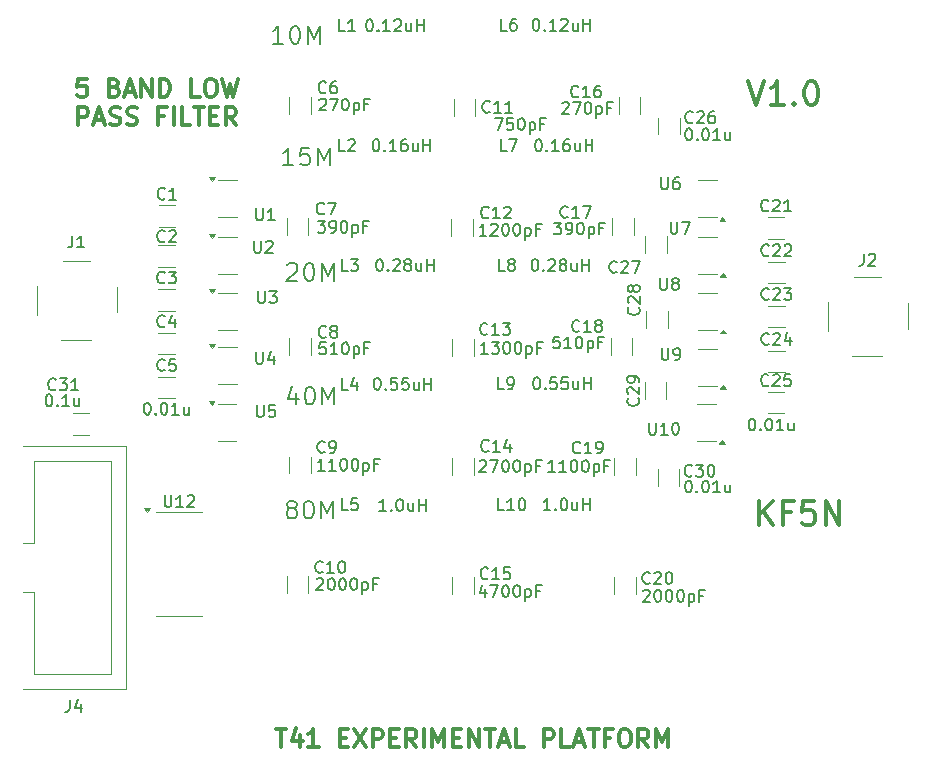
<source format=gto>
G04 #@! TF.GenerationSoftware,KiCad,Pcbnew,8.0.2*
G04 #@! TF.CreationDate,2024-05-05T06:41:10-04:00*
G04 #@! TF.ProjectId,sdt_lpf,7364745f-6c70-4662-9e6b-696361645f70,rev?*
G04 #@! TF.SameCoordinates,PX62de0f0PY8af5bb0*
G04 #@! TF.FileFunction,Legend,Top*
G04 #@! TF.FilePolarity,Positive*
%FSLAX46Y46*%
G04 Gerber Fmt 4.6, Leading zero omitted, Abs format (unit mm)*
G04 Created by KiCad (PCBNEW 8.0.2) date 2024-05-05 06:41:10*
%MOMM*%
%LPD*%
G01*
G04 APERTURE LIST*
%ADD10C,0.300000*%
%ADD11C,0.200000*%
%ADD12C,0.150000*%
%ADD13C,0.120000*%
%ADD14C,0.100000*%
G04 APERTURE END LIST*
D10*
X18290225Y11349172D02*
X19147368Y11349172D01*
X18718796Y9849172D02*
X18718796Y11349172D01*
X20290225Y10849172D02*
X20290225Y9849172D01*
X19933082Y11420600D02*
X19575939Y10349172D01*
X19575939Y10349172D02*
X20504510Y10349172D01*
X21861653Y9849172D02*
X21004510Y9849172D01*
X21433081Y9849172D02*
X21433081Y11349172D01*
X21433081Y11349172D02*
X21290224Y11134886D01*
X21290224Y11134886D02*
X21147367Y10992029D01*
X21147367Y10992029D02*
X21004510Y10920600D01*
X23647366Y10634886D02*
X24147366Y10634886D01*
X24361652Y9849172D02*
X23647366Y9849172D01*
X23647366Y9849172D02*
X23647366Y11349172D01*
X23647366Y11349172D02*
X24361652Y11349172D01*
X24861652Y11349172D02*
X25861652Y9849172D01*
X25861652Y11349172D02*
X24861652Y9849172D01*
X26433080Y9849172D02*
X26433080Y11349172D01*
X26433080Y11349172D02*
X27004509Y11349172D01*
X27004509Y11349172D02*
X27147366Y11277743D01*
X27147366Y11277743D02*
X27218795Y11206315D01*
X27218795Y11206315D02*
X27290223Y11063458D01*
X27290223Y11063458D02*
X27290223Y10849172D01*
X27290223Y10849172D02*
X27218795Y10706315D01*
X27218795Y10706315D02*
X27147366Y10634886D01*
X27147366Y10634886D02*
X27004509Y10563458D01*
X27004509Y10563458D02*
X26433080Y10563458D01*
X27933080Y10634886D02*
X28433080Y10634886D01*
X28647366Y9849172D02*
X27933080Y9849172D01*
X27933080Y9849172D02*
X27933080Y11349172D01*
X27933080Y11349172D02*
X28647366Y11349172D01*
X30147366Y9849172D02*
X29647366Y10563458D01*
X29290223Y9849172D02*
X29290223Y11349172D01*
X29290223Y11349172D02*
X29861652Y11349172D01*
X29861652Y11349172D02*
X30004509Y11277743D01*
X30004509Y11277743D02*
X30075938Y11206315D01*
X30075938Y11206315D02*
X30147366Y11063458D01*
X30147366Y11063458D02*
X30147366Y10849172D01*
X30147366Y10849172D02*
X30075938Y10706315D01*
X30075938Y10706315D02*
X30004509Y10634886D01*
X30004509Y10634886D02*
X29861652Y10563458D01*
X29861652Y10563458D02*
X29290223Y10563458D01*
X30790223Y9849172D02*
X30790223Y11349172D01*
X31504509Y9849172D02*
X31504509Y11349172D01*
X31504509Y11349172D02*
X32004509Y10277743D01*
X32004509Y10277743D02*
X32504509Y11349172D01*
X32504509Y11349172D02*
X32504509Y9849172D01*
X33218795Y10634886D02*
X33718795Y10634886D01*
X33933081Y9849172D02*
X33218795Y9849172D01*
X33218795Y9849172D02*
X33218795Y11349172D01*
X33218795Y11349172D02*
X33933081Y11349172D01*
X34575938Y9849172D02*
X34575938Y11349172D01*
X34575938Y11349172D02*
X35433081Y9849172D01*
X35433081Y9849172D02*
X35433081Y11349172D01*
X35933082Y11349172D02*
X36790225Y11349172D01*
X36361653Y9849172D02*
X36361653Y11349172D01*
X37218796Y10277743D02*
X37933082Y10277743D01*
X37075939Y9849172D02*
X37575939Y11349172D01*
X37575939Y11349172D02*
X38075939Y9849172D01*
X39290224Y9849172D02*
X38575938Y9849172D01*
X38575938Y9849172D02*
X38575938Y11349172D01*
X40933081Y9849172D02*
X40933081Y11349172D01*
X40933081Y11349172D02*
X41504510Y11349172D01*
X41504510Y11349172D02*
X41647367Y11277743D01*
X41647367Y11277743D02*
X41718796Y11206315D01*
X41718796Y11206315D02*
X41790224Y11063458D01*
X41790224Y11063458D02*
X41790224Y10849172D01*
X41790224Y10849172D02*
X41718796Y10706315D01*
X41718796Y10706315D02*
X41647367Y10634886D01*
X41647367Y10634886D02*
X41504510Y10563458D01*
X41504510Y10563458D02*
X40933081Y10563458D01*
X43147367Y9849172D02*
X42433081Y9849172D01*
X42433081Y9849172D02*
X42433081Y11349172D01*
X43575939Y10277743D02*
X44290225Y10277743D01*
X43433082Y9849172D02*
X43933082Y11349172D01*
X43933082Y11349172D02*
X44433082Y9849172D01*
X44718796Y11349172D02*
X45575939Y11349172D01*
X45147367Y9849172D02*
X45147367Y11349172D01*
X46575938Y10634886D02*
X46075938Y10634886D01*
X46075938Y9849172D02*
X46075938Y11349172D01*
X46075938Y11349172D02*
X46790224Y11349172D01*
X47647367Y11349172D02*
X47933081Y11349172D01*
X47933081Y11349172D02*
X48075938Y11277743D01*
X48075938Y11277743D02*
X48218795Y11134886D01*
X48218795Y11134886D02*
X48290224Y10849172D01*
X48290224Y10849172D02*
X48290224Y10349172D01*
X48290224Y10349172D02*
X48218795Y10063458D01*
X48218795Y10063458D02*
X48075938Y9920600D01*
X48075938Y9920600D02*
X47933081Y9849172D01*
X47933081Y9849172D02*
X47647367Y9849172D01*
X47647367Y9849172D02*
X47504510Y9920600D01*
X47504510Y9920600D02*
X47361652Y10063458D01*
X47361652Y10063458D02*
X47290224Y10349172D01*
X47290224Y10349172D02*
X47290224Y10849172D01*
X47290224Y10849172D02*
X47361652Y11134886D01*
X47361652Y11134886D02*
X47504510Y11277743D01*
X47504510Y11277743D02*
X47647367Y11349172D01*
X49790224Y9849172D02*
X49290224Y10563458D01*
X48933081Y9849172D02*
X48933081Y11349172D01*
X48933081Y11349172D02*
X49504510Y11349172D01*
X49504510Y11349172D02*
X49647367Y11277743D01*
X49647367Y11277743D02*
X49718796Y11206315D01*
X49718796Y11206315D02*
X49790224Y11063458D01*
X49790224Y11063458D02*
X49790224Y10849172D01*
X49790224Y10849172D02*
X49718796Y10706315D01*
X49718796Y10706315D02*
X49647367Y10634886D01*
X49647367Y10634886D02*
X49504510Y10563458D01*
X49504510Y10563458D02*
X48933081Y10563458D01*
X50433081Y9849172D02*
X50433081Y11349172D01*
X50433081Y11349172D02*
X50933081Y10277743D01*
X50933081Y10277743D02*
X51433081Y11349172D01*
X51433081Y11349172D02*
X51433081Y9849172D01*
D11*
X19217292Y50651115D02*
X19288720Y50722543D01*
X19288720Y50722543D02*
X19431578Y50793972D01*
X19431578Y50793972D02*
X19788720Y50793972D01*
X19788720Y50793972D02*
X19931578Y50722543D01*
X19931578Y50722543D02*
X20003006Y50651115D01*
X20003006Y50651115D02*
X20074435Y50508258D01*
X20074435Y50508258D02*
X20074435Y50365400D01*
X20074435Y50365400D02*
X20003006Y50151115D01*
X20003006Y50151115D02*
X19145863Y49293972D01*
X19145863Y49293972D02*
X20074435Y49293972D01*
X21003006Y50793972D02*
X21145863Y50793972D01*
X21145863Y50793972D02*
X21288720Y50722543D01*
X21288720Y50722543D02*
X21360149Y50651115D01*
X21360149Y50651115D02*
X21431577Y50508258D01*
X21431577Y50508258D02*
X21503006Y50222543D01*
X21503006Y50222543D02*
X21503006Y49865400D01*
X21503006Y49865400D02*
X21431577Y49579686D01*
X21431577Y49579686D02*
X21360149Y49436829D01*
X21360149Y49436829D02*
X21288720Y49365400D01*
X21288720Y49365400D02*
X21145863Y49293972D01*
X21145863Y49293972D02*
X21003006Y49293972D01*
X21003006Y49293972D02*
X20860149Y49365400D01*
X20860149Y49365400D02*
X20788720Y49436829D01*
X20788720Y49436829D02*
X20717291Y49579686D01*
X20717291Y49579686D02*
X20645863Y49865400D01*
X20645863Y49865400D02*
X20645863Y50222543D01*
X20645863Y50222543D02*
X20717291Y50508258D01*
X20717291Y50508258D02*
X20788720Y50651115D01*
X20788720Y50651115D02*
X20860149Y50722543D01*
X20860149Y50722543D02*
X21003006Y50793972D01*
X22145862Y49293972D02*
X22145862Y50793972D01*
X22145862Y50793972D02*
X22645862Y49722543D01*
X22645862Y49722543D02*
X23145862Y50793972D01*
X23145862Y50793972D02*
X23145862Y49293972D01*
X19981578Y39843972D02*
X19981578Y38843972D01*
X19624435Y40415400D02*
X19267292Y39343972D01*
X19267292Y39343972D02*
X20195863Y39343972D01*
X21053006Y40343972D02*
X21195863Y40343972D01*
X21195863Y40343972D02*
X21338720Y40272543D01*
X21338720Y40272543D02*
X21410149Y40201115D01*
X21410149Y40201115D02*
X21481577Y40058258D01*
X21481577Y40058258D02*
X21553006Y39772543D01*
X21553006Y39772543D02*
X21553006Y39415400D01*
X21553006Y39415400D02*
X21481577Y39129686D01*
X21481577Y39129686D02*
X21410149Y38986829D01*
X21410149Y38986829D02*
X21338720Y38915400D01*
X21338720Y38915400D02*
X21195863Y38843972D01*
X21195863Y38843972D02*
X21053006Y38843972D01*
X21053006Y38843972D02*
X20910149Y38915400D01*
X20910149Y38915400D02*
X20838720Y38986829D01*
X20838720Y38986829D02*
X20767291Y39129686D01*
X20767291Y39129686D02*
X20695863Y39415400D01*
X20695863Y39415400D02*
X20695863Y39772543D01*
X20695863Y39772543D02*
X20767291Y40058258D01*
X20767291Y40058258D02*
X20838720Y40201115D01*
X20838720Y40201115D02*
X20910149Y40272543D01*
X20910149Y40272543D02*
X21053006Y40343972D01*
X22195862Y38843972D02*
X22195862Y40343972D01*
X22195862Y40343972D02*
X22695862Y39272543D01*
X22695862Y39272543D02*
X23195862Y40343972D01*
X23195862Y40343972D02*
X23195862Y38843972D01*
D10*
X2228796Y66414088D02*
X1514510Y66414088D01*
X1514510Y66414088D02*
X1443082Y65699802D01*
X1443082Y65699802D02*
X1514510Y65771231D01*
X1514510Y65771231D02*
X1657368Y65842659D01*
X1657368Y65842659D02*
X2014510Y65842659D01*
X2014510Y65842659D02*
X2157368Y65771231D01*
X2157368Y65771231D02*
X2228796Y65699802D01*
X2228796Y65699802D02*
X2300225Y65556945D01*
X2300225Y65556945D02*
X2300225Y65199802D01*
X2300225Y65199802D02*
X2228796Y65056945D01*
X2228796Y65056945D02*
X2157368Y64985516D01*
X2157368Y64985516D02*
X2014510Y64914088D01*
X2014510Y64914088D02*
X1657368Y64914088D01*
X1657368Y64914088D02*
X1514510Y64985516D01*
X1514510Y64985516D02*
X1443082Y65056945D01*
X4585938Y65699802D02*
X4800224Y65628374D01*
X4800224Y65628374D02*
X4871653Y65556945D01*
X4871653Y65556945D02*
X4943081Y65414088D01*
X4943081Y65414088D02*
X4943081Y65199802D01*
X4943081Y65199802D02*
X4871653Y65056945D01*
X4871653Y65056945D02*
X4800224Y64985516D01*
X4800224Y64985516D02*
X4657367Y64914088D01*
X4657367Y64914088D02*
X4085938Y64914088D01*
X4085938Y64914088D02*
X4085938Y66414088D01*
X4085938Y66414088D02*
X4585938Y66414088D01*
X4585938Y66414088D02*
X4728796Y66342659D01*
X4728796Y66342659D02*
X4800224Y66271231D01*
X4800224Y66271231D02*
X4871653Y66128374D01*
X4871653Y66128374D02*
X4871653Y65985516D01*
X4871653Y65985516D02*
X4800224Y65842659D01*
X4800224Y65842659D02*
X4728796Y65771231D01*
X4728796Y65771231D02*
X4585938Y65699802D01*
X4585938Y65699802D02*
X4085938Y65699802D01*
X5514510Y65342659D02*
X6228796Y65342659D01*
X5371653Y64914088D02*
X5871653Y66414088D01*
X5871653Y66414088D02*
X6371653Y64914088D01*
X6871652Y64914088D02*
X6871652Y66414088D01*
X6871652Y66414088D02*
X7728795Y64914088D01*
X7728795Y64914088D02*
X7728795Y66414088D01*
X8443081Y64914088D02*
X8443081Y66414088D01*
X8443081Y66414088D02*
X8800224Y66414088D01*
X8800224Y66414088D02*
X9014510Y66342659D01*
X9014510Y66342659D02*
X9157367Y66199802D01*
X9157367Y66199802D02*
X9228796Y66056945D01*
X9228796Y66056945D02*
X9300224Y65771231D01*
X9300224Y65771231D02*
X9300224Y65556945D01*
X9300224Y65556945D02*
X9228796Y65271231D01*
X9228796Y65271231D02*
X9157367Y65128374D01*
X9157367Y65128374D02*
X9014510Y64985516D01*
X9014510Y64985516D02*
X8800224Y64914088D01*
X8800224Y64914088D02*
X8443081Y64914088D01*
X11800224Y64914088D02*
X11085938Y64914088D01*
X11085938Y64914088D02*
X11085938Y66414088D01*
X12585939Y66414088D02*
X12871653Y66414088D01*
X12871653Y66414088D02*
X13014510Y66342659D01*
X13014510Y66342659D02*
X13157367Y66199802D01*
X13157367Y66199802D02*
X13228796Y65914088D01*
X13228796Y65914088D02*
X13228796Y65414088D01*
X13228796Y65414088D02*
X13157367Y65128374D01*
X13157367Y65128374D02*
X13014510Y64985516D01*
X13014510Y64985516D02*
X12871653Y64914088D01*
X12871653Y64914088D02*
X12585939Y64914088D01*
X12585939Y64914088D02*
X12443082Y64985516D01*
X12443082Y64985516D02*
X12300224Y65128374D01*
X12300224Y65128374D02*
X12228796Y65414088D01*
X12228796Y65414088D02*
X12228796Y65914088D01*
X12228796Y65914088D02*
X12300224Y66199802D01*
X12300224Y66199802D02*
X12443082Y66342659D01*
X12443082Y66342659D02*
X12585939Y66414088D01*
X13728796Y66414088D02*
X14085939Y64914088D01*
X14085939Y64914088D02*
X14371653Y65985516D01*
X14371653Y65985516D02*
X14657368Y64914088D01*
X14657368Y64914088D02*
X15014511Y66414088D01*
X1514510Y62499172D02*
X1514510Y63999172D01*
X1514510Y63999172D02*
X2085939Y63999172D01*
X2085939Y63999172D02*
X2228796Y63927743D01*
X2228796Y63927743D02*
X2300225Y63856315D01*
X2300225Y63856315D02*
X2371653Y63713458D01*
X2371653Y63713458D02*
X2371653Y63499172D01*
X2371653Y63499172D02*
X2300225Y63356315D01*
X2300225Y63356315D02*
X2228796Y63284886D01*
X2228796Y63284886D02*
X2085939Y63213458D01*
X2085939Y63213458D02*
X1514510Y63213458D01*
X2943082Y62927743D02*
X3657368Y62927743D01*
X2800225Y62499172D02*
X3300225Y63999172D01*
X3300225Y63999172D02*
X3800225Y62499172D01*
X4228796Y62570600D02*
X4443082Y62499172D01*
X4443082Y62499172D02*
X4800224Y62499172D01*
X4800224Y62499172D02*
X4943082Y62570600D01*
X4943082Y62570600D02*
X5014510Y62642029D01*
X5014510Y62642029D02*
X5085939Y62784886D01*
X5085939Y62784886D02*
X5085939Y62927743D01*
X5085939Y62927743D02*
X5014510Y63070600D01*
X5014510Y63070600D02*
X4943082Y63142029D01*
X4943082Y63142029D02*
X4800224Y63213458D01*
X4800224Y63213458D02*
X4514510Y63284886D01*
X4514510Y63284886D02*
X4371653Y63356315D01*
X4371653Y63356315D02*
X4300224Y63427743D01*
X4300224Y63427743D02*
X4228796Y63570600D01*
X4228796Y63570600D02*
X4228796Y63713458D01*
X4228796Y63713458D02*
X4300224Y63856315D01*
X4300224Y63856315D02*
X4371653Y63927743D01*
X4371653Y63927743D02*
X4514510Y63999172D01*
X4514510Y63999172D02*
X4871653Y63999172D01*
X4871653Y63999172D02*
X5085939Y63927743D01*
X5657367Y62570600D02*
X5871653Y62499172D01*
X5871653Y62499172D02*
X6228795Y62499172D01*
X6228795Y62499172D02*
X6371653Y62570600D01*
X6371653Y62570600D02*
X6443081Y62642029D01*
X6443081Y62642029D02*
X6514510Y62784886D01*
X6514510Y62784886D02*
X6514510Y62927743D01*
X6514510Y62927743D02*
X6443081Y63070600D01*
X6443081Y63070600D02*
X6371653Y63142029D01*
X6371653Y63142029D02*
X6228795Y63213458D01*
X6228795Y63213458D02*
X5943081Y63284886D01*
X5943081Y63284886D02*
X5800224Y63356315D01*
X5800224Y63356315D02*
X5728795Y63427743D01*
X5728795Y63427743D02*
X5657367Y63570600D01*
X5657367Y63570600D02*
X5657367Y63713458D01*
X5657367Y63713458D02*
X5728795Y63856315D01*
X5728795Y63856315D02*
X5800224Y63927743D01*
X5800224Y63927743D02*
X5943081Y63999172D01*
X5943081Y63999172D02*
X6300224Y63999172D01*
X6300224Y63999172D02*
X6514510Y63927743D01*
X8800223Y63284886D02*
X8300223Y63284886D01*
X8300223Y62499172D02*
X8300223Y63999172D01*
X8300223Y63999172D02*
X9014509Y63999172D01*
X9585937Y62499172D02*
X9585937Y63999172D01*
X11014509Y62499172D02*
X10300223Y62499172D01*
X10300223Y62499172D02*
X10300223Y63999172D01*
X11300224Y63999172D02*
X12157367Y63999172D01*
X11728795Y62499172D02*
X11728795Y63999172D01*
X12657366Y63284886D02*
X13157366Y63284886D01*
X13371652Y62499172D02*
X12657366Y62499172D01*
X12657366Y62499172D02*
X12657366Y63999172D01*
X12657366Y63999172D02*
X13371652Y63999172D01*
X14871652Y62499172D02*
X14371652Y63213458D01*
X14014509Y62499172D02*
X14014509Y63999172D01*
X14014509Y63999172D02*
X14585938Y63999172D01*
X14585938Y63999172D02*
X14728795Y63927743D01*
X14728795Y63927743D02*
X14800224Y63856315D01*
X14800224Y63856315D02*
X14871652Y63713458D01*
X14871652Y63713458D02*
X14871652Y63499172D01*
X14871652Y63499172D02*
X14800224Y63356315D01*
X14800224Y63356315D02*
X14728795Y63284886D01*
X14728795Y63284886D02*
X14585938Y63213458D01*
X14585938Y63213458D02*
X14014509Y63213458D01*
D11*
X19724435Y59093972D02*
X18867292Y59093972D01*
X19295863Y59093972D02*
X19295863Y60593972D01*
X19295863Y60593972D02*
X19153006Y60379686D01*
X19153006Y60379686D02*
X19010149Y60236829D01*
X19010149Y60236829D02*
X18867292Y60165400D01*
X21081577Y60593972D02*
X20367291Y60593972D01*
X20367291Y60593972D02*
X20295863Y59879686D01*
X20295863Y59879686D02*
X20367291Y59951115D01*
X20367291Y59951115D02*
X20510149Y60022543D01*
X20510149Y60022543D02*
X20867291Y60022543D01*
X20867291Y60022543D02*
X21010149Y59951115D01*
X21010149Y59951115D02*
X21081577Y59879686D01*
X21081577Y59879686D02*
X21153006Y59736829D01*
X21153006Y59736829D02*
X21153006Y59379686D01*
X21153006Y59379686D02*
X21081577Y59236829D01*
X21081577Y59236829D02*
X21010149Y59165400D01*
X21010149Y59165400D02*
X20867291Y59093972D01*
X20867291Y59093972D02*
X20510149Y59093972D01*
X20510149Y59093972D02*
X20367291Y59165400D01*
X20367291Y59165400D02*
X20295863Y59236829D01*
X21795862Y59093972D02*
X21795862Y60593972D01*
X21795862Y60593972D02*
X22295862Y59522543D01*
X22295862Y59522543D02*
X22795862Y60593972D01*
X22795862Y60593972D02*
X22795862Y59093972D01*
D10*
X59173558Y28660362D02*
X59173558Y30660362D01*
X60316415Y28660362D02*
X59459272Y29803220D01*
X60316415Y30660362D02*
X59173558Y29517505D01*
X61840225Y29707981D02*
X61173558Y29707981D01*
X61173558Y28660362D02*
X61173558Y30660362D01*
X61173558Y30660362D02*
X62125939Y30660362D01*
X63840225Y30660362D02*
X62887844Y30660362D01*
X62887844Y30660362D02*
X62792606Y29707981D01*
X62792606Y29707981D02*
X62887844Y29803220D01*
X62887844Y29803220D02*
X63078320Y29898458D01*
X63078320Y29898458D02*
X63554511Y29898458D01*
X63554511Y29898458D02*
X63744987Y29803220D01*
X63744987Y29803220D02*
X63840225Y29707981D01*
X63840225Y29707981D02*
X63935463Y29517505D01*
X63935463Y29517505D02*
X63935463Y29041315D01*
X63935463Y29041315D02*
X63840225Y28850839D01*
X63840225Y28850839D02*
X63744987Y28755600D01*
X63744987Y28755600D02*
X63554511Y28660362D01*
X63554511Y28660362D02*
X63078320Y28660362D01*
X63078320Y28660362D02*
X62887844Y28755600D01*
X62887844Y28755600D02*
X62792606Y28850839D01*
X64792606Y28660362D02*
X64792606Y30660362D01*
X64792606Y30660362D02*
X65935463Y28660362D01*
X65935463Y28660362D02*
X65935463Y30660362D01*
D11*
X18874435Y69393972D02*
X18017292Y69393972D01*
X18445863Y69393972D02*
X18445863Y70893972D01*
X18445863Y70893972D02*
X18303006Y70679686D01*
X18303006Y70679686D02*
X18160149Y70536829D01*
X18160149Y70536829D02*
X18017292Y70465400D01*
X19803006Y70893972D02*
X19945863Y70893972D01*
X19945863Y70893972D02*
X20088720Y70822543D01*
X20088720Y70822543D02*
X20160149Y70751115D01*
X20160149Y70751115D02*
X20231577Y70608258D01*
X20231577Y70608258D02*
X20303006Y70322543D01*
X20303006Y70322543D02*
X20303006Y69965400D01*
X20303006Y69965400D02*
X20231577Y69679686D01*
X20231577Y69679686D02*
X20160149Y69536829D01*
X20160149Y69536829D02*
X20088720Y69465400D01*
X20088720Y69465400D02*
X19945863Y69393972D01*
X19945863Y69393972D02*
X19803006Y69393972D01*
X19803006Y69393972D02*
X19660149Y69465400D01*
X19660149Y69465400D02*
X19588720Y69536829D01*
X19588720Y69536829D02*
X19517291Y69679686D01*
X19517291Y69679686D02*
X19445863Y69965400D01*
X19445863Y69965400D02*
X19445863Y70322543D01*
X19445863Y70322543D02*
X19517291Y70608258D01*
X19517291Y70608258D02*
X19588720Y70751115D01*
X19588720Y70751115D02*
X19660149Y70822543D01*
X19660149Y70822543D02*
X19803006Y70893972D01*
X20945862Y69393972D02*
X20945862Y70893972D01*
X20945862Y70893972D02*
X21445862Y69822543D01*
X21445862Y69822543D02*
X21945862Y70893972D01*
X21945862Y70893972D02*
X21945862Y69393972D01*
D10*
X58237844Y66210362D02*
X58904510Y64210362D01*
X58904510Y64210362D02*
X59571177Y66210362D01*
X61285463Y64210362D02*
X60142606Y64210362D01*
X60714034Y64210362D02*
X60714034Y66210362D01*
X60714034Y66210362D02*
X60523558Y65924648D01*
X60523558Y65924648D02*
X60333082Y65734172D01*
X60333082Y65734172D02*
X60142606Y65638934D01*
X62142606Y64400839D02*
X62237844Y64305600D01*
X62237844Y64305600D02*
X62142606Y64210362D01*
X62142606Y64210362D02*
X62047368Y64305600D01*
X62047368Y64305600D02*
X62142606Y64400839D01*
X62142606Y64400839D02*
X62142606Y64210362D01*
X63475939Y66210362D02*
X63666416Y66210362D01*
X63666416Y66210362D02*
X63856892Y66115124D01*
X63856892Y66115124D02*
X63952130Y66019886D01*
X63952130Y66019886D02*
X64047368Y65829410D01*
X64047368Y65829410D02*
X64142606Y65448458D01*
X64142606Y65448458D02*
X64142606Y64972267D01*
X64142606Y64972267D02*
X64047368Y64591315D01*
X64047368Y64591315D02*
X63952130Y64400839D01*
X63952130Y64400839D02*
X63856892Y64305600D01*
X63856892Y64305600D02*
X63666416Y64210362D01*
X63666416Y64210362D02*
X63475939Y64210362D01*
X63475939Y64210362D02*
X63285463Y64305600D01*
X63285463Y64305600D02*
X63190225Y64400839D01*
X63190225Y64400839D02*
X63094987Y64591315D01*
X63094987Y64591315D02*
X62999749Y64972267D01*
X62999749Y64972267D02*
X62999749Y65448458D01*
X62999749Y65448458D02*
X63094987Y65829410D01*
X63094987Y65829410D02*
X63190225Y66019886D01*
X63190225Y66019886D02*
X63285463Y66115124D01*
X63285463Y66115124D02*
X63475939Y66210362D01*
D11*
X19453006Y30051115D02*
X19310149Y30122543D01*
X19310149Y30122543D02*
X19238720Y30193972D01*
X19238720Y30193972D02*
X19167292Y30336829D01*
X19167292Y30336829D02*
X19167292Y30408258D01*
X19167292Y30408258D02*
X19238720Y30551115D01*
X19238720Y30551115D02*
X19310149Y30622543D01*
X19310149Y30622543D02*
X19453006Y30693972D01*
X19453006Y30693972D02*
X19738720Y30693972D01*
X19738720Y30693972D02*
X19881578Y30622543D01*
X19881578Y30622543D02*
X19953006Y30551115D01*
X19953006Y30551115D02*
X20024435Y30408258D01*
X20024435Y30408258D02*
X20024435Y30336829D01*
X20024435Y30336829D02*
X19953006Y30193972D01*
X19953006Y30193972D02*
X19881578Y30122543D01*
X19881578Y30122543D02*
X19738720Y30051115D01*
X19738720Y30051115D02*
X19453006Y30051115D01*
X19453006Y30051115D02*
X19310149Y29979686D01*
X19310149Y29979686D02*
X19238720Y29908258D01*
X19238720Y29908258D02*
X19167292Y29765400D01*
X19167292Y29765400D02*
X19167292Y29479686D01*
X19167292Y29479686D02*
X19238720Y29336829D01*
X19238720Y29336829D02*
X19310149Y29265400D01*
X19310149Y29265400D02*
X19453006Y29193972D01*
X19453006Y29193972D02*
X19738720Y29193972D01*
X19738720Y29193972D02*
X19881578Y29265400D01*
X19881578Y29265400D02*
X19953006Y29336829D01*
X19953006Y29336829D02*
X20024435Y29479686D01*
X20024435Y29479686D02*
X20024435Y29765400D01*
X20024435Y29765400D02*
X19953006Y29908258D01*
X19953006Y29908258D02*
X19881578Y29979686D01*
X19881578Y29979686D02*
X19738720Y30051115D01*
X20953006Y30693972D02*
X21095863Y30693972D01*
X21095863Y30693972D02*
X21238720Y30622543D01*
X21238720Y30622543D02*
X21310149Y30551115D01*
X21310149Y30551115D02*
X21381577Y30408258D01*
X21381577Y30408258D02*
X21453006Y30122543D01*
X21453006Y30122543D02*
X21453006Y29765400D01*
X21453006Y29765400D02*
X21381577Y29479686D01*
X21381577Y29479686D02*
X21310149Y29336829D01*
X21310149Y29336829D02*
X21238720Y29265400D01*
X21238720Y29265400D02*
X21095863Y29193972D01*
X21095863Y29193972D02*
X20953006Y29193972D01*
X20953006Y29193972D02*
X20810149Y29265400D01*
X20810149Y29265400D02*
X20738720Y29336829D01*
X20738720Y29336829D02*
X20667291Y29479686D01*
X20667291Y29479686D02*
X20595863Y29765400D01*
X20595863Y29765400D02*
X20595863Y30122543D01*
X20595863Y30122543D02*
X20667291Y30408258D01*
X20667291Y30408258D02*
X20738720Y30551115D01*
X20738720Y30551115D02*
X20810149Y30622543D01*
X20810149Y30622543D02*
X20953006Y30693972D01*
X22095862Y29193972D02*
X22095862Y30693972D01*
X22095862Y30693972D02*
X22595862Y29622543D01*
X22595862Y29622543D02*
X23095862Y30693972D01*
X23095862Y30693972D02*
X23095862Y29193972D01*
D12*
X50863095Y58070181D02*
X50863095Y57260658D01*
X50863095Y57260658D02*
X50910714Y57165420D01*
X50910714Y57165420D02*
X50958333Y57117800D01*
X50958333Y57117800D02*
X51053571Y57070181D01*
X51053571Y57070181D02*
X51244047Y57070181D01*
X51244047Y57070181D02*
X51339285Y57117800D01*
X51339285Y57117800D02*
X51386904Y57165420D01*
X51386904Y57165420D02*
X51434523Y57260658D01*
X51434523Y57260658D02*
X51434523Y58070181D01*
X52339285Y58070181D02*
X52148809Y58070181D01*
X52148809Y58070181D02*
X52053571Y58022562D01*
X52053571Y58022562D02*
X52005952Y57974943D01*
X52005952Y57974943D02*
X51910714Y57832086D01*
X51910714Y57832086D02*
X51863095Y57641610D01*
X51863095Y57641610D02*
X51863095Y57260658D01*
X51863095Y57260658D02*
X51910714Y57165420D01*
X51910714Y57165420D02*
X51958333Y57117800D01*
X51958333Y57117800D02*
X52053571Y57070181D01*
X52053571Y57070181D02*
X52244047Y57070181D01*
X52244047Y57070181D02*
X52339285Y57117800D01*
X52339285Y57117800D02*
X52386904Y57165420D01*
X52386904Y57165420D02*
X52434523Y57260658D01*
X52434523Y57260658D02*
X52434523Y57498753D01*
X52434523Y57498753D02*
X52386904Y57593991D01*
X52386904Y57593991D02*
X52339285Y57641610D01*
X52339285Y57641610D02*
X52244047Y57689229D01*
X52244047Y57689229D02*
X52053571Y57689229D01*
X52053571Y57689229D02*
X51958333Y57641610D01*
X51958333Y57641610D02*
X51910714Y57593991D01*
X51910714Y57593991D02*
X51863095Y57498753D01*
X36257142Y54690420D02*
X36209523Y54642800D01*
X36209523Y54642800D02*
X36066666Y54595181D01*
X36066666Y54595181D02*
X35971428Y54595181D01*
X35971428Y54595181D02*
X35828571Y54642800D01*
X35828571Y54642800D02*
X35733333Y54738039D01*
X35733333Y54738039D02*
X35685714Y54833277D01*
X35685714Y54833277D02*
X35638095Y55023753D01*
X35638095Y55023753D02*
X35638095Y55166610D01*
X35638095Y55166610D02*
X35685714Y55357086D01*
X35685714Y55357086D02*
X35733333Y55452324D01*
X35733333Y55452324D02*
X35828571Y55547562D01*
X35828571Y55547562D02*
X35971428Y55595181D01*
X35971428Y55595181D02*
X36066666Y55595181D01*
X36066666Y55595181D02*
X36209523Y55547562D01*
X36209523Y55547562D02*
X36257142Y55499943D01*
X37209523Y54595181D02*
X36638095Y54595181D01*
X36923809Y54595181D02*
X36923809Y55595181D01*
X36923809Y55595181D02*
X36828571Y55452324D01*
X36828571Y55452324D02*
X36733333Y55357086D01*
X36733333Y55357086D02*
X36638095Y55309467D01*
X37590476Y55499943D02*
X37638095Y55547562D01*
X37638095Y55547562D02*
X37733333Y55595181D01*
X37733333Y55595181D02*
X37971428Y55595181D01*
X37971428Y55595181D02*
X38066666Y55547562D01*
X38066666Y55547562D02*
X38114285Y55499943D01*
X38114285Y55499943D02*
X38161904Y55404705D01*
X38161904Y55404705D02*
X38161904Y55309467D01*
X38161904Y55309467D02*
X38114285Y55166610D01*
X38114285Y55166610D02*
X37542857Y54595181D01*
X37542857Y54595181D02*
X38161904Y54595181D01*
X36076190Y53145181D02*
X35504762Y53145181D01*
X35790476Y53145181D02*
X35790476Y54145181D01*
X35790476Y54145181D02*
X35695238Y54002324D01*
X35695238Y54002324D02*
X35600000Y53907086D01*
X35600000Y53907086D02*
X35504762Y53859467D01*
X36457143Y54049943D02*
X36504762Y54097562D01*
X36504762Y54097562D02*
X36600000Y54145181D01*
X36600000Y54145181D02*
X36838095Y54145181D01*
X36838095Y54145181D02*
X36933333Y54097562D01*
X36933333Y54097562D02*
X36980952Y54049943D01*
X36980952Y54049943D02*
X37028571Y53954705D01*
X37028571Y53954705D02*
X37028571Y53859467D01*
X37028571Y53859467D02*
X36980952Y53716610D01*
X36980952Y53716610D02*
X36409524Y53145181D01*
X36409524Y53145181D02*
X37028571Y53145181D01*
X37647619Y54145181D02*
X37742857Y54145181D01*
X37742857Y54145181D02*
X37838095Y54097562D01*
X37838095Y54097562D02*
X37885714Y54049943D01*
X37885714Y54049943D02*
X37933333Y53954705D01*
X37933333Y53954705D02*
X37980952Y53764229D01*
X37980952Y53764229D02*
X37980952Y53526134D01*
X37980952Y53526134D02*
X37933333Y53335658D01*
X37933333Y53335658D02*
X37885714Y53240420D01*
X37885714Y53240420D02*
X37838095Y53192800D01*
X37838095Y53192800D02*
X37742857Y53145181D01*
X37742857Y53145181D02*
X37647619Y53145181D01*
X37647619Y53145181D02*
X37552381Y53192800D01*
X37552381Y53192800D02*
X37504762Y53240420D01*
X37504762Y53240420D02*
X37457143Y53335658D01*
X37457143Y53335658D02*
X37409524Y53526134D01*
X37409524Y53526134D02*
X37409524Y53764229D01*
X37409524Y53764229D02*
X37457143Y53954705D01*
X37457143Y53954705D02*
X37504762Y54049943D01*
X37504762Y54049943D02*
X37552381Y54097562D01*
X37552381Y54097562D02*
X37647619Y54145181D01*
X38600000Y54145181D02*
X38695238Y54145181D01*
X38695238Y54145181D02*
X38790476Y54097562D01*
X38790476Y54097562D02*
X38838095Y54049943D01*
X38838095Y54049943D02*
X38885714Y53954705D01*
X38885714Y53954705D02*
X38933333Y53764229D01*
X38933333Y53764229D02*
X38933333Y53526134D01*
X38933333Y53526134D02*
X38885714Y53335658D01*
X38885714Y53335658D02*
X38838095Y53240420D01*
X38838095Y53240420D02*
X38790476Y53192800D01*
X38790476Y53192800D02*
X38695238Y53145181D01*
X38695238Y53145181D02*
X38600000Y53145181D01*
X38600000Y53145181D02*
X38504762Y53192800D01*
X38504762Y53192800D02*
X38457143Y53240420D01*
X38457143Y53240420D02*
X38409524Y53335658D01*
X38409524Y53335658D02*
X38361905Y53526134D01*
X38361905Y53526134D02*
X38361905Y53764229D01*
X38361905Y53764229D02*
X38409524Y53954705D01*
X38409524Y53954705D02*
X38457143Y54049943D01*
X38457143Y54049943D02*
X38504762Y54097562D01*
X38504762Y54097562D02*
X38600000Y54145181D01*
X39361905Y53811848D02*
X39361905Y52811848D01*
X39361905Y53764229D02*
X39457143Y53811848D01*
X39457143Y53811848D02*
X39647619Y53811848D01*
X39647619Y53811848D02*
X39742857Y53764229D01*
X39742857Y53764229D02*
X39790476Y53716610D01*
X39790476Y53716610D02*
X39838095Y53621372D01*
X39838095Y53621372D02*
X39838095Y53335658D01*
X39838095Y53335658D02*
X39790476Y53240420D01*
X39790476Y53240420D02*
X39742857Y53192800D01*
X39742857Y53192800D02*
X39647619Y53145181D01*
X39647619Y53145181D02*
X39457143Y53145181D01*
X39457143Y53145181D02*
X39361905Y53192800D01*
X40600000Y53668991D02*
X40266667Y53668991D01*
X40266667Y53145181D02*
X40266667Y54145181D01*
X40266667Y54145181D02*
X40742857Y54145181D01*
X51663095Y54320181D02*
X51663095Y53510658D01*
X51663095Y53510658D02*
X51710714Y53415420D01*
X51710714Y53415420D02*
X51758333Y53367800D01*
X51758333Y53367800D02*
X51853571Y53320181D01*
X51853571Y53320181D02*
X52044047Y53320181D01*
X52044047Y53320181D02*
X52139285Y53367800D01*
X52139285Y53367800D02*
X52186904Y53415420D01*
X52186904Y53415420D02*
X52234523Y53510658D01*
X52234523Y53510658D02*
X52234523Y54320181D01*
X52615476Y54320181D02*
X53282142Y54320181D01*
X53282142Y54320181D02*
X52853571Y53320181D01*
X16588095Y43295181D02*
X16588095Y42485658D01*
X16588095Y42485658D02*
X16635714Y42390420D01*
X16635714Y42390420D02*
X16683333Y42342800D01*
X16683333Y42342800D02*
X16778571Y42295181D01*
X16778571Y42295181D02*
X16969047Y42295181D01*
X16969047Y42295181D02*
X17064285Y42342800D01*
X17064285Y42342800D02*
X17111904Y42390420D01*
X17111904Y42390420D02*
X17159523Y42485658D01*
X17159523Y42485658D02*
X17159523Y43295181D01*
X18064285Y42961848D02*
X18064285Y42295181D01*
X17826190Y43342800D02*
X17588095Y42628515D01*
X17588095Y42628515D02*
X18207142Y42628515D01*
X36357142Y63640420D02*
X36309523Y63592800D01*
X36309523Y63592800D02*
X36166666Y63545181D01*
X36166666Y63545181D02*
X36071428Y63545181D01*
X36071428Y63545181D02*
X35928571Y63592800D01*
X35928571Y63592800D02*
X35833333Y63688039D01*
X35833333Y63688039D02*
X35785714Y63783277D01*
X35785714Y63783277D02*
X35738095Y63973753D01*
X35738095Y63973753D02*
X35738095Y64116610D01*
X35738095Y64116610D02*
X35785714Y64307086D01*
X35785714Y64307086D02*
X35833333Y64402324D01*
X35833333Y64402324D02*
X35928571Y64497562D01*
X35928571Y64497562D02*
X36071428Y64545181D01*
X36071428Y64545181D02*
X36166666Y64545181D01*
X36166666Y64545181D02*
X36309523Y64497562D01*
X36309523Y64497562D02*
X36357142Y64449943D01*
X37309523Y63545181D02*
X36738095Y63545181D01*
X37023809Y63545181D02*
X37023809Y64545181D01*
X37023809Y64545181D02*
X36928571Y64402324D01*
X36928571Y64402324D02*
X36833333Y64307086D01*
X36833333Y64307086D02*
X36738095Y64259467D01*
X38261904Y63545181D02*
X37690476Y63545181D01*
X37976190Y63545181D02*
X37976190Y64545181D01*
X37976190Y64545181D02*
X37880952Y64402324D01*
X37880952Y64402324D02*
X37785714Y64307086D01*
X37785714Y64307086D02*
X37690476Y64259467D01*
X36783333Y63095181D02*
X37449999Y63095181D01*
X37449999Y63095181D02*
X37021428Y62095181D01*
X38307142Y63095181D02*
X37830952Y63095181D01*
X37830952Y63095181D02*
X37783333Y62618991D01*
X37783333Y62618991D02*
X37830952Y62666610D01*
X37830952Y62666610D02*
X37926190Y62714229D01*
X37926190Y62714229D02*
X38164285Y62714229D01*
X38164285Y62714229D02*
X38259523Y62666610D01*
X38259523Y62666610D02*
X38307142Y62618991D01*
X38307142Y62618991D02*
X38354761Y62523753D01*
X38354761Y62523753D02*
X38354761Y62285658D01*
X38354761Y62285658D02*
X38307142Y62190420D01*
X38307142Y62190420D02*
X38259523Y62142800D01*
X38259523Y62142800D02*
X38164285Y62095181D01*
X38164285Y62095181D02*
X37926190Y62095181D01*
X37926190Y62095181D02*
X37830952Y62142800D01*
X37830952Y62142800D02*
X37783333Y62190420D01*
X38973809Y63095181D02*
X39069047Y63095181D01*
X39069047Y63095181D02*
X39164285Y63047562D01*
X39164285Y63047562D02*
X39211904Y62999943D01*
X39211904Y62999943D02*
X39259523Y62904705D01*
X39259523Y62904705D02*
X39307142Y62714229D01*
X39307142Y62714229D02*
X39307142Y62476134D01*
X39307142Y62476134D02*
X39259523Y62285658D01*
X39259523Y62285658D02*
X39211904Y62190420D01*
X39211904Y62190420D02*
X39164285Y62142800D01*
X39164285Y62142800D02*
X39069047Y62095181D01*
X39069047Y62095181D02*
X38973809Y62095181D01*
X38973809Y62095181D02*
X38878571Y62142800D01*
X38878571Y62142800D02*
X38830952Y62190420D01*
X38830952Y62190420D02*
X38783333Y62285658D01*
X38783333Y62285658D02*
X38735714Y62476134D01*
X38735714Y62476134D02*
X38735714Y62714229D01*
X38735714Y62714229D02*
X38783333Y62904705D01*
X38783333Y62904705D02*
X38830952Y62999943D01*
X38830952Y62999943D02*
X38878571Y63047562D01*
X38878571Y63047562D02*
X38973809Y63095181D01*
X39735714Y62761848D02*
X39735714Y61761848D01*
X39735714Y62714229D02*
X39830952Y62761848D01*
X39830952Y62761848D02*
X40021428Y62761848D01*
X40021428Y62761848D02*
X40116666Y62714229D01*
X40116666Y62714229D02*
X40164285Y62666610D01*
X40164285Y62666610D02*
X40211904Y62571372D01*
X40211904Y62571372D02*
X40211904Y62285658D01*
X40211904Y62285658D02*
X40164285Y62190420D01*
X40164285Y62190420D02*
X40116666Y62142800D01*
X40116666Y62142800D02*
X40021428Y62095181D01*
X40021428Y62095181D02*
X39830952Y62095181D01*
X39830952Y62095181D02*
X39735714Y62142800D01*
X40973809Y62618991D02*
X40640476Y62618991D01*
X40640476Y62095181D02*
X40640476Y63095181D01*
X40640476Y63095181D02*
X41116666Y63095181D01*
X24333333Y29895181D02*
X23857143Y29895181D01*
X23857143Y29895181D02*
X23857143Y30895181D01*
X25142857Y30895181D02*
X24666667Y30895181D01*
X24666667Y30895181D02*
X24619048Y30418991D01*
X24619048Y30418991D02*
X24666667Y30466610D01*
X24666667Y30466610D02*
X24761905Y30514229D01*
X24761905Y30514229D02*
X25000000Y30514229D01*
X25000000Y30514229D02*
X25095238Y30466610D01*
X25095238Y30466610D02*
X25142857Y30418991D01*
X25142857Y30418991D02*
X25190476Y30323753D01*
X25190476Y30323753D02*
X25190476Y30085658D01*
X25190476Y30085658D02*
X25142857Y29990420D01*
X25142857Y29990420D02*
X25095238Y29942800D01*
X25095238Y29942800D02*
X25000000Y29895181D01*
X25000000Y29895181D02*
X24761905Y29895181D01*
X24761905Y29895181D02*
X24666667Y29942800D01*
X24666667Y29942800D02*
X24619048Y29990420D01*
X27595238Y29845181D02*
X27023810Y29845181D01*
X27309524Y29845181D02*
X27309524Y30845181D01*
X27309524Y30845181D02*
X27214286Y30702324D01*
X27214286Y30702324D02*
X27119048Y30607086D01*
X27119048Y30607086D02*
X27023810Y30559467D01*
X28023810Y29940420D02*
X28071429Y29892800D01*
X28071429Y29892800D02*
X28023810Y29845181D01*
X28023810Y29845181D02*
X27976191Y29892800D01*
X27976191Y29892800D02*
X28023810Y29940420D01*
X28023810Y29940420D02*
X28023810Y29845181D01*
X28690476Y30845181D02*
X28785714Y30845181D01*
X28785714Y30845181D02*
X28880952Y30797562D01*
X28880952Y30797562D02*
X28928571Y30749943D01*
X28928571Y30749943D02*
X28976190Y30654705D01*
X28976190Y30654705D02*
X29023809Y30464229D01*
X29023809Y30464229D02*
X29023809Y30226134D01*
X29023809Y30226134D02*
X28976190Y30035658D01*
X28976190Y30035658D02*
X28928571Y29940420D01*
X28928571Y29940420D02*
X28880952Y29892800D01*
X28880952Y29892800D02*
X28785714Y29845181D01*
X28785714Y29845181D02*
X28690476Y29845181D01*
X28690476Y29845181D02*
X28595238Y29892800D01*
X28595238Y29892800D02*
X28547619Y29940420D01*
X28547619Y29940420D02*
X28500000Y30035658D01*
X28500000Y30035658D02*
X28452381Y30226134D01*
X28452381Y30226134D02*
X28452381Y30464229D01*
X28452381Y30464229D02*
X28500000Y30654705D01*
X28500000Y30654705D02*
X28547619Y30749943D01*
X28547619Y30749943D02*
X28595238Y30797562D01*
X28595238Y30797562D02*
X28690476Y30845181D01*
X29880952Y30511848D02*
X29880952Y29845181D01*
X29452381Y30511848D02*
X29452381Y29988039D01*
X29452381Y29988039D02*
X29500000Y29892800D01*
X29500000Y29892800D02*
X29595238Y29845181D01*
X29595238Y29845181D02*
X29738095Y29845181D01*
X29738095Y29845181D02*
X29833333Y29892800D01*
X29833333Y29892800D02*
X29880952Y29940420D01*
X30357143Y29845181D02*
X30357143Y30845181D01*
X30357143Y30368991D02*
X30928571Y30368991D01*
X30928571Y29845181D02*
X30928571Y30845181D01*
X37783333Y60295181D02*
X37307143Y60295181D01*
X37307143Y60295181D02*
X37307143Y61295181D01*
X38021429Y61295181D02*
X38688095Y61295181D01*
X38688095Y61295181D02*
X38259524Y60295181D01*
X40435714Y61295181D02*
X40530952Y61295181D01*
X40530952Y61295181D02*
X40626190Y61247562D01*
X40626190Y61247562D02*
X40673809Y61199943D01*
X40673809Y61199943D02*
X40721428Y61104705D01*
X40721428Y61104705D02*
X40769047Y60914229D01*
X40769047Y60914229D02*
X40769047Y60676134D01*
X40769047Y60676134D02*
X40721428Y60485658D01*
X40721428Y60485658D02*
X40673809Y60390420D01*
X40673809Y60390420D02*
X40626190Y60342800D01*
X40626190Y60342800D02*
X40530952Y60295181D01*
X40530952Y60295181D02*
X40435714Y60295181D01*
X40435714Y60295181D02*
X40340476Y60342800D01*
X40340476Y60342800D02*
X40292857Y60390420D01*
X40292857Y60390420D02*
X40245238Y60485658D01*
X40245238Y60485658D02*
X40197619Y60676134D01*
X40197619Y60676134D02*
X40197619Y60914229D01*
X40197619Y60914229D02*
X40245238Y61104705D01*
X40245238Y61104705D02*
X40292857Y61199943D01*
X40292857Y61199943D02*
X40340476Y61247562D01*
X40340476Y61247562D02*
X40435714Y61295181D01*
X41197619Y60390420D02*
X41245238Y60342800D01*
X41245238Y60342800D02*
X41197619Y60295181D01*
X41197619Y60295181D02*
X41150000Y60342800D01*
X41150000Y60342800D02*
X41197619Y60390420D01*
X41197619Y60390420D02*
X41197619Y60295181D01*
X42197618Y60295181D02*
X41626190Y60295181D01*
X41911904Y60295181D02*
X41911904Y61295181D01*
X41911904Y61295181D02*
X41816666Y61152324D01*
X41816666Y61152324D02*
X41721428Y61057086D01*
X41721428Y61057086D02*
X41626190Y61009467D01*
X43054761Y61295181D02*
X42864285Y61295181D01*
X42864285Y61295181D02*
X42769047Y61247562D01*
X42769047Y61247562D02*
X42721428Y61199943D01*
X42721428Y61199943D02*
X42626190Y61057086D01*
X42626190Y61057086D02*
X42578571Y60866610D01*
X42578571Y60866610D02*
X42578571Y60485658D01*
X42578571Y60485658D02*
X42626190Y60390420D01*
X42626190Y60390420D02*
X42673809Y60342800D01*
X42673809Y60342800D02*
X42769047Y60295181D01*
X42769047Y60295181D02*
X42959523Y60295181D01*
X42959523Y60295181D02*
X43054761Y60342800D01*
X43054761Y60342800D02*
X43102380Y60390420D01*
X43102380Y60390420D02*
X43149999Y60485658D01*
X43149999Y60485658D02*
X43149999Y60723753D01*
X43149999Y60723753D02*
X43102380Y60818991D01*
X43102380Y60818991D02*
X43054761Y60866610D01*
X43054761Y60866610D02*
X42959523Y60914229D01*
X42959523Y60914229D02*
X42769047Y60914229D01*
X42769047Y60914229D02*
X42673809Y60866610D01*
X42673809Y60866610D02*
X42626190Y60818991D01*
X42626190Y60818991D02*
X42578571Y60723753D01*
X44007142Y60961848D02*
X44007142Y60295181D01*
X43578571Y60961848D02*
X43578571Y60438039D01*
X43578571Y60438039D02*
X43626190Y60342800D01*
X43626190Y60342800D02*
X43721428Y60295181D01*
X43721428Y60295181D02*
X43864285Y60295181D01*
X43864285Y60295181D02*
X43959523Y60342800D01*
X43959523Y60342800D02*
X44007142Y60390420D01*
X44483333Y60295181D02*
X44483333Y61295181D01*
X44483333Y60818991D02*
X45054761Y60818991D01*
X45054761Y60295181D02*
X45054761Y61295181D01*
X36257142Y34940420D02*
X36209523Y34892800D01*
X36209523Y34892800D02*
X36066666Y34845181D01*
X36066666Y34845181D02*
X35971428Y34845181D01*
X35971428Y34845181D02*
X35828571Y34892800D01*
X35828571Y34892800D02*
X35733333Y34988039D01*
X35733333Y34988039D02*
X35685714Y35083277D01*
X35685714Y35083277D02*
X35638095Y35273753D01*
X35638095Y35273753D02*
X35638095Y35416610D01*
X35638095Y35416610D02*
X35685714Y35607086D01*
X35685714Y35607086D02*
X35733333Y35702324D01*
X35733333Y35702324D02*
X35828571Y35797562D01*
X35828571Y35797562D02*
X35971428Y35845181D01*
X35971428Y35845181D02*
X36066666Y35845181D01*
X36066666Y35845181D02*
X36209523Y35797562D01*
X36209523Y35797562D02*
X36257142Y35749943D01*
X37209523Y34845181D02*
X36638095Y34845181D01*
X36923809Y34845181D02*
X36923809Y35845181D01*
X36923809Y35845181D02*
X36828571Y35702324D01*
X36828571Y35702324D02*
X36733333Y35607086D01*
X36733333Y35607086D02*
X36638095Y35559467D01*
X38066666Y35511848D02*
X38066666Y34845181D01*
X37828571Y35892800D02*
X37590476Y35178515D01*
X37590476Y35178515D02*
X38209523Y35178515D01*
X35504762Y34049943D02*
X35552381Y34097562D01*
X35552381Y34097562D02*
X35647619Y34145181D01*
X35647619Y34145181D02*
X35885714Y34145181D01*
X35885714Y34145181D02*
X35980952Y34097562D01*
X35980952Y34097562D02*
X36028571Y34049943D01*
X36028571Y34049943D02*
X36076190Y33954705D01*
X36076190Y33954705D02*
X36076190Y33859467D01*
X36076190Y33859467D02*
X36028571Y33716610D01*
X36028571Y33716610D02*
X35457143Y33145181D01*
X35457143Y33145181D02*
X36076190Y33145181D01*
X36409524Y34145181D02*
X37076190Y34145181D01*
X37076190Y34145181D02*
X36647619Y33145181D01*
X37647619Y34145181D02*
X37742857Y34145181D01*
X37742857Y34145181D02*
X37838095Y34097562D01*
X37838095Y34097562D02*
X37885714Y34049943D01*
X37885714Y34049943D02*
X37933333Y33954705D01*
X37933333Y33954705D02*
X37980952Y33764229D01*
X37980952Y33764229D02*
X37980952Y33526134D01*
X37980952Y33526134D02*
X37933333Y33335658D01*
X37933333Y33335658D02*
X37885714Y33240420D01*
X37885714Y33240420D02*
X37838095Y33192800D01*
X37838095Y33192800D02*
X37742857Y33145181D01*
X37742857Y33145181D02*
X37647619Y33145181D01*
X37647619Y33145181D02*
X37552381Y33192800D01*
X37552381Y33192800D02*
X37504762Y33240420D01*
X37504762Y33240420D02*
X37457143Y33335658D01*
X37457143Y33335658D02*
X37409524Y33526134D01*
X37409524Y33526134D02*
X37409524Y33764229D01*
X37409524Y33764229D02*
X37457143Y33954705D01*
X37457143Y33954705D02*
X37504762Y34049943D01*
X37504762Y34049943D02*
X37552381Y34097562D01*
X37552381Y34097562D02*
X37647619Y34145181D01*
X38600000Y34145181D02*
X38695238Y34145181D01*
X38695238Y34145181D02*
X38790476Y34097562D01*
X38790476Y34097562D02*
X38838095Y34049943D01*
X38838095Y34049943D02*
X38885714Y33954705D01*
X38885714Y33954705D02*
X38933333Y33764229D01*
X38933333Y33764229D02*
X38933333Y33526134D01*
X38933333Y33526134D02*
X38885714Y33335658D01*
X38885714Y33335658D02*
X38838095Y33240420D01*
X38838095Y33240420D02*
X38790476Y33192800D01*
X38790476Y33192800D02*
X38695238Y33145181D01*
X38695238Y33145181D02*
X38600000Y33145181D01*
X38600000Y33145181D02*
X38504762Y33192800D01*
X38504762Y33192800D02*
X38457143Y33240420D01*
X38457143Y33240420D02*
X38409524Y33335658D01*
X38409524Y33335658D02*
X38361905Y33526134D01*
X38361905Y33526134D02*
X38361905Y33764229D01*
X38361905Y33764229D02*
X38409524Y33954705D01*
X38409524Y33954705D02*
X38457143Y34049943D01*
X38457143Y34049943D02*
X38504762Y34097562D01*
X38504762Y34097562D02*
X38600000Y34145181D01*
X39361905Y33811848D02*
X39361905Y32811848D01*
X39361905Y33764229D02*
X39457143Y33811848D01*
X39457143Y33811848D02*
X39647619Y33811848D01*
X39647619Y33811848D02*
X39742857Y33764229D01*
X39742857Y33764229D02*
X39790476Y33716610D01*
X39790476Y33716610D02*
X39838095Y33621372D01*
X39838095Y33621372D02*
X39838095Y33335658D01*
X39838095Y33335658D02*
X39790476Y33240420D01*
X39790476Y33240420D02*
X39742857Y33192800D01*
X39742857Y33192800D02*
X39647619Y33145181D01*
X39647619Y33145181D02*
X39457143Y33145181D01*
X39457143Y33145181D02*
X39361905Y33192800D01*
X40600000Y33668991D02*
X40266667Y33668991D01*
X40266667Y33145181D02*
X40266667Y34145181D01*
X40266667Y34145181D02*
X40742857Y34145181D01*
X49907142Y23740420D02*
X49859523Y23692800D01*
X49859523Y23692800D02*
X49716666Y23645181D01*
X49716666Y23645181D02*
X49621428Y23645181D01*
X49621428Y23645181D02*
X49478571Y23692800D01*
X49478571Y23692800D02*
X49383333Y23788039D01*
X49383333Y23788039D02*
X49335714Y23883277D01*
X49335714Y23883277D02*
X49288095Y24073753D01*
X49288095Y24073753D02*
X49288095Y24216610D01*
X49288095Y24216610D02*
X49335714Y24407086D01*
X49335714Y24407086D02*
X49383333Y24502324D01*
X49383333Y24502324D02*
X49478571Y24597562D01*
X49478571Y24597562D02*
X49621428Y24645181D01*
X49621428Y24645181D02*
X49716666Y24645181D01*
X49716666Y24645181D02*
X49859523Y24597562D01*
X49859523Y24597562D02*
X49907142Y24549943D01*
X50288095Y24549943D02*
X50335714Y24597562D01*
X50335714Y24597562D02*
X50430952Y24645181D01*
X50430952Y24645181D02*
X50669047Y24645181D01*
X50669047Y24645181D02*
X50764285Y24597562D01*
X50764285Y24597562D02*
X50811904Y24549943D01*
X50811904Y24549943D02*
X50859523Y24454705D01*
X50859523Y24454705D02*
X50859523Y24359467D01*
X50859523Y24359467D02*
X50811904Y24216610D01*
X50811904Y24216610D02*
X50240476Y23645181D01*
X50240476Y23645181D02*
X50859523Y23645181D01*
X51478571Y24645181D02*
X51573809Y24645181D01*
X51573809Y24645181D02*
X51669047Y24597562D01*
X51669047Y24597562D02*
X51716666Y24549943D01*
X51716666Y24549943D02*
X51764285Y24454705D01*
X51764285Y24454705D02*
X51811904Y24264229D01*
X51811904Y24264229D02*
X51811904Y24026134D01*
X51811904Y24026134D02*
X51764285Y23835658D01*
X51764285Y23835658D02*
X51716666Y23740420D01*
X51716666Y23740420D02*
X51669047Y23692800D01*
X51669047Y23692800D02*
X51573809Y23645181D01*
X51573809Y23645181D02*
X51478571Y23645181D01*
X51478571Y23645181D02*
X51383333Y23692800D01*
X51383333Y23692800D02*
X51335714Y23740420D01*
X51335714Y23740420D02*
X51288095Y23835658D01*
X51288095Y23835658D02*
X51240476Y24026134D01*
X51240476Y24026134D02*
X51240476Y24264229D01*
X51240476Y24264229D02*
X51288095Y24454705D01*
X51288095Y24454705D02*
X51335714Y24549943D01*
X51335714Y24549943D02*
X51383333Y24597562D01*
X51383333Y24597562D02*
X51478571Y24645181D01*
X49354762Y23049943D02*
X49402381Y23097562D01*
X49402381Y23097562D02*
X49497619Y23145181D01*
X49497619Y23145181D02*
X49735714Y23145181D01*
X49735714Y23145181D02*
X49830952Y23097562D01*
X49830952Y23097562D02*
X49878571Y23049943D01*
X49878571Y23049943D02*
X49926190Y22954705D01*
X49926190Y22954705D02*
X49926190Y22859467D01*
X49926190Y22859467D02*
X49878571Y22716610D01*
X49878571Y22716610D02*
X49307143Y22145181D01*
X49307143Y22145181D02*
X49926190Y22145181D01*
X50545238Y23145181D02*
X50640476Y23145181D01*
X50640476Y23145181D02*
X50735714Y23097562D01*
X50735714Y23097562D02*
X50783333Y23049943D01*
X50783333Y23049943D02*
X50830952Y22954705D01*
X50830952Y22954705D02*
X50878571Y22764229D01*
X50878571Y22764229D02*
X50878571Y22526134D01*
X50878571Y22526134D02*
X50830952Y22335658D01*
X50830952Y22335658D02*
X50783333Y22240420D01*
X50783333Y22240420D02*
X50735714Y22192800D01*
X50735714Y22192800D02*
X50640476Y22145181D01*
X50640476Y22145181D02*
X50545238Y22145181D01*
X50545238Y22145181D02*
X50450000Y22192800D01*
X50450000Y22192800D02*
X50402381Y22240420D01*
X50402381Y22240420D02*
X50354762Y22335658D01*
X50354762Y22335658D02*
X50307143Y22526134D01*
X50307143Y22526134D02*
X50307143Y22764229D01*
X50307143Y22764229D02*
X50354762Y22954705D01*
X50354762Y22954705D02*
X50402381Y23049943D01*
X50402381Y23049943D02*
X50450000Y23097562D01*
X50450000Y23097562D02*
X50545238Y23145181D01*
X51497619Y23145181D02*
X51592857Y23145181D01*
X51592857Y23145181D02*
X51688095Y23097562D01*
X51688095Y23097562D02*
X51735714Y23049943D01*
X51735714Y23049943D02*
X51783333Y22954705D01*
X51783333Y22954705D02*
X51830952Y22764229D01*
X51830952Y22764229D02*
X51830952Y22526134D01*
X51830952Y22526134D02*
X51783333Y22335658D01*
X51783333Y22335658D02*
X51735714Y22240420D01*
X51735714Y22240420D02*
X51688095Y22192800D01*
X51688095Y22192800D02*
X51592857Y22145181D01*
X51592857Y22145181D02*
X51497619Y22145181D01*
X51497619Y22145181D02*
X51402381Y22192800D01*
X51402381Y22192800D02*
X51354762Y22240420D01*
X51354762Y22240420D02*
X51307143Y22335658D01*
X51307143Y22335658D02*
X51259524Y22526134D01*
X51259524Y22526134D02*
X51259524Y22764229D01*
X51259524Y22764229D02*
X51307143Y22954705D01*
X51307143Y22954705D02*
X51354762Y23049943D01*
X51354762Y23049943D02*
X51402381Y23097562D01*
X51402381Y23097562D02*
X51497619Y23145181D01*
X52450000Y23145181D02*
X52545238Y23145181D01*
X52545238Y23145181D02*
X52640476Y23097562D01*
X52640476Y23097562D02*
X52688095Y23049943D01*
X52688095Y23049943D02*
X52735714Y22954705D01*
X52735714Y22954705D02*
X52783333Y22764229D01*
X52783333Y22764229D02*
X52783333Y22526134D01*
X52783333Y22526134D02*
X52735714Y22335658D01*
X52735714Y22335658D02*
X52688095Y22240420D01*
X52688095Y22240420D02*
X52640476Y22192800D01*
X52640476Y22192800D02*
X52545238Y22145181D01*
X52545238Y22145181D02*
X52450000Y22145181D01*
X52450000Y22145181D02*
X52354762Y22192800D01*
X52354762Y22192800D02*
X52307143Y22240420D01*
X52307143Y22240420D02*
X52259524Y22335658D01*
X52259524Y22335658D02*
X52211905Y22526134D01*
X52211905Y22526134D02*
X52211905Y22764229D01*
X52211905Y22764229D02*
X52259524Y22954705D01*
X52259524Y22954705D02*
X52307143Y23049943D01*
X52307143Y23049943D02*
X52354762Y23097562D01*
X52354762Y23097562D02*
X52450000Y23145181D01*
X53211905Y22811848D02*
X53211905Y21811848D01*
X53211905Y22764229D02*
X53307143Y22811848D01*
X53307143Y22811848D02*
X53497619Y22811848D01*
X53497619Y22811848D02*
X53592857Y22764229D01*
X53592857Y22764229D02*
X53640476Y22716610D01*
X53640476Y22716610D02*
X53688095Y22621372D01*
X53688095Y22621372D02*
X53688095Y22335658D01*
X53688095Y22335658D02*
X53640476Y22240420D01*
X53640476Y22240420D02*
X53592857Y22192800D01*
X53592857Y22192800D02*
X53497619Y22145181D01*
X53497619Y22145181D02*
X53307143Y22145181D01*
X53307143Y22145181D02*
X53211905Y22192800D01*
X54450000Y22668991D02*
X54116667Y22668991D01*
X54116667Y22145181D02*
X54116667Y23145181D01*
X54116667Y23145181D02*
X54592857Y23145181D01*
X-392858Y40140420D02*
X-440477Y40092800D01*
X-440477Y40092800D02*
X-583334Y40045181D01*
X-583334Y40045181D02*
X-678572Y40045181D01*
X-678572Y40045181D02*
X-821429Y40092800D01*
X-821429Y40092800D02*
X-916667Y40188039D01*
X-916667Y40188039D02*
X-964286Y40283277D01*
X-964286Y40283277D02*
X-1011905Y40473753D01*
X-1011905Y40473753D02*
X-1011905Y40616610D01*
X-1011905Y40616610D02*
X-964286Y40807086D01*
X-964286Y40807086D02*
X-916667Y40902324D01*
X-916667Y40902324D02*
X-821429Y40997562D01*
X-821429Y40997562D02*
X-678572Y41045181D01*
X-678572Y41045181D02*
X-583334Y41045181D01*
X-583334Y41045181D02*
X-440477Y40997562D01*
X-440477Y40997562D02*
X-392858Y40949943D01*
X-59524Y41045181D02*
X559523Y41045181D01*
X559523Y41045181D02*
X226190Y40664229D01*
X226190Y40664229D02*
X369047Y40664229D01*
X369047Y40664229D02*
X464285Y40616610D01*
X464285Y40616610D02*
X511904Y40568991D01*
X511904Y40568991D02*
X559523Y40473753D01*
X559523Y40473753D02*
X559523Y40235658D01*
X559523Y40235658D02*
X511904Y40140420D01*
X511904Y40140420D02*
X464285Y40092800D01*
X464285Y40092800D02*
X369047Y40045181D01*
X369047Y40045181D02*
X83333Y40045181D01*
X83333Y40045181D02*
X-11905Y40092800D01*
X-11905Y40092800D02*
X-59524Y40140420D01*
X1511904Y40045181D02*
X940476Y40045181D01*
X1226190Y40045181D02*
X1226190Y41045181D01*
X1226190Y41045181D02*
X1130952Y40902324D01*
X1130952Y40902324D02*
X1035714Y40807086D01*
X1035714Y40807086D02*
X940476Y40759467D01*
X-1014286Y39695181D02*
X-919048Y39695181D01*
X-919048Y39695181D02*
X-823810Y39647562D01*
X-823810Y39647562D02*
X-776191Y39599943D01*
X-776191Y39599943D02*
X-728572Y39504705D01*
X-728572Y39504705D02*
X-680953Y39314229D01*
X-680953Y39314229D02*
X-680953Y39076134D01*
X-680953Y39076134D02*
X-728572Y38885658D01*
X-728572Y38885658D02*
X-776191Y38790420D01*
X-776191Y38790420D02*
X-823810Y38742800D01*
X-823810Y38742800D02*
X-919048Y38695181D01*
X-919048Y38695181D02*
X-1014286Y38695181D01*
X-1014286Y38695181D02*
X-1109524Y38742800D01*
X-1109524Y38742800D02*
X-1157143Y38790420D01*
X-1157143Y38790420D02*
X-1204762Y38885658D01*
X-1204762Y38885658D02*
X-1252381Y39076134D01*
X-1252381Y39076134D02*
X-1252381Y39314229D01*
X-1252381Y39314229D02*
X-1204762Y39504705D01*
X-1204762Y39504705D02*
X-1157143Y39599943D01*
X-1157143Y39599943D02*
X-1109524Y39647562D01*
X-1109524Y39647562D02*
X-1014286Y39695181D01*
X-252381Y38790420D02*
X-204762Y38742800D01*
X-204762Y38742800D02*
X-252381Y38695181D01*
X-252381Y38695181D02*
X-300000Y38742800D01*
X-300000Y38742800D02*
X-252381Y38790420D01*
X-252381Y38790420D02*
X-252381Y38695181D01*
X747618Y38695181D02*
X176190Y38695181D01*
X461904Y38695181D02*
X461904Y39695181D01*
X461904Y39695181D02*
X366666Y39552324D01*
X366666Y39552324D02*
X271428Y39457086D01*
X271428Y39457086D02*
X176190Y39409467D01*
X1604761Y39361848D02*
X1604761Y38695181D01*
X1176190Y39361848D02*
X1176190Y38838039D01*
X1176190Y38838039D02*
X1223809Y38742800D01*
X1223809Y38742800D02*
X1319047Y38695181D01*
X1319047Y38695181D02*
X1461904Y38695181D01*
X1461904Y38695181D02*
X1557142Y38742800D01*
X1557142Y38742800D02*
X1604761Y38790420D01*
X59982142Y43990420D02*
X59934523Y43942800D01*
X59934523Y43942800D02*
X59791666Y43895181D01*
X59791666Y43895181D02*
X59696428Y43895181D01*
X59696428Y43895181D02*
X59553571Y43942800D01*
X59553571Y43942800D02*
X59458333Y44038039D01*
X59458333Y44038039D02*
X59410714Y44133277D01*
X59410714Y44133277D02*
X59363095Y44323753D01*
X59363095Y44323753D02*
X59363095Y44466610D01*
X59363095Y44466610D02*
X59410714Y44657086D01*
X59410714Y44657086D02*
X59458333Y44752324D01*
X59458333Y44752324D02*
X59553571Y44847562D01*
X59553571Y44847562D02*
X59696428Y44895181D01*
X59696428Y44895181D02*
X59791666Y44895181D01*
X59791666Y44895181D02*
X59934523Y44847562D01*
X59934523Y44847562D02*
X59982142Y44799943D01*
X60363095Y44799943D02*
X60410714Y44847562D01*
X60410714Y44847562D02*
X60505952Y44895181D01*
X60505952Y44895181D02*
X60744047Y44895181D01*
X60744047Y44895181D02*
X60839285Y44847562D01*
X60839285Y44847562D02*
X60886904Y44799943D01*
X60886904Y44799943D02*
X60934523Y44704705D01*
X60934523Y44704705D02*
X60934523Y44609467D01*
X60934523Y44609467D02*
X60886904Y44466610D01*
X60886904Y44466610D02*
X60315476Y43895181D01*
X60315476Y43895181D02*
X60934523Y43895181D01*
X61791666Y44561848D02*
X61791666Y43895181D01*
X61553571Y44942800D02*
X61315476Y44228515D01*
X61315476Y44228515D02*
X61934523Y44228515D01*
X50788095Y49545181D02*
X50788095Y48735658D01*
X50788095Y48735658D02*
X50835714Y48640420D01*
X50835714Y48640420D02*
X50883333Y48592800D01*
X50883333Y48592800D02*
X50978571Y48545181D01*
X50978571Y48545181D02*
X51169047Y48545181D01*
X51169047Y48545181D02*
X51264285Y48592800D01*
X51264285Y48592800D02*
X51311904Y48640420D01*
X51311904Y48640420D02*
X51359523Y48735658D01*
X51359523Y48735658D02*
X51359523Y49545181D01*
X51978571Y49116610D02*
X51883333Y49164229D01*
X51883333Y49164229D02*
X51835714Y49211848D01*
X51835714Y49211848D02*
X51788095Y49307086D01*
X51788095Y49307086D02*
X51788095Y49354705D01*
X51788095Y49354705D02*
X51835714Y49449943D01*
X51835714Y49449943D02*
X51883333Y49497562D01*
X51883333Y49497562D02*
X51978571Y49545181D01*
X51978571Y49545181D02*
X52169047Y49545181D01*
X52169047Y49545181D02*
X52264285Y49497562D01*
X52264285Y49497562D02*
X52311904Y49449943D01*
X52311904Y49449943D02*
X52359523Y49354705D01*
X52359523Y49354705D02*
X52359523Y49307086D01*
X52359523Y49307086D02*
X52311904Y49211848D01*
X52311904Y49211848D02*
X52264285Y49164229D01*
X52264285Y49164229D02*
X52169047Y49116610D01*
X52169047Y49116610D02*
X51978571Y49116610D01*
X51978571Y49116610D02*
X51883333Y49068991D01*
X51883333Y49068991D02*
X51835714Y49021372D01*
X51835714Y49021372D02*
X51788095Y48926134D01*
X51788095Y48926134D02*
X51788095Y48735658D01*
X51788095Y48735658D02*
X51835714Y48640420D01*
X51835714Y48640420D02*
X51883333Y48592800D01*
X51883333Y48592800D02*
X51978571Y48545181D01*
X51978571Y48545181D02*
X52169047Y48545181D01*
X52169047Y48545181D02*
X52264285Y48592800D01*
X52264285Y48592800D02*
X52311904Y48640420D01*
X52311904Y48640420D02*
X52359523Y48735658D01*
X52359523Y48735658D02*
X52359523Y48926134D01*
X52359523Y48926134D02*
X52311904Y49021372D01*
X52311904Y49021372D02*
X52264285Y49068991D01*
X52264285Y49068991D02*
X52169047Y49116610D01*
X16738095Y48445181D02*
X16738095Y47635658D01*
X16738095Y47635658D02*
X16785714Y47540420D01*
X16785714Y47540420D02*
X16833333Y47492800D01*
X16833333Y47492800D02*
X16928571Y47445181D01*
X16928571Y47445181D02*
X17119047Y47445181D01*
X17119047Y47445181D02*
X17214285Y47492800D01*
X17214285Y47492800D02*
X17261904Y47540420D01*
X17261904Y47540420D02*
X17309523Y47635658D01*
X17309523Y47635658D02*
X17309523Y48445181D01*
X17690476Y48445181D02*
X18309523Y48445181D01*
X18309523Y48445181D02*
X17976190Y48064229D01*
X17976190Y48064229D02*
X18119047Y48064229D01*
X18119047Y48064229D02*
X18214285Y48016610D01*
X18214285Y48016610D02*
X18261904Y47968991D01*
X18261904Y47968991D02*
X18309523Y47873753D01*
X18309523Y47873753D02*
X18309523Y47635658D01*
X18309523Y47635658D02*
X18261904Y47540420D01*
X18261904Y47540420D02*
X18214285Y47492800D01*
X18214285Y47492800D02*
X18119047Y47445181D01*
X18119047Y47445181D02*
X17833333Y47445181D01*
X17833333Y47445181D02*
X17738095Y47492800D01*
X17738095Y47492800D02*
X17690476Y47540420D01*
X37557142Y29895181D02*
X37080952Y29895181D01*
X37080952Y29895181D02*
X37080952Y30895181D01*
X38414285Y29895181D02*
X37842857Y29895181D01*
X38128571Y29895181D02*
X38128571Y30895181D01*
X38128571Y30895181D02*
X38033333Y30752324D01*
X38033333Y30752324D02*
X37938095Y30657086D01*
X37938095Y30657086D02*
X37842857Y30609467D01*
X39033333Y30895181D02*
X39128571Y30895181D01*
X39128571Y30895181D02*
X39223809Y30847562D01*
X39223809Y30847562D02*
X39271428Y30799943D01*
X39271428Y30799943D02*
X39319047Y30704705D01*
X39319047Y30704705D02*
X39366666Y30514229D01*
X39366666Y30514229D02*
X39366666Y30276134D01*
X39366666Y30276134D02*
X39319047Y30085658D01*
X39319047Y30085658D02*
X39271428Y29990420D01*
X39271428Y29990420D02*
X39223809Y29942800D01*
X39223809Y29942800D02*
X39128571Y29895181D01*
X39128571Y29895181D02*
X39033333Y29895181D01*
X39033333Y29895181D02*
X38938095Y29942800D01*
X38938095Y29942800D02*
X38890476Y29990420D01*
X38890476Y29990420D02*
X38842857Y30085658D01*
X38842857Y30085658D02*
X38795238Y30276134D01*
X38795238Y30276134D02*
X38795238Y30514229D01*
X38795238Y30514229D02*
X38842857Y30704705D01*
X38842857Y30704705D02*
X38890476Y30799943D01*
X38890476Y30799943D02*
X38938095Y30847562D01*
X38938095Y30847562D02*
X39033333Y30895181D01*
X41495238Y29895181D02*
X40923810Y29895181D01*
X41209524Y29895181D02*
X41209524Y30895181D01*
X41209524Y30895181D02*
X41114286Y30752324D01*
X41114286Y30752324D02*
X41019048Y30657086D01*
X41019048Y30657086D02*
X40923810Y30609467D01*
X41923810Y29990420D02*
X41971429Y29942800D01*
X41971429Y29942800D02*
X41923810Y29895181D01*
X41923810Y29895181D02*
X41876191Y29942800D01*
X41876191Y29942800D02*
X41923810Y29990420D01*
X41923810Y29990420D02*
X41923810Y29895181D01*
X42590476Y30895181D02*
X42685714Y30895181D01*
X42685714Y30895181D02*
X42780952Y30847562D01*
X42780952Y30847562D02*
X42828571Y30799943D01*
X42828571Y30799943D02*
X42876190Y30704705D01*
X42876190Y30704705D02*
X42923809Y30514229D01*
X42923809Y30514229D02*
X42923809Y30276134D01*
X42923809Y30276134D02*
X42876190Y30085658D01*
X42876190Y30085658D02*
X42828571Y29990420D01*
X42828571Y29990420D02*
X42780952Y29942800D01*
X42780952Y29942800D02*
X42685714Y29895181D01*
X42685714Y29895181D02*
X42590476Y29895181D01*
X42590476Y29895181D02*
X42495238Y29942800D01*
X42495238Y29942800D02*
X42447619Y29990420D01*
X42447619Y29990420D02*
X42400000Y30085658D01*
X42400000Y30085658D02*
X42352381Y30276134D01*
X42352381Y30276134D02*
X42352381Y30514229D01*
X42352381Y30514229D02*
X42400000Y30704705D01*
X42400000Y30704705D02*
X42447619Y30799943D01*
X42447619Y30799943D02*
X42495238Y30847562D01*
X42495238Y30847562D02*
X42590476Y30895181D01*
X43780952Y30561848D02*
X43780952Y29895181D01*
X43352381Y30561848D02*
X43352381Y30038039D01*
X43352381Y30038039D02*
X43400000Y29942800D01*
X43400000Y29942800D02*
X43495238Y29895181D01*
X43495238Y29895181D02*
X43638095Y29895181D01*
X43638095Y29895181D02*
X43733333Y29942800D01*
X43733333Y29942800D02*
X43780952Y29990420D01*
X44257143Y29895181D02*
X44257143Y30895181D01*
X44257143Y30418991D02*
X44828571Y30418991D01*
X44828571Y29895181D02*
X44828571Y30895181D01*
X59982142Y51490420D02*
X59934523Y51442800D01*
X59934523Y51442800D02*
X59791666Y51395181D01*
X59791666Y51395181D02*
X59696428Y51395181D01*
X59696428Y51395181D02*
X59553571Y51442800D01*
X59553571Y51442800D02*
X59458333Y51538039D01*
X59458333Y51538039D02*
X59410714Y51633277D01*
X59410714Y51633277D02*
X59363095Y51823753D01*
X59363095Y51823753D02*
X59363095Y51966610D01*
X59363095Y51966610D02*
X59410714Y52157086D01*
X59410714Y52157086D02*
X59458333Y52252324D01*
X59458333Y52252324D02*
X59553571Y52347562D01*
X59553571Y52347562D02*
X59696428Y52395181D01*
X59696428Y52395181D02*
X59791666Y52395181D01*
X59791666Y52395181D02*
X59934523Y52347562D01*
X59934523Y52347562D02*
X59982142Y52299943D01*
X60363095Y52299943D02*
X60410714Y52347562D01*
X60410714Y52347562D02*
X60505952Y52395181D01*
X60505952Y52395181D02*
X60744047Y52395181D01*
X60744047Y52395181D02*
X60839285Y52347562D01*
X60839285Y52347562D02*
X60886904Y52299943D01*
X60886904Y52299943D02*
X60934523Y52204705D01*
X60934523Y52204705D02*
X60934523Y52109467D01*
X60934523Y52109467D02*
X60886904Y51966610D01*
X60886904Y51966610D02*
X60315476Y51395181D01*
X60315476Y51395181D02*
X60934523Y51395181D01*
X61315476Y52299943D02*
X61363095Y52347562D01*
X61363095Y52347562D02*
X61458333Y52395181D01*
X61458333Y52395181D02*
X61696428Y52395181D01*
X61696428Y52395181D02*
X61791666Y52347562D01*
X61791666Y52347562D02*
X61839285Y52299943D01*
X61839285Y52299943D02*
X61886904Y52204705D01*
X61886904Y52204705D02*
X61886904Y52109467D01*
X61886904Y52109467D02*
X61839285Y51966610D01*
X61839285Y51966610D02*
X61267857Y51395181D01*
X61267857Y51395181D02*
X61886904Y51395181D01*
X24083333Y60295181D02*
X23607143Y60295181D01*
X23607143Y60295181D02*
X23607143Y61295181D01*
X24369048Y61199943D02*
X24416667Y61247562D01*
X24416667Y61247562D02*
X24511905Y61295181D01*
X24511905Y61295181D02*
X24750000Y61295181D01*
X24750000Y61295181D02*
X24845238Y61247562D01*
X24845238Y61247562D02*
X24892857Y61199943D01*
X24892857Y61199943D02*
X24940476Y61104705D01*
X24940476Y61104705D02*
X24940476Y61009467D01*
X24940476Y61009467D02*
X24892857Y60866610D01*
X24892857Y60866610D02*
X24321429Y60295181D01*
X24321429Y60295181D02*
X24940476Y60295181D01*
X26685714Y61295181D02*
X26780952Y61295181D01*
X26780952Y61295181D02*
X26876190Y61247562D01*
X26876190Y61247562D02*
X26923809Y61199943D01*
X26923809Y61199943D02*
X26971428Y61104705D01*
X26971428Y61104705D02*
X27019047Y60914229D01*
X27019047Y60914229D02*
X27019047Y60676134D01*
X27019047Y60676134D02*
X26971428Y60485658D01*
X26971428Y60485658D02*
X26923809Y60390420D01*
X26923809Y60390420D02*
X26876190Y60342800D01*
X26876190Y60342800D02*
X26780952Y60295181D01*
X26780952Y60295181D02*
X26685714Y60295181D01*
X26685714Y60295181D02*
X26590476Y60342800D01*
X26590476Y60342800D02*
X26542857Y60390420D01*
X26542857Y60390420D02*
X26495238Y60485658D01*
X26495238Y60485658D02*
X26447619Y60676134D01*
X26447619Y60676134D02*
X26447619Y60914229D01*
X26447619Y60914229D02*
X26495238Y61104705D01*
X26495238Y61104705D02*
X26542857Y61199943D01*
X26542857Y61199943D02*
X26590476Y61247562D01*
X26590476Y61247562D02*
X26685714Y61295181D01*
X27447619Y60390420D02*
X27495238Y60342800D01*
X27495238Y60342800D02*
X27447619Y60295181D01*
X27447619Y60295181D02*
X27400000Y60342800D01*
X27400000Y60342800D02*
X27447619Y60390420D01*
X27447619Y60390420D02*
X27447619Y60295181D01*
X28447618Y60295181D02*
X27876190Y60295181D01*
X28161904Y60295181D02*
X28161904Y61295181D01*
X28161904Y61295181D02*
X28066666Y61152324D01*
X28066666Y61152324D02*
X27971428Y61057086D01*
X27971428Y61057086D02*
X27876190Y61009467D01*
X29304761Y61295181D02*
X29114285Y61295181D01*
X29114285Y61295181D02*
X29019047Y61247562D01*
X29019047Y61247562D02*
X28971428Y61199943D01*
X28971428Y61199943D02*
X28876190Y61057086D01*
X28876190Y61057086D02*
X28828571Y60866610D01*
X28828571Y60866610D02*
X28828571Y60485658D01*
X28828571Y60485658D02*
X28876190Y60390420D01*
X28876190Y60390420D02*
X28923809Y60342800D01*
X28923809Y60342800D02*
X29019047Y60295181D01*
X29019047Y60295181D02*
X29209523Y60295181D01*
X29209523Y60295181D02*
X29304761Y60342800D01*
X29304761Y60342800D02*
X29352380Y60390420D01*
X29352380Y60390420D02*
X29399999Y60485658D01*
X29399999Y60485658D02*
X29399999Y60723753D01*
X29399999Y60723753D02*
X29352380Y60818991D01*
X29352380Y60818991D02*
X29304761Y60866610D01*
X29304761Y60866610D02*
X29209523Y60914229D01*
X29209523Y60914229D02*
X29019047Y60914229D01*
X29019047Y60914229D02*
X28923809Y60866610D01*
X28923809Y60866610D02*
X28876190Y60818991D01*
X28876190Y60818991D02*
X28828571Y60723753D01*
X30257142Y60961848D02*
X30257142Y60295181D01*
X29828571Y60961848D02*
X29828571Y60438039D01*
X29828571Y60438039D02*
X29876190Y60342800D01*
X29876190Y60342800D02*
X29971428Y60295181D01*
X29971428Y60295181D02*
X30114285Y60295181D01*
X30114285Y60295181D02*
X30209523Y60342800D01*
X30209523Y60342800D02*
X30257142Y60390420D01*
X30733333Y60295181D02*
X30733333Y61295181D01*
X30733333Y60818991D02*
X31304761Y60818991D01*
X31304761Y60295181D02*
X31304761Y61295181D01*
X47107142Y50090420D02*
X47059523Y50042800D01*
X47059523Y50042800D02*
X46916666Y49995181D01*
X46916666Y49995181D02*
X46821428Y49995181D01*
X46821428Y49995181D02*
X46678571Y50042800D01*
X46678571Y50042800D02*
X46583333Y50138039D01*
X46583333Y50138039D02*
X46535714Y50233277D01*
X46535714Y50233277D02*
X46488095Y50423753D01*
X46488095Y50423753D02*
X46488095Y50566610D01*
X46488095Y50566610D02*
X46535714Y50757086D01*
X46535714Y50757086D02*
X46583333Y50852324D01*
X46583333Y50852324D02*
X46678571Y50947562D01*
X46678571Y50947562D02*
X46821428Y50995181D01*
X46821428Y50995181D02*
X46916666Y50995181D01*
X46916666Y50995181D02*
X47059523Y50947562D01*
X47059523Y50947562D02*
X47107142Y50899943D01*
X47488095Y50899943D02*
X47535714Y50947562D01*
X47535714Y50947562D02*
X47630952Y50995181D01*
X47630952Y50995181D02*
X47869047Y50995181D01*
X47869047Y50995181D02*
X47964285Y50947562D01*
X47964285Y50947562D02*
X48011904Y50899943D01*
X48011904Y50899943D02*
X48059523Y50804705D01*
X48059523Y50804705D02*
X48059523Y50709467D01*
X48059523Y50709467D02*
X48011904Y50566610D01*
X48011904Y50566610D02*
X47440476Y49995181D01*
X47440476Y49995181D02*
X48059523Y49995181D01*
X48392857Y50995181D02*
X49059523Y50995181D01*
X49059523Y50995181D02*
X48630952Y49995181D01*
X43857142Y64940420D02*
X43809523Y64892800D01*
X43809523Y64892800D02*
X43666666Y64845181D01*
X43666666Y64845181D02*
X43571428Y64845181D01*
X43571428Y64845181D02*
X43428571Y64892800D01*
X43428571Y64892800D02*
X43333333Y64988039D01*
X43333333Y64988039D02*
X43285714Y65083277D01*
X43285714Y65083277D02*
X43238095Y65273753D01*
X43238095Y65273753D02*
X43238095Y65416610D01*
X43238095Y65416610D02*
X43285714Y65607086D01*
X43285714Y65607086D02*
X43333333Y65702324D01*
X43333333Y65702324D02*
X43428571Y65797562D01*
X43428571Y65797562D02*
X43571428Y65845181D01*
X43571428Y65845181D02*
X43666666Y65845181D01*
X43666666Y65845181D02*
X43809523Y65797562D01*
X43809523Y65797562D02*
X43857142Y65749943D01*
X44809523Y64845181D02*
X44238095Y64845181D01*
X44523809Y64845181D02*
X44523809Y65845181D01*
X44523809Y65845181D02*
X44428571Y65702324D01*
X44428571Y65702324D02*
X44333333Y65607086D01*
X44333333Y65607086D02*
X44238095Y65559467D01*
X45666666Y65845181D02*
X45476190Y65845181D01*
X45476190Y65845181D02*
X45380952Y65797562D01*
X45380952Y65797562D02*
X45333333Y65749943D01*
X45333333Y65749943D02*
X45238095Y65607086D01*
X45238095Y65607086D02*
X45190476Y65416610D01*
X45190476Y65416610D02*
X45190476Y65035658D01*
X45190476Y65035658D02*
X45238095Y64940420D01*
X45238095Y64940420D02*
X45285714Y64892800D01*
X45285714Y64892800D02*
X45380952Y64845181D01*
X45380952Y64845181D02*
X45571428Y64845181D01*
X45571428Y64845181D02*
X45666666Y64892800D01*
X45666666Y64892800D02*
X45714285Y64940420D01*
X45714285Y64940420D02*
X45761904Y65035658D01*
X45761904Y65035658D02*
X45761904Y65273753D01*
X45761904Y65273753D02*
X45714285Y65368991D01*
X45714285Y65368991D02*
X45666666Y65416610D01*
X45666666Y65416610D02*
X45571428Y65464229D01*
X45571428Y65464229D02*
X45380952Y65464229D01*
X45380952Y65464229D02*
X45285714Y65416610D01*
X45285714Y65416610D02*
X45238095Y65368991D01*
X45238095Y65368991D02*
X45190476Y65273753D01*
X42480952Y64349943D02*
X42528571Y64397562D01*
X42528571Y64397562D02*
X42623809Y64445181D01*
X42623809Y64445181D02*
X42861904Y64445181D01*
X42861904Y64445181D02*
X42957142Y64397562D01*
X42957142Y64397562D02*
X43004761Y64349943D01*
X43004761Y64349943D02*
X43052380Y64254705D01*
X43052380Y64254705D02*
X43052380Y64159467D01*
X43052380Y64159467D02*
X43004761Y64016610D01*
X43004761Y64016610D02*
X42433333Y63445181D01*
X42433333Y63445181D02*
X43052380Y63445181D01*
X43385714Y64445181D02*
X44052380Y64445181D01*
X44052380Y64445181D02*
X43623809Y63445181D01*
X44623809Y64445181D02*
X44719047Y64445181D01*
X44719047Y64445181D02*
X44814285Y64397562D01*
X44814285Y64397562D02*
X44861904Y64349943D01*
X44861904Y64349943D02*
X44909523Y64254705D01*
X44909523Y64254705D02*
X44957142Y64064229D01*
X44957142Y64064229D02*
X44957142Y63826134D01*
X44957142Y63826134D02*
X44909523Y63635658D01*
X44909523Y63635658D02*
X44861904Y63540420D01*
X44861904Y63540420D02*
X44814285Y63492800D01*
X44814285Y63492800D02*
X44719047Y63445181D01*
X44719047Y63445181D02*
X44623809Y63445181D01*
X44623809Y63445181D02*
X44528571Y63492800D01*
X44528571Y63492800D02*
X44480952Y63540420D01*
X44480952Y63540420D02*
X44433333Y63635658D01*
X44433333Y63635658D02*
X44385714Y63826134D01*
X44385714Y63826134D02*
X44385714Y64064229D01*
X44385714Y64064229D02*
X44433333Y64254705D01*
X44433333Y64254705D02*
X44480952Y64349943D01*
X44480952Y64349943D02*
X44528571Y64397562D01*
X44528571Y64397562D02*
X44623809Y64445181D01*
X45385714Y64111848D02*
X45385714Y63111848D01*
X45385714Y64064229D02*
X45480952Y64111848D01*
X45480952Y64111848D02*
X45671428Y64111848D01*
X45671428Y64111848D02*
X45766666Y64064229D01*
X45766666Y64064229D02*
X45814285Y64016610D01*
X45814285Y64016610D02*
X45861904Y63921372D01*
X45861904Y63921372D02*
X45861904Y63635658D01*
X45861904Y63635658D02*
X45814285Y63540420D01*
X45814285Y63540420D02*
X45766666Y63492800D01*
X45766666Y63492800D02*
X45671428Y63445181D01*
X45671428Y63445181D02*
X45480952Y63445181D01*
X45480952Y63445181D02*
X45385714Y63492800D01*
X46623809Y63968991D02*
X46290476Y63968991D01*
X46290476Y63445181D02*
X46290476Y64445181D01*
X46290476Y64445181D02*
X46766666Y64445181D01*
X24333333Y40095181D02*
X23857143Y40095181D01*
X23857143Y40095181D02*
X23857143Y41095181D01*
X25095238Y40761848D02*
X25095238Y40095181D01*
X24857143Y41142800D02*
X24619048Y40428515D01*
X24619048Y40428515D02*
X25238095Y40428515D01*
X26785714Y41095181D02*
X26880952Y41095181D01*
X26880952Y41095181D02*
X26976190Y41047562D01*
X26976190Y41047562D02*
X27023809Y40999943D01*
X27023809Y40999943D02*
X27071428Y40904705D01*
X27071428Y40904705D02*
X27119047Y40714229D01*
X27119047Y40714229D02*
X27119047Y40476134D01*
X27119047Y40476134D02*
X27071428Y40285658D01*
X27071428Y40285658D02*
X27023809Y40190420D01*
X27023809Y40190420D02*
X26976190Y40142800D01*
X26976190Y40142800D02*
X26880952Y40095181D01*
X26880952Y40095181D02*
X26785714Y40095181D01*
X26785714Y40095181D02*
X26690476Y40142800D01*
X26690476Y40142800D02*
X26642857Y40190420D01*
X26642857Y40190420D02*
X26595238Y40285658D01*
X26595238Y40285658D02*
X26547619Y40476134D01*
X26547619Y40476134D02*
X26547619Y40714229D01*
X26547619Y40714229D02*
X26595238Y40904705D01*
X26595238Y40904705D02*
X26642857Y40999943D01*
X26642857Y40999943D02*
X26690476Y41047562D01*
X26690476Y41047562D02*
X26785714Y41095181D01*
X27547619Y40190420D02*
X27595238Y40142800D01*
X27595238Y40142800D02*
X27547619Y40095181D01*
X27547619Y40095181D02*
X27500000Y40142800D01*
X27500000Y40142800D02*
X27547619Y40190420D01*
X27547619Y40190420D02*
X27547619Y40095181D01*
X28499999Y41095181D02*
X28023809Y41095181D01*
X28023809Y41095181D02*
X27976190Y40618991D01*
X27976190Y40618991D02*
X28023809Y40666610D01*
X28023809Y40666610D02*
X28119047Y40714229D01*
X28119047Y40714229D02*
X28357142Y40714229D01*
X28357142Y40714229D02*
X28452380Y40666610D01*
X28452380Y40666610D02*
X28499999Y40618991D01*
X28499999Y40618991D02*
X28547618Y40523753D01*
X28547618Y40523753D02*
X28547618Y40285658D01*
X28547618Y40285658D02*
X28499999Y40190420D01*
X28499999Y40190420D02*
X28452380Y40142800D01*
X28452380Y40142800D02*
X28357142Y40095181D01*
X28357142Y40095181D02*
X28119047Y40095181D01*
X28119047Y40095181D02*
X28023809Y40142800D01*
X28023809Y40142800D02*
X27976190Y40190420D01*
X29452380Y41095181D02*
X28976190Y41095181D01*
X28976190Y41095181D02*
X28928571Y40618991D01*
X28928571Y40618991D02*
X28976190Y40666610D01*
X28976190Y40666610D02*
X29071428Y40714229D01*
X29071428Y40714229D02*
X29309523Y40714229D01*
X29309523Y40714229D02*
X29404761Y40666610D01*
X29404761Y40666610D02*
X29452380Y40618991D01*
X29452380Y40618991D02*
X29499999Y40523753D01*
X29499999Y40523753D02*
X29499999Y40285658D01*
X29499999Y40285658D02*
X29452380Y40190420D01*
X29452380Y40190420D02*
X29404761Y40142800D01*
X29404761Y40142800D02*
X29309523Y40095181D01*
X29309523Y40095181D02*
X29071428Y40095181D01*
X29071428Y40095181D02*
X28976190Y40142800D01*
X28976190Y40142800D02*
X28928571Y40190420D01*
X30357142Y40761848D02*
X30357142Y40095181D01*
X29928571Y40761848D02*
X29928571Y40238039D01*
X29928571Y40238039D02*
X29976190Y40142800D01*
X29976190Y40142800D02*
X30071428Y40095181D01*
X30071428Y40095181D02*
X30214285Y40095181D01*
X30214285Y40095181D02*
X30309523Y40142800D01*
X30309523Y40142800D02*
X30357142Y40190420D01*
X30833333Y40095181D02*
X30833333Y41095181D01*
X30833333Y40618991D02*
X31404761Y40618991D01*
X31404761Y40095181D02*
X31404761Y41095181D01*
X22207142Y24690420D02*
X22159523Y24642800D01*
X22159523Y24642800D02*
X22016666Y24595181D01*
X22016666Y24595181D02*
X21921428Y24595181D01*
X21921428Y24595181D02*
X21778571Y24642800D01*
X21778571Y24642800D02*
X21683333Y24738039D01*
X21683333Y24738039D02*
X21635714Y24833277D01*
X21635714Y24833277D02*
X21588095Y25023753D01*
X21588095Y25023753D02*
X21588095Y25166610D01*
X21588095Y25166610D02*
X21635714Y25357086D01*
X21635714Y25357086D02*
X21683333Y25452324D01*
X21683333Y25452324D02*
X21778571Y25547562D01*
X21778571Y25547562D02*
X21921428Y25595181D01*
X21921428Y25595181D02*
X22016666Y25595181D01*
X22016666Y25595181D02*
X22159523Y25547562D01*
X22159523Y25547562D02*
X22207142Y25499943D01*
X23159523Y24595181D02*
X22588095Y24595181D01*
X22873809Y24595181D02*
X22873809Y25595181D01*
X22873809Y25595181D02*
X22778571Y25452324D01*
X22778571Y25452324D02*
X22683333Y25357086D01*
X22683333Y25357086D02*
X22588095Y25309467D01*
X23778571Y25595181D02*
X23873809Y25595181D01*
X23873809Y25595181D02*
X23969047Y25547562D01*
X23969047Y25547562D02*
X24016666Y25499943D01*
X24016666Y25499943D02*
X24064285Y25404705D01*
X24064285Y25404705D02*
X24111904Y25214229D01*
X24111904Y25214229D02*
X24111904Y24976134D01*
X24111904Y24976134D02*
X24064285Y24785658D01*
X24064285Y24785658D02*
X24016666Y24690420D01*
X24016666Y24690420D02*
X23969047Y24642800D01*
X23969047Y24642800D02*
X23873809Y24595181D01*
X23873809Y24595181D02*
X23778571Y24595181D01*
X23778571Y24595181D02*
X23683333Y24642800D01*
X23683333Y24642800D02*
X23635714Y24690420D01*
X23635714Y24690420D02*
X23588095Y24785658D01*
X23588095Y24785658D02*
X23540476Y24976134D01*
X23540476Y24976134D02*
X23540476Y25214229D01*
X23540476Y25214229D02*
X23588095Y25404705D01*
X23588095Y25404705D02*
X23635714Y25499943D01*
X23635714Y25499943D02*
X23683333Y25547562D01*
X23683333Y25547562D02*
X23778571Y25595181D01*
X21704762Y24049943D02*
X21752381Y24097562D01*
X21752381Y24097562D02*
X21847619Y24145181D01*
X21847619Y24145181D02*
X22085714Y24145181D01*
X22085714Y24145181D02*
X22180952Y24097562D01*
X22180952Y24097562D02*
X22228571Y24049943D01*
X22228571Y24049943D02*
X22276190Y23954705D01*
X22276190Y23954705D02*
X22276190Y23859467D01*
X22276190Y23859467D02*
X22228571Y23716610D01*
X22228571Y23716610D02*
X21657143Y23145181D01*
X21657143Y23145181D02*
X22276190Y23145181D01*
X22895238Y24145181D02*
X22990476Y24145181D01*
X22990476Y24145181D02*
X23085714Y24097562D01*
X23085714Y24097562D02*
X23133333Y24049943D01*
X23133333Y24049943D02*
X23180952Y23954705D01*
X23180952Y23954705D02*
X23228571Y23764229D01*
X23228571Y23764229D02*
X23228571Y23526134D01*
X23228571Y23526134D02*
X23180952Y23335658D01*
X23180952Y23335658D02*
X23133333Y23240420D01*
X23133333Y23240420D02*
X23085714Y23192800D01*
X23085714Y23192800D02*
X22990476Y23145181D01*
X22990476Y23145181D02*
X22895238Y23145181D01*
X22895238Y23145181D02*
X22800000Y23192800D01*
X22800000Y23192800D02*
X22752381Y23240420D01*
X22752381Y23240420D02*
X22704762Y23335658D01*
X22704762Y23335658D02*
X22657143Y23526134D01*
X22657143Y23526134D02*
X22657143Y23764229D01*
X22657143Y23764229D02*
X22704762Y23954705D01*
X22704762Y23954705D02*
X22752381Y24049943D01*
X22752381Y24049943D02*
X22800000Y24097562D01*
X22800000Y24097562D02*
X22895238Y24145181D01*
X23847619Y24145181D02*
X23942857Y24145181D01*
X23942857Y24145181D02*
X24038095Y24097562D01*
X24038095Y24097562D02*
X24085714Y24049943D01*
X24085714Y24049943D02*
X24133333Y23954705D01*
X24133333Y23954705D02*
X24180952Y23764229D01*
X24180952Y23764229D02*
X24180952Y23526134D01*
X24180952Y23526134D02*
X24133333Y23335658D01*
X24133333Y23335658D02*
X24085714Y23240420D01*
X24085714Y23240420D02*
X24038095Y23192800D01*
X24038095Y23192800D02*
X23942857Y23145181D01*
X23942857Y23145181D02*
X23847619Y23145181D01*
X23847619Y23145181D02*
X23752381Y23192800D01*
X23752381Y23192800D02*
X23704762Y23240420D01*
X23704762Y23240420D02*
X23657143Y23335658D01*
X23657143Y23335658D02*
X23609524Y23526134D01*
X23609524Y23526134D02*
X23609524Y23764229D01*
X23609524Y23764229D02*
X23657143Y23954705D01*
X23657143Y23954705D02*
X23704762Y24049943D01*
X23704762Y24049943D02*
X23752381Y24097562D01*
X23752381Y24097562D02*
X23847619Y24145181D01*
X24800000Y24145181D02*
X24895238Y24145181D01*
X24895238Y24145181D02*
X24990476Y24097562D01*
X24990476Y24097562D02*
X25038095Y24049943D01*
X25038095Y24049943D02*
X25085714Y23954705D01*
X25085714Y23954705D02*
X25133333Y23764229D01*
X25133333Y23764229D02*
X25133333Y23526134D01*
X25133333Y23526134D02*
X25085714Y23335658D01*
X25085714Y23335658D02*
X25038095Y23240420D01*
X25038095Y23240420D02*
X24990476Y23192800D01*
X24990476Y23192800D02*
X24895238Y23145181D01*
X24895238Y23145181D02*
X24800000Y23145181D01*
X24800000Y23145181D02*
X24704762Y23192800D01*
X24704762Y23192800D02*
X24657143Y23240420D01*
X24657143Y23240420D02*
X24609524Y23335658D01*
X24609524Y23335658D02*
X24561905Y23526134D01*
X24561905Y23526134D02*
X24561905Y23764229D01*
X24561905Y23764229D02*
X24609524Y23954705D01*
X24609524Y23954705D02*
X24657143Y24049943D01*
X24657143Y24049943D02*
X24704762Y24097562D01*
X24704762Y24097562D02*
X24800000Y24145181D01*
X25561905Y23811848D02*
X25561905Y22811848D01*
X25561905Y23764229D02*
X25657143Y23811848D01*
X25657143Y23811848D02*
X25847619Y23811848D01*
X25847619Y23811848D02*
X25942857Y23764229D01*
X25942857Y23764229D02*
X25990476Y23716610D01*
X25990476Y23716610D02*
X26038095Y23621372D01*
X26038095Y23621372D02*
X26038095Y23335658D01*
X26038095Y23335658D02*
X25990476Y23240420D01*
X25990476Y23240420D02*
X25942857Y23192800D01*
X25942857Y23192800D02*
X25847619Y23145181D01*
X25847619Y23145181D02*
X25657143Y23145181D01*
X25657143Y23145181D02*
X25561905Y23192800D01*
X26800000Y23668991D02*
X26466667Y23668991D01*
X26466667Y23145181D02*
X26466667Y24145181D01*
X26466667Y24145181D02*
X26942857Y24145181D01*
X36207142Y24140420D02*
X36159523Y24092800D01*
X36159523Y24092800D02*
X36016666Y24045181D01*
X36016666Y24045181D02*
X35921428Y24045181D01*
X35921428Y24045181D02*
X35778571Y24092800D01*
X35778571Y24092800D02*
X35683333Y24188039D01*
X35683333Y24188039D02*
X35635714Y24283277D01*
X35635714Y24283277D02*
X35588095Y24473753D01*
X35588095Y24473753D02*
X35588095Y24616610D01*
X35588095Y24616610D02*
X35635714Y24807086D01*
X35635714Y24807086D02*
X35683333Y24902324D01*
X35683333Y24902324D02*
X35778571Y24997562D01*
X35778571Y24997562D02*
X35921428Y25045181D01*
X35921428Y25045181D02*
X36016666Y25045181D01*
X36016666Y25045181D02*
X36159523Y24997562D01*
X36159523Y24997562D02*
X36207142Y24949943D01*
X37159523Y24045181D02*
X36588095Y24045181D01*
X36873809Y24045181D02*
X36873809Y25045181D01*
X36873809Y25045181D02*
X36778571Y24902324D01*
X36778571Y24902324D02*
X36683333Y24807086D01*
X36683333Y24807086D02*
X36588095Y24759467D01*
X38064285Y25045181D02*
X37588095Y25045181D01*
X37588095Y25045181D02*
X37540476Y24568991D01*
X37540476Y24568991D02*
X37588095Y24616610D01*
X37588095Y24616610D02*
X37683333Y24664229D01*
X37683333Y24664229D02*
X37921428Y24664229D01*
X37921428Y24664229D02*
X38016666Y24616610D01*
X38016666Y24616610D02*
X38064285Y24568991D01*
X38064285Y24568991D02*
X38111904Y24473753D01*
X38111904Y24473753D02*
X38111904Y24235658D01*
X38111904Y24235658D02*
X38064285Y24140420D01*
X38064285Y24140420D02*
X38016666Y24092800D01*
X38016666Y24092800D02*
X37921428Y24045181D01*
X37921428Y24045181D02*
X37683333Y24045181D01*
X37683333Y24045181D02*
X37588095Y24092800D01*
X37588095Y24092800D02*
X37540476Y24140420D01*
X35980952Y23211848D02*
X35980952Y22545181D01*
X35742857Y23592800D02*
X35504762Y22878515D01*
X35504762Y22878515D02*
X36123809Y22878515D01*
X36409524Y23545181D02*
X37076190Y23545181D01*
X37076190Y23545181D02*
X36647619Y22545181D01*
X37647619Y23545181D02*
X37742857Y23545181D01*
X37742857Y23545181D02*
X37838095Y23497562D01*
X37838095Y23497562D02*
X37885714Y23449943D01*
X37885714Y23449943D02*
X37933333Y23354705D01*
X37933333Y23354705D02*
X37980952Y23164229D01*
X37980952Y23164229D02*
X37980952Y22926134D01*
X37980952Y22926134D02*
X37933333Y22735658D01*
X37933333Y22735658D02*
X37885714Y22640420D01*
X37885714Y22640420D02*
X37838095Y22592800D01*
X37838095Y22592800D02*
X37742857Y22545181D01*
X37742857Y22545181D02*
X37647619Y22545181D01*
X37647619Y22545181D02*
X37552381Y22592800D01*
X37552381Y22592800D02*
X37504762Y22640420D01*
X37504762Y22640420D02*
X37457143Y22735658D01*
X37457143Y22735658D02*
X37409524Y22926134D01*
X37409524Y22926134D02*
X37409524Y23164229D01*
X37409524Y23164229D02*
X37457143Y23354705D01*
X37457143Y23354705D02*
X37504762Y23449943D01*
X37504762Y23449943D02*
X37552381Y23497562D01*
X37552381Y23497562D02*
X37647619Y23545181D01*
X38600000Y23545181D02*
X38695238Y23545181D01*
X38695238Y23545181D02*
X38790476Y23497562D01*
X38790476Y23497562D02*
X38838095Y23449943D01*
X38838095Y23449943D02*
X38885714Y23354705D01*
X38885714Y23354705D02*
X38933333Y23164229D01*
X38933333Y23164229D02*
X38933333Y22926134D01*
X38933333Y22926134D02*
X38885714Y22735658D01*
X38885714Y22735658D02*
X38838095Y22640420D01*
X38838095Y22640420D02*
X38790476Y22592800D01*
X38790476Y22592800D02*
X38695238Y22545181D01*
X38695238Y22545181D02*
X38600000Y22545181D01*
X38600000Y22545181D02*
X38504762Y22592800D01*
X38504762Y22592800D02*
X38457143Y22640420D01*
X38457143Y22640420D02*
X38409524Y22735658D01*
X38409524Y22735658D02*
X38361905Y22926134D01*
X38361905Y22926134D02*
X38361905Y23164229D01*
X38361905Y23164229D02*
X38409524Y23354705D01*
X38409524Y23354705D02*
X38457143Y23449943D01*
X38457143Y23449943D02*
X38504762Y23497562D01*
X38504762Y23497562D02*
X38600000Y23545181D01*
X39361905Y23211848D02*
X39361905Y22211848D01*
X39361905Y23164229D02*
X39457143Y23211848D01*
X39457143Y23211848D02*
X39647619Y23211848D01*
X39647619Y23211848D02*
X39742857Y23164229D01*
X39742857Y23164229D02*
X39790476Y23116610D01*
X39790476Y23116610D02*
X39838095Y23021372D01*
X39838095Y23021372D02*
X39838095Y22735658D01*
X39838095Y22735658D02*
X39790476Y22640420D01*
X39790476Y22640420D02*
X39742857Y22592800D01*
X39742857Y22592800D02*
X39647619Y22545181D01*
X39647619Y22545181D02*
X39457143Y22545181D01*
X39457143Y22545181D02*
X39361905Y22592800D01*
X40600000Y23068991D02*
X40266667Y23068991D01*
X40266667Y22545181D02*
X40266667Y23545181D01*
X40266667Y23545181D02*
X40742857Y23545181D01*
X8858333Y56290420D02*
X8810714Y56242800D01*
X8810714Y56242800D02*
X8667857Y56195181D01*
X8667857Y56195181D02*
X8572619Y56195181D01*
X8572619Y56195181D02*
X8429762Y56242800D01*
X8429762Y56242800D02*
X8334524Y56338039D01*
X8334524Y56338039D02*
X8286905Y56433277D01*
X8286905Y56433277D02*
X8239286Y56623753D01*
X8239286Y56623753D02*
X8239286Y56766610D01*
X8239286Y56766610D02*
X8286905Y56957086D01*
X8286905Y56957086D02*
X8334524Y57052324D01*
X8334524Y57052324D02*
X8429762Y57147562D01*
X8429762Y57147562D02*
X8572619Y57195181D01*
X8572619Y57195181D02*
X8667857Y57195181D01*
X8667857Y57195181D02*
X8810714Y57147562D01*
X8810714Y57147562D02*
X8858333Y57099943D01*
X9810714Y56195181D02*
X9239286Y56195181D01*
X9525000Y56195181D02*
X9525000Y57195181D01*
X9525000Y57195181D02*
X9429762Y57052324D01*
X9429762Y57052324D02*
X9334524Y56957086D01*
X9334524Y56957086D02*
X9239286Y56909467D01*
X8833333Y41790420D02*
X8785714Y41742800D01*
X8785714Y41742800D02*
X8642857Y41695181D01*
X8642857Y41695181D02*
X8547619Y41695181D01*
X8547619Y41695181D02*
X8404762Y41742800D01*
X8404762Y41742800D02*
X8309524Y41838039D01*
X8309524Y41838039D02*
X8261905Y41933277D01*
X8261905Y41933277D02*
X8214286Y42123753D01*
X8214286Y42123753D02*
X8214286Y42266610D01*
X8214286Y42266610D02*
X8261905Y42457086D01*
X8261905Y42457086D02*
X8309524Y42552324D01*
X8309524Y42552324D02*
X8404762Y42647562D01*
X8404762Y42647562D02*
X8547619Y42695181D01*
X8547619Y42695181D02*
X8642857Y42695181D01*
X8642857Y42695181D02*
X8785714Y42647562D01*
X8785714Y42647562D02*
X8833333Y42599943D01*
X9738095Y42695181D02*
X9261905Y42695181D01*
X9261905Y42695181D02*
X9214286Y42218991D01*
X9214286Y42218991D02*
X9261905Y42266610D01*
X9261905Y42266610D02*
X9357143Y42314229D01*
X9357143Y42314229D02*
X9595238Y42314229D01*
X9595238Y42314229D02*
X9690476Y42266610D01*
X9690476Y42266610D02*
X9738095Y42218991D01*
X9738095Y42218991D02*
X9785714Y42123753D01*
X9785714Y42123753D02*
X9785714Y41885658D01*
X9785714Y41885658D02*
X9738095Y41790420D01*
X9738095Y41790420D02*
X9690476Y41742800D01*
X9690476Y41742800D02*
X9595238Y41695181D01*
X9595238Y41695181D02*
X9357143Y41695181D01*
X9357143Y41695181D02*
X9261905Y41742800D01*
X9261905Y41742800D02*
X9214286Y41790420D01*
X7309524Y38995181D02*
X7404762Y38995181D01*
X7404762Y38995181D02*
X7500000Y38947562D01*
X7500000Y38947562D02*
X7547619Y38899943D01*
X7547619Y38899943D02*
X7595238Y38804705D01*
X7595238Y38804705D02*
X7642857Y38614229D01*
X7642857Y38614229D02*
X7642857Y38376134D01*
X7642857Y38376134D02*
X7595238Y38185658D01*
X7595238Y38185658D02*
X7547619Y38090420D01*
X7547619Y38090420D02*
X7500000Y38042800D01*
X7500000Y38042800D02*
X7404762Y37995181D01*
X7404762Y37995181D02*
X7309524Y37995181D01*
X7309524Y37995181D02*
X7214286Y38042800D01*
X7214286Y38042800D02*
X7166667Y38090420D01*
X7166667Y38090420D02*
X7119048Y38185658D01*
X7119048Y38185658D02*
X7071429Y38376134D01*
X7071429Y38376134D02*
X7071429Y38614229D01*
X7071429Y38614229D02*
X7119048Y38804705D01*
X7119048Y38804705D02*
X7166667Y38899943D01*
X7166667Y38899943D02*
X7214286Y38947562D01*
X7214286Y38947562D02*
X7309524Y38995181D01*
X8071429Y38090420D02*
X8119048Y38042800D01*
X8119048Y38042800D02*
X8071429Y37995181D01*
X8071429Y37995181D02*
X8023810Y38042800D01*
X8023810Y38042800D02*
X8071429Y38090420D01*
X8071429Y38090420D02*
X8071429Y37995181D01*
X8738095Y38995181D02*
X8833333Y38995181D01*
X8833333Y38995181D02*
X8928571Y38947562D01*
X8928571Y38947562D02*
X8976190Y38899943D01*
X8976190Y38899943D02*
X9023809Y38804705D01*
X9023809Y38804705D02*
X9071428Y38614229D01*
X9071428Y38614229D02*
X9071428Y38376134D01*
X9071428Y38376134D02*
X9023809Y38185658D01*
X9023809Y38185658D02*
X8976190Y38090420D01*
X8976190Y38090420D02*
X8928571Y38042800D01*
X8928571Y38042800D02*
X8833333Y37995181D01*
X8833333Y37995181D02*
X8738095Y37995181D01*
X8738095Y37995181D02*
X8642857Y38042800D01*
X8642857Y38042800D02*
X8595238Y38090420D01*
X8595238Y38090420D02*
X8547619Y38185658D01*
X8547619Y38185658D02*
X8500000Y38376134D01*
X8500000Y38376134D02*
X8500000Y38614229D01*
X8500000Y38614229D02*
X8547619Y38804705D01*
X8547619Y38804705D02*
X8595238Y38899943D01*
X8595238Y38899943D02*
X8642857Y38947562D01*
X8642857Y38947562D02*
X8738095Y38995181D01*
X10023809Y37995181D02*
X9452381Y37995181D01*
X9738095Y37995181D02*
X9738095Y38995181D01*
X9738095Y38995181D02*
X9642857Y38852324D01*
X9642857Y38852324D02*
X9547619Y38757086D01*
X9547619Y38757086D02*
X9452381Y38709467D01*
X10880952Y38661848D02*
X10880952Y37995181D01*
X10452381Y38661848D02*
X10452381Y38138039D01*
X10452381Y38138039D02*
X10500000Y38042800D01*
X10500000Y38042800D02*
X10595238Y37995181D01*
X10595238Y37995181D02*
X10738095Y37995181D01*
X10738095Y37995181D02*
X10833333Y38042800D01*
X10833333Y38042800D02*
X10880952Y38090420D01*
X1016666Y53145181D02*
X1016666Y52430896D01*
X1016666Y52430896D02*
X969047Y52288039D01*
X969047Y52288039D02*
X873809Y52192800D01*
X873809Y52192800D02*
X730952Y52145181D01*
X730952Y52145181D02*
X635714Y52145181D01*
X2016666Y52145181D02*
X1445238Y52145181D01*
X1730952Y52145181D02*
X1730952Y53145181D01*
X1730952Y53145181D02*
X1635714Y53002324D01*
X1635714Y53002324D02*
X1540476Y52907086D01*
X1540476Y52907086D02*
X1445238Y52859467D01*
X22383333Y34840420D02*
X22335714Y34792800D01*
X22335714Y34792800D02*
X22192857Y34745181D01*
X22192857Y34745181D02*
X22097619Y34745181D01*
X22097619Y34745181D02*
X21954762Y34792800D01*
X21954762Y34792800D02*
X21859524Y34888039D01*
X21859524Y34888039D02*
X21811905Y34983277D01*
X21811905Y34983277D02*
X21764286Y35173753D01*
X21764286Y35173753D02*
X21764286Y35316610D01*
X21764286Y35316610D02*
X21811905Y35507086D01*
X21811905Y35507086D02*
X21859524Y35602324D01*
X21859524Y35602324D02*
X21954762Y35697562D01*
X21954762Y35697562D02*
X22097619Y35745181D01*
X22097619Y35745181D02*
X22192857Y35745181D01*
X22192857Y35745181D02*
X22335714Y35697562D01*
X22335714Y35697562D02*
X22383333Y35649943D01*
X22859524Y34745181D02*
X23050000Y34745181D01*
X23050000Y34745181D02*
X23145238Y34792800D01*
X23145238Y34792800D02*
X23192857Y34840420D01*
X23192857Y34840420D02*
X23288095Y34983277D01*
X23288095Y34983277D02*
X23335714Y35173753D01*
X23335714Y35173753D02*
X23335714Y35554705D01*
X23335714Y35554705D02*
X23288095Y35649943D01*
X23288095Y35649943D02*
X23240476Y35697562D01*
X23240476Y35697562D02*
X23145238Y35745181D01*
X23145238Y35745181D02*
X22954762Y35745181D01*
X22954762Y35745181D02*
X22859524Y35697562D01*
X22859524Y35697562D02*
X22811905Y35649943D01*
X22811905Y35649943D02*
X22764286Y35554705D01*
X22764286Y35554705D02*
X22764286Y35316610D01*
X22764286Y35316610D02*
X22811905Y35221372D01*
X22811905Y35221372D02*
X22859524Y35173753D01*
X22859524Y35173753D02*
X22954762Y35126134D01*
X22954762Y35126134D02*
X23145238Y35126134D01*
X23145238Y35126134D02*
X23240476Y35173753D01*
X23240476Y35173753D02*
X23288095Y35221372D01*
X23288095Y35221372D02*
X23335714Y35316610D01*
X22376190Y33245181D02*
X21804762Y33245181D01*
X22090476Y33245181D02*
X22090476Y34245181D01*
X22090476Y34245181D02*
X21995238Y34102324D01*
X21995238Y34102324D02*
X21900000Y34007086D01*
X21900000Y34007086D02*
X21804762Y33959467D01*
X23328571Y33245181D02*
X22757143Y33245181D01*
X23042857Y33245181D02*
X23042857Y34245181D01*
X23042857Y34245181D02*
X22947619Y34102324D01*
X22947619Y34102324D02*
X22852381Y34007086D01*
X22852381Y34007086D02*
X22757143Y33959467D01*
X23947619Y34245181D02*
X24042857Y34245181D01*
X24042857Y34245181D02*
X24138095Y34197562D01*
X24138095Y34197562D02*
X24185714Y34149943D01*
X24185714Y34149943D02*
X24233333Y34054705D01*
X24233333Y34054705D02*
X24280952Y33864229D01*
X24280952Y33864229D02*
X24280952Y33626134D01*
X24280952Y33626134D02*
X24233333Y33435658D01*
X24233333Y33435658D02*
X24185714Y33340420D01*
X24185714Y33340420D02*
X24138095Y33292800D01*
X24138095Y33292800D02*
X24042857Y33245181D01*
X24042857Y33245181D02*
X23947619Y33245181D01*
X23947619Y33245181D02*
X23852381Y33292800D01*
X23852381Y33292800D02*
X23804762Y33340420D01*
X23804762Y33340420D02*
X23757143Y33435658D01*
X23757143Y33435658D02*
X23709524Y33626134D01*
X23709524Y33626134D02*
X23709524Y33864229D01*
X23709524Y33864229D02*
X23757143Y34054705D01*
X23757143Y34054705D02*
X23804762Y34149943D01*
X23804762Y34149943D02*
X23852381Y34197562D01*
X23852381Y34197562D02*
X23947619Y34245181D01*
X24900000Y34245181D02*
X24995238Y34245181D01*
X24995238Y34245181D02*
X25090476Y34197562D01*
X25090476Y34197562D02*
X25138095Y34149943D01*
X25138095Y34149943D02*
X25185714Y34054705D01*
X25185714Y34054705D02*
X25233333Y33864229D01*
X25233333Y33864229D02*
X25233333Y33626134D01*
X25233333Y33626134D02*
X25185714Y33435658D01*
X25185714Y33435658D02*
X25138095Y33340420D01*
X25138095Y33340420D02*
X25090476Y33292800D01*
X25090476Y33292800D02*
X24995238Y33245181D01*
X24995238Y33245181D02*
X24900000Y33245181D01*
X24900000Y33245181D02*
X24804762Y33292800D01*
X24804762Y33292800D02*
X24757143Y33340420D01*
X24757143Y33340420D02*
X24709524Y33435658D01*
X24709524Y33435658D02*
X24661905Y33626134D01*
X24661905Y33626134D02*
X24661905Y33864229D01*
X24661905Y33864229D02*
X24709524Y34054705D01*
X24709524Y34054705D02*
X24757143Y34149943D01*
X24757143Y34149943D02*
X24804762Y34197562D01*
X24804762Y34197562D02*
X24900000Y34245181D01*
X25661905Y33911848D02*
X25661905Y32911848D01*
X25661905Y33864229D02*
X25757143Y33911848D01*
X25757143Y33911848D02*
X25947619Y33911848D01*
X25947619Y33911848D02*
X26042857Y33864229D01*
X26042857Y33864229D02*
X26090476Y33816610D01*
X26090476Y33816610D02*
X26138095Y33721372D01*
X26138095Y33721372D02*
X26138095Y33435658D01*
X26138095Y33435658D02*
X26090476Y33340420D01*
X26090476Y33340420D02*
X26042857Y33292800D01*
X26042857Y33292800D02*
X25947619Y33245181D01*
X25947619Y33245181D02*
X25757143Y33245181D01*
X25757143Y33245181D02*
X25661905Y33292800D01*
X26900000Y33768991D02*
X26566667Y33768991D01*
X26566667Y33245181D02*
X26566667Y34245181D01*
X26566667Y34245181D02*
X27042857Y34245181D01*
X59957142Y55290420D02*
X59909523Y55242800D01*
X59909523Y55242800D02*
X59766666Y55195181D01*
X59766666Y55195181D02*
X59671428Y55195181D01*
X59671428Y55195181D02*
X59528571Y55242800D01*
X59528571Y55242800D02*
X59433333Y55338039D01*
X59433333Y55338039D02*
X59385714Y55433277D01*
X59385714Y55433277D02*
X59338095Y55623753D01*
X59338095Y55623753D02*
X59338095Y55766610D01*
X59338095Y55766610D02*
X59385714Y55957086D01*
X59385714Y55957086D02*
X59433333Y56052324D01*
X59433333Y56052324D02*
X59528571Y56147562D01*
X59528571Y56147562D02*
X59671428Y56195181D01*
X59671428Y56195181D02*
X59766666Y56195181D01*
X59766666Y56195181D02*
X59909523Y56147562D01*
X59909523Y56147562D02*
X59957142Y56099943D01*
X60338095Y56099943D02*
X60385714Y56147562D01*
X60385714Y56147562D02*
X60480952Y56195181D01*
X60480952Y56195181D02*
X60719047Y56195181D01*
X60719047Y56195181D02*
X60814285Y56147562D01*
X60814285Y56147562D02*
X60861904Y56099943D01*
X60861904Y56099943D02*
X60909523Y56004705D01*
X60909523Y56004705D02*
X60909523Y55909467D01*
X60909523Y55909467D02*
X60861904Y55766610D01*
X60861904Y55766610D02*
X60290476Y55195181D01*
X60290476Y55195181D02*
X60909523Y55195181D01*
X61861904Y55195181D02*
X61290476Y55195181D01*
X61576190Y55195181D02*
X61576190Y56195181D01*
X61576190Y56195181D02*
X61480952Y56052324D01*
X61480952Y56052324D02*
X61385714Y55957086D01*
X61385714Y55957086D02*
X61290476Y55909467D01*
X8833333Y45490420D02*
X8785714Y45442800D01*
X8785714Y45442800D02*
X8642857Y45395181D01*
X8642857Y45395181D02*
X8547619Y45395181D01*
X8547619Y45395181D02*
X8404762Y45442800D01*
X8404762Y45442800D02*
X8309524Y45538039D01*
X8309524Y45538039D02*
X8261905Y45633277D01*
X8261905Y45633277D02*
X8214286Y45823753D01*
X8214286Y45823753D02*
X8214286Y45966610D01*
X8214286Y45966610D02*
X8261905Y46157086D01*
X8261905Y46157086D02*
X8309524Y46252324D01*
X8309524Y46252324D02*
X8404762Y46347562D01*
X8404762Y46347562D02*
X8547619Y46395181D01*
X8547619Y46395181D02*
X8642857Y46395181D01*
X8642857Y46395181D02*
X8785714Y46347562D01*
X8785714Y46347562D02*
X8833333Y46299943D01*
X9690476Y46061848D02*
X9690476Y45395181D01*
X9452381Y46442800D02*
X9214286Y45728515D01*
X9214286Y45728515D02*
X9833333Y45728515D01*
X22483333Y65290420D02*
X22435714Y65242800D01*
X22435714Y65242800D02*
X22292857Y65195181D01*
X22292857Y65195181D02*
X22197619Y65195181D01*
X22197619Y65195181D02*
X22054762Y65242800D01*
X22054762Y65242800D02*
X21959524Y65338039D01*
X21959524Y65338039D02*
X21911905Y65433277D01*
X21911905Y65433277D02*
X21864286Y65623753D01*
X21864286Y65623753D02*
X21864286Y65766610D01*
X21864286Y65766610D02*
X21911905Y65957086D01*
X21911905Y65957086D02*
X21959524Y66052324D01*
X21959524Y66052324D02*
X22054762Y66147562D01*
X22054762Y66147562D02*
X22197619Y66195181D01*
X22197619Y66195181D02*
X22292857Y66195181D01*
X22292857Y66195181D02*
X22435714Y66147562D01*
X22435714Y66147562D02*
X22483333Y66099943D01*
X23340476Y66195181D02*
X23150000Y66195181D01*
X23150000Y66195181D02*
X23054762Y66147562D01*
X23054762Y66147562D02*
X23007143Y66099943D01*
X23007143Y66099943D02*
X22911905Y65957086D01*
X22911905Y65957086D02*
X22864286Y65766610D01*
X22864286Y65766610D02*
X22864286Y65385658D01*
X22864286Y65385658D02*
X22911905Y65290420D01*
X22911905Y65290420D02*
X22959524Y65242800D01*
X22959524Y65242800D02*
X23054762Y65195181D01*
X23054762Y65195181D02*
X23245238Y65195181D01*
X23245238Y65195181D02*
X23340476Y65242800D01*
X23340476Y65242800D02*
X23388095Y65290420D01*
X23388095Y65290420D02*
X23435714Y65385658D01*
X23435714Y65385658D02*
X23435714Y65623753D01*
X23435714Y65623753D02*
X23388095Y65718991D01*
X23388095Y65718991D02*
X23340476Y65766610D01*
X23340476Y65766610D02*
X23245238Y65814229D01*
X23245238Y65814229D02*
X23054762Y65814229D01*
X23054762Y65814229D02*
X22959524Y65766610D01*
X22959524Y65766610D02*
X22911905Y65718991D01*
X22911905Y65718991D02*
X22864286Y65623753D01*
X21930952Y64649943D02*
X21978571Y64697562D01*
X21978571Y64697562D02*
X22073809Y64745181D01*
X22073809Y64745181D02*
X22311904Y64745181D01*
X22311904Y64745181D02*
X22407142Y64697562D01*
X22407142Y64697562D02*
X22454761Y64649943D01*
X22454761Y64649943D02*
X22502380Y64554705D01*
X22502380Y64554705D02*
X22502380Y64459467D01*
X22502380Y64459467D02*
X22454761Y64316610D01*
X22454761Y64316610D02*
X21883333Y63745181D01*
X21883333Y63745181D02*
X22502380Y63745181D01*
X22835714Y64745181D02*
X23502380Y64745181D01*
X23502380Y64745181D02*
X23073809Y63745181D01*
X24073809Y64745181D02*
X24169047Y64745181D01*
X24169047Y64745181D02*
X24264285Y64697562D01*
X24264285Y64697562D02*
X24311904Y64649943D01*
X24311904Y64649943D02*
X24359523Y64554705D01*
X24359523Y64554705D02*
X24407142Y64364229D01*
X24407142Y64364229D02*
X24407142Y64126134D01*
X24407142Y64126134D02*
X24359523Y63935658D01*
X24359523Y63935658D02*
X24311904Y63840420D01*
X24311904Y63840420D02*
X24264285Y63792800D01*
X24264285Y63792800D02*
X24169047Y63745181D01*
X24169047Y63745181D02*
X24073809Y63745181D01*
X24073809Y63745181D02*
X23978571Y63792800D01*
X23978571Y63792800D02*
X23930952Y63840420D01*
X23930952Y63840420D02*
X23883333Y63935658D01*
X23883333Y63935658D02*
X23835714Y64126134D01*
X23835714Y64126134D02*
X23835714Y64364229D01*
X23835714Y64364229D02*
X23883333Y64554705D01*
X23883333Y64554705D02*
X23930952Y64649943D01*
X23930952Y64649943D02*
X23978571Y64697562D01*
X23978571Y64697562D02*
X24073809Y64745181D01*
X24835714Y64411848D02*
X24835714Y63411848D01*
X24835714Y64364229D02*
X24930952Y64411848D01*
X24930952Y64411848D02*
X25121428Y64411848D01*
X25121428Y64411848D02*
X25216666Y64364229D01*
X25216666Y64364229D02*
X25264285Y64316610D01*
X25264285Y64316610D02*
X25311904Y64221372D01*
X25311904Y64221372D02*
X25311904Y63935658D01*
X25311904Y63935658D02*
X25264285Y63840420D01*
X25264285Y63840420D02*
X25216666Y63792800D01*
X25216666Y63792800D02*
X25121428Y63745181D01*
X25121428Y63745181D02*
X24930952Y63745181D01*
X24930952Y63745181D02*
X24835714Y63792800D01*
X26073809Y64268991D02*
X25740476Y64268991D01*
X25740476Y63745181D02*
X25740476Y64745181D01*
X25740476Y64745181D02*
X26216666Y64745181D01*
X36157142Y44840420D02*
X36109523Y44792800D01*
X36109523Y44792800D02*
X35966666Y44745181D01*
X35966666Y44745181D02*
X35871428Y44745181D01*
X35871428Y44745181D02*
X35728571Y44792800D01*
X35728571Y44792800D02*
X35633333Y44888039D01*
X35633333Y44888039D02*
X35585714Y44983277D01*
X35585714Y44983277D02*
X35538095Y45173753D01*
X35538095Y45173753D02*
X35538095Y45316610D01*
X35538095Y45316610D02*
X35585714Y45507086D01*
X35585714Y45507086D02*
X35633333Y45602324D01*
X35633333Y45602324D02*
X35728571Y45697562D01*
X35728571Y45697562D02*
X35871428Y45745181D01*
X35871428Y45745181D02*
X35966666Y45745181D01*
X35966666Y45745181D02*
X36109523Y45697562D01*
X36109523Y45697562D02*
X36157142Y45649943D01*
X37109523Y44745181D02*
X36538095Y44745181D01*
X36823809Y44745181D02*
X36823809Y45745181D01*
X36823809Y45745181D02*
X36728571Y45602324D01*
X36728571Y45602324D02*
X36633333Y45507086D01*
X36633333Y45507086D02*
X36538095Y45459467D01*
X37442857Y45745181D02*
X38061904Y45745181D01*
X38061904Y45745181D02*
X37728571Y45364229D01*
X37728571Y45364229D02*
X37871428Y45364229D01*
X37871428Y45364229D02*
X37966666Y45316610D01*
X37966666Y45316610D02*
X38014285Y45268991D01*
X38014285Y45268991D02*
X38061904Y45173753D01*
X38061904Y45173753D02*
X38061904Y44935658D01*
X38061904Y44935658D02*
X38014285Y44840420D01*
X38014285Y44840420D02*
X37966666Y44792800D01*
X37966666Y44792800D02*
X37871428Y44745181D01*
X37871428Y44745181D02*
X37585714Y44745181D01*
X37585714Y44745181D02*
X37490476Y44792800D01*
X37490476Y44792800D02*
X37442857Y44840420D01*
X36176190Y43145181D02*
X35604762Y43145181D01*
X35890476Y43145181D02*
X35890476Y44145181D01*
X35890476Y44145181D02*
X35795238Y44002324D01*
X35795238Y44002324D02*
X35700000Y43907086D01*
X35700000Y43907086D02*
X35604762Y43859467D01*
X36509524Y44145181D02*
X37128571Y44145181D01*
X37128571Y44145181D02*
X36795238Y43764229D01*
X36795238Y43764229D02*
X36938095Y43764229D01*
X36938095Y43764229D02*
X37033333Y43716610D01*
X37033333Y43716610D02*
X37080952Y43668991D01*
X37080952Y43668991D02*
X37128571Y43573753D01*
X37128571Y43573753D02*
X37128571Y43335658D01*
X37128571Y43335658D02*
X37080952Y43240420D01*
X37080952Y43240420D02*
X37033333Y43192800D01*
X37033333Y43192800D02*
X36938095Y43145181D01*
X36938095Y43145181D02*
X36652381Y43145181D01*
X36652381Y43145181D02*
X36557143Y43192800D01*
X36557143Y43192800D02*
X36509524Y43240420D01*
X37747619Y44145181D02*
X37842857Y44145181D01*
X37842857Y44145181D02*
X37938095Y44097562D01*
X37938095Y44097562D02*
X37985714Y44049943D01*
X37985714Y44049943D02*
X38033333Y43954705D01*
X38033333Y43954705D02*
X38080952Y43764229D01*
X38080952Y43764229D02*
X38080952Y43526134D01*
X38080952Y43526134D02*
X38033333Y43335658D01*
X38033333Y43335658D02*
X37985714Y43240420D01*
X37985714Y43240420D02*
X37938095Y43192800D01*
X37938095Y43192800D02*
X37842857Y43145181D01*
X37842857Y43145181D02*
X37747619Y43145181D01*
X37747619Y43145181D02*
X37652381Y43192800D01*
X37652381Y43192800D02*
X37604762Y43240420D01*
X37604762Y43240420D02*
X37557143Y43335658D01*
X37557143Y43335658D02*
X37509524Y43526134D01*
X37509524Y43526134D02*
X37509524Y43764229D01*
X37509524Y43764229D02*
X37557143Y43954705D01*
X37557143Y43954705D02*
X37604762Y44049943D01*
X37604762Y44049943D02*
X37652381Y44097562D01*
X37652381Y44097562D02*
X37747619Y44145181D01*
X38700000Y44145181D02*
X38795238Y44145181D01*
X38795238Y44145181D02*
X38890476Y44097562D01*
X38890476Y44097562D02*
X38938095Y44049943D01*
X38938095Y44049943D02*
X38985714Y43954705D01*
X38985714Y43954705D02*
X39033333Y43764229D01*
X39033333Y43764229D02*
X39033333Y43526134D01*
X39033333Y43526134D02*
X38985714Y43335658D01*
X38985714Y43335658D02*
X38938095Y43240420D01*
X38938095Y43240420D02*
X38890476Y43192800D01*
X38890476Y43192800D02*
X38795238Y43145181D01*
X38795238Y43145181D02*
X38700000Y43145181D01*
X38700000Y43145181D02*
X38604762Y43192800D01*
X38604762Y43192800D02*
X38557143Y43240420D01*
X38557143Y43240420D02*
X38509524Y43335658D01*
X38509524Y43335658D02*
X38461905Y43526134D01*
X38461905Y43526134D02*
X38461905Y43764229D01*
X38461905Y43764229D02*
X38509524Y43954705D01*
X38509524Y43954705D02*
X38557143Y44049943D01*
X38557143Y44049943D02*
X38604762Y44097562D01*
X38604762Y44097562D02*
X38700000Y44145181D01*
X39461905Y43811848D02*
X39461905Y42811848D01*
X39461905Y43764229D02*
X39557143Y43811848D01*
X39557143Y43811848D02*
X39747619Y43811848D01*
X39747619Y43811848D02*
X39842857Y43764229D01*
X39842857Y43764229D02*
X39890476Y43716610D01*
X39890476Y43716610D02*
X39938095Y43621372D01*
X39938095Y43621372D02*
X39938095Y43335658D01*
X39938095Y43335658D02*
X39890476Y43240420D01*
X39890476Y43240420D02*
X39842857Y43192800D01*
X39842857Y43192800D02*
X39747619Y43145181D01*
X39747619Y43145181D02*
X39557143Y43145181D01*
X39557143Y43145181D02*
X39461905Y43192800D01*
X40700000Y43668991D02*
X40366667Y43668991D01*
X40366667Y43145181D02*
X40366667Y44145181D01*
X40366667Y44145181D02*
X40842857Y44145181D01*
X42957142Y54740420D02*
X42909523Y54692800D01*
X42909523Y54692800D02*
X42766666Y54645181D01*
X42766666Y54645181D02*
X42671428Y54645181D01*
X42671428Y54645181D02*
X42528571Y54692800D01*
X42528571Y54692800D02*
X42433333Y54788039D01*
X42433333Y54788039D02*
X42385714Y54883277D01*
X42385714Y54883277D02*
X42338095Y55073753D01*
X42338095Y55073753D02*
X42338095Y55216610D01*
X42338095Y55216610D02*
X42385714Y55407086D01*
X42385714Y55407086D02*
X42433333Y55502324D01*
X42433333Y55502324D02*
X42528571Y55597562D01*
X42528571Y55597562D02*
X42671428Y55645181D01*
X42671428Y55645181D02*
X42766666Y55645181D01*
X42766666Y55645181D02*
X42909523Y55597562D01*
X42909523Y55597562D02*
X42957142Y55549943D01*
X43909523Y54645181D02*
X43338095Y54645181D01*
X43623809Y54645181D02*
X43623809Y55645181D01*
X43623809Y55645181D02*
X43528571Y55502324D01*
X43528571Y55502324D02*
X43433333Y55407086D01*
X43433333Y55407086D02*
X43338095Y55359467D01*
X44242857Y55645181D02*
X44909523Y55645181D01*
X44909523Y55645181D02*
X44480952Y54645181D01*
X41783333Y54245181D02*
X42402380Y54245181D01*
X42402380Y54245181D02*
X42069047Y53864229D01*
X42069047Y53864229D02*
X42211904Y53864229D01*
X42211904Y53864229D02*
X42307142Y53816610D01*
X42307142Y53816610D02*
X42354761Y53768991D01*
X42354761Y53768991D02*
X42402380Y53673753D01*
X42402380Y53673753D02*
X42402380Y53435658D01*
X42402380Y53435658D02*
X42354761Y53340420D01*
X42354761Y53340420D02*
X42307142Y53292800D01*
X42307142Y53292800D02*
X42211904Y53245181D01*
X42211904Y53245181D02*
X41926190Y53245181D01*
X41926190Y53245181D02*
X41830952Y53292800D01*
X41830952Y53292800D02*
X41783333Y53340420D01*
X42878571Y53245181D02*
X43069047Y53245181D01*
X43069047Y53245181D02*
X43164285Y53292800D01*
X43164285Y53292800D02*
X43211904Y53340420D01*
X43211904Y53340420D02*
X43307142Y53483277D01*
X43307142Y53483277D02*
X43354761Y53673753D01*
X43354761Y53673753D02*
X43354761Y54054705D01*
X43354761Y54054705D02*
X43307142Y54149943D01*
X43307142Y54149943D02*
X43259523Y54197562D01*
X43259523Y54197562D02*
X43164285Y54245181D01*
X43164285Y54245181D02*
X42973809Y54245181D01*
X42973809Y54245181D02*
X42878571Y54197562D01*
X42878571Y54197562D02*
X42830952Y54149943D01*
X42830952Y54149943D02*
X42783333Y54054705D01*
X42783333Y54054705D02*
X42783333Y53816610D01*
X42783333Y53816610D02*
X42830952Y53721372D01*
X42830952Y53721372D02*
X42878571Y53673753D01*
X42878571Y53673753D02*
X42973809Y53626134D01*
X42973809Y53626134D02*
X43164285Y53626134D01*
X43164285Y53626134D02*
X43259523Y53673753D01*
X43259523Y53673753D02*
X43307142Y53721372D01*
X43307142Y53721372D02*
X43354761Y53816610D01*
X43973809Y54245181D02*
X44069047Y54245181D01*
X44069047Y54245181D02*
X44164285Y54197562D01*
X44164285Y54197562D02*
X44211904Y54149943D01*
X44211904Y54149943D02*
X44259523Y54054705D01*
X44259523Y54054705D02*
X44307142Y53864229D01*
X44307142Y53864229D02*
X44307142Y53626134D01*
X44307142Y53626134D02*
X44259523Y53435658D01*
X44259523Y53435658D02*
X44211904Y53340420D01*
X44211904Y53340420D02*
X44164285Y53292800D01*
X44164285Y53292800D02*
X44069047Y53245181D01*
X44069047Y53245181D02*
X43973809Y53245181D01*
X43973809Y53245181D02*
X43878571Y53292800D01*
X43878571Y53292800D02*
X43830952Y53340420D01*
X43830952Y53340420D02*
X43783333Y53435658D01*
X43783333Y53435658D02*
X43735714Y53626134D01*
X43735714Y53626134D02*
X43735714Y53864229D01*
X43735714Y53864229D02*
X43783333Y54054705D01*
X43783333Y54054705D02*
X43830952Y54149943D01*
X43830952Y54149943D02*
X43878571Y54197562D01*
X43878571Y54197562D02*
X43973809Y54245181D01*
X44735714Y53911848D02*
X44735714Y52911848D01*
X44735714Y53864229D02*
X44830952Y53911848D01*
X44830952Y53911848D02*
X45021428Y53911848D01*
X45021428Y53911848D02*
X45116666Y53864229D01*
X45116666Y53864229D02*
X45164285Y53816610D01*
X45164285Y53816610D02*
X45211904Y53721372D01*
X45211904Y53721372D02*
X45211904Y53435658D01*
X45211904Y53435658D02*
X45164285Y53340420D01*
X45164285Y53340420D02*
X45116666Y53292800D01*
X45116666Y53292800D02*
X45021428Y53245181D01*
X45021428Y53245181D02*
X44830952Y53245181D01*
X44830952Y53245181D02*
X44735714Y53292800D01*
X45973809Y53768991D02*
X45640476Y53768991D01*
X45640476Y53245181D02*
X45640476Y54245181D01*
X45640476Y54245181D02*
X46116666Y54245181D01*
X37533333Y40145181D02*
X37057143Y40145181D01*
X37057143Y40145181D02*
X37057143Y41145181D01*
X37914286Y40145181D02*
X38104762Y40145181D01*
X38104762Y40145181D02*
X38200000Y40192800D01*
X38200000Y40192800D02*
X38247619Y40240420D01*
X38247619Y40240420D02*
X38342857Y40383277D01*
X38342857Y40383277D02*
X38390476Y40573753D01*
X38390476Y40573753D02*
X38390476Y40954705D01*
X38390476Y40954705D02*
X38342857Y41049943D01*
X38342857Y41049943D02*
X38295238Y41097562D01*
X38295238Y41097562D02*
X38200000Y41145181D01*
X38200000Y41145181D02*
X38009524Y41145181D01*
X38009524Y41145181D02*
X37914286Y41097562D01*
X37914286Y41097562D02*
X37866667Y41049943D01*
X37866667Y41049943D02*
X37819048Y40954705D01*
X37819048Y40954705D02*
X37819048Y40716610D01*
X37819048Y40716610D02*
X37866667Y40621372D01*
X37866667Y40621372D02*
X37914286Y40573753D01*
X37914286Y40573753D02*
X38009524Y40526134D01*
X38009524Y40526134D02*
X38200000Y40526134D01*
X38200000Y40526134D02*
X38295238Y40573753D01*
X38295238Y40573753D02*
X38342857Y40621372D01*
X38342857Y40621372D02*
X38390476Y40716610D01*
X40285714Y41145181D02*
X40380952Y41145181D01*
X40380952Y41145181D02*
X40476190Y41097562D01*
X40476190Y41097562D02*
X40523809Y41049943D01*
X40523809Y41049943D02*
X40571428Y40954705D01*
X40571428Y40954705D02*
X40619047Y40764229D01*
X40619047Y40764229D02*
X40619047Y40526134D01*
X40619047Y40526134D02*
X40571428Y40335658D01*
X40571428Y40335658D02*
X40523809Y40240420D01*
X40523809Y40240420D02*
X40476190Y40192800D01*
X40476190Y40192800D02*
X40380952Y40145181D01*
X40380952Y40145181D02*
X40285714Y40145181D01*
X40285714Y40145181D02*
X40190476Y40192800D01*
X40190476Y40192800D02*
X40142857Y40240420D01*
X40142857Y40240420D02*
X40095238Y40335658D01*
X40095238Y40335658D02*
X40047619Y40526134D01*
X40047619Y40526134D02*
X40047619Y40764229D01*
X40047619Y40764229D02*
X40095238Y40954705D01*
X40095238Y40954705D02*
X40142857Y41049943D01*
X40142857Y41049943D02*
X40190476Y41097562D01*
X40190476Y41097562D02*
X40285714Y41145181D01*
X41047619Y40240420D02*
X41095238Y40192800D01*
X41095238Y40192800D02*
X41047619Y40145181D01*
X41047619Y40145181D02*
X41000000Y40192800D01*
X41000000Y40192800D02*
X41047619Y40240420D01*
X41047619Y40240420D02*
X41047619Y40145181D01*
X41999999Y41145181D02*
X41523809Y41145181D01*
X41523809Y41145181D02*
X41476190Y40668991D01*
X41476190Y40668991D02*
X41523809Y40716610D01*
X41523809Y40716610D02*
X41619047Y40764229D01*
X41619047Y40764229D02*
X41857142Y40764229D01*
X41857142Y40764229D02*
X41952380Y40716610D01*
X41952380Y40716610D02*
X41999999Y40668991D01*
X41999999Y40668991D02*
X42047618Y40573753D01*
X42047618Y40573753D02*
X42047618Y40335658D01*
X42047618Y40335658D02*
X41999999Y40240420D01*
X41999999Y40240420D02*
X41952380Y40192800D01*
X41952380Y40192800D02*
X41857142Y40145181D01*
X41857142Y40145181D02*
X41619047Y40145181D01*
X41619047Y40145181D02*
X41523809Y40192800D01*
X41523809Y40192800D02*
X41476190Y40240420D01*
X42952380Y41145181D02*
X42476190Y41145181D01*
X42476190Y41145181D02*
X42428571Y40668991D01*
X42428571Y40668991D02*
X42476190Y40716610D01*
X42476190Y40716610D02*
X42571428Y40764229D01*
X42571428Y40764229D02*
X42809523Y40764229D01*
X42809523Y40764229D02*
X42904761Y40716610D01*
X42904761Y40716610D02*
X42952380Y40668991D01*
X42952380Y40668991D02*
X42999999Y40573753D01*
X42999999Y40573753D02*
X42999999Y40335658D01*
X42999999Y40335658D02*
X42952380Y40240420D01*
X42952380Y40240420D02*
X42904761Y40192800D01*
X42904761Y40192800D02*
X42809523Y40145181D01*
X42809523Y40145181D02*
X42571428Y40145181D01*
X42571428Y40145181D02*
X42476190Y40192800D01*
X42476190Y40192800D02*
X42428571Y40240420D01*
X43857142Y40811848D02*
X43857142Y40145181D01*
X43428571Y40811848D02*
X43428571Y40288039D01*
X43428571Y40288039D02*
X43476190Y40192800D01*
X43476190Y40192800D02*
X43571428Y40145181D01*
X43571428Y40145181D02*
X43714285Y40145181D01*
X43714285Y40145181D02*
X43809523Y40192800D01*
X43809523Y40192800D02*
X43857142Y40240420D01*
X44333333Y40145181D02*
X44333333Y41145181D01*
X44333333Y40668991D02*
X44904761Y40668991D01*
X44904761Y40145181D02*
X44904761Y41145181D01*
X816666Y13845181D02*
X816666Y13130896D01*
X816666Y13130896D02*
X769047Y12988039D01*
X769047Y12988039D02*
X673809Y12892800D01*
X673809Y12892800D02*
X530952Y12845181D01*
X530952Y12845181D02*
X435714Y12845181D01*
X1721428Y13511848D02*
X1721428Y12845181D01*
X1483333Y13892800D02*
X1245238Y13178515D01*
X1245238Y13178515D02*
X1864285Y13178515D01*
X68016666Y51605181D02*
X68016666Y50890896D01*
X68016666Y50890896D02*
X67969047Y50748039D01*
X67969047Y50748039D02*
X67873809Y50652800D01*
X67873809Y50652800D02*
X67730952Y50605181D01*
X67730952Y50605181D02*
X67635714Y50605181D01*
X68445238Y51509943D02*
X68492857Y51557562D01*
X68492857Y51557562D02*
X68588095Y51605181D01*
X68588095Y51605181D02*
X68826190Y51605181D01*
X68826190Y51605181D02*
X68921428Y51557562D01*
X68921428Y51557562D02*
X68969047Y51509943D01*
X68969047Y51509943D02*
X69016666Y51414705D01*
X69016666Y51414705D02*
X69016666Y51319467D01*
X69016666Y51319467D02*
X68969047Y51176610D01*
X68969047Y51176610D02*
X68397619Y50605181D01*
X68397619Y50605181D02*
X69016666Y50605181D01*
X50913095Y43620181D02*
X50913095Y42810658D01*
X50913095Y42810658D02*
X50960714Y42715420D01*
X50960714Y42715420D02*
X51008333Y42667800D01*
X51008333Y42667800D02*
X51103571Y42620181D01*
X51103571Y42620181D02*
X51294047Y42620181D01*
X51294047Y42620181D02*
X51389285Y42667800D01*
X51389285Y42667800D02*
X51436904Y42715420D01*
X51436904Y42715420D02*
X51484523Y42810658D01*
X51484523Y42810658D02*
X51484523Y43620181D01*
X52008333Y42620181D02*
X52198809Y42620181D01*
X52198809Y42620181D02*
X52294047Y42667800D01*
X52294047Y42667800D02*
X52341666Y42715420D01*
X52341666Y42715420D02*
X52436904Y42858277D01*
X52436904Y42858277D02*
X52484523Y43048753D01*
X52484523Y43048753D02*
X52484523Y43429705D01*
X52484523Y43429705D02*
X52436904Y43524943D01*
X52436904Y43524943D02*
X52389285Y43572562D01*
X52389285Y43572562D02*
X52294047Y43620181D01*
X52294047Y43620181D02*
X52103571Y43620181D01*
X52103571Y43620181D02*
X52008333Y43572562D01*
X52008333Y43572562D02*
X51960714Y43524943D01*
X51960714Y43524943D02*
X51913095Y43429705D01*
X51913095Y43429705D02*
X51913095Y43191610D01*
X51913095Y43191610D02*
X51960714Y43096372D01*
X51960714Y43096372D02*
X52008333Y43048753D01*
X52008333Y43048753D02*
X52103571Y43001134D01*
X52103571Y43001134D02*
X52294047Y43001134D01*
X52294047Y43001134D02*
X52389285Y43048753D01*
X52389285Y43048753D02*
X52436904Y43096372D01*
X52436904Y43096372D02*
X52484523Y43191610D01*
X8825705Y31165181D02*
X8825705Y30355658D01*
X8825705Y30355658D02*
X8873324Y30260420D01*
X8873324Y30260420D02*
X8920943Y30212800D01*
X8920943Y30212800D02*
X9016181Y30165181D01*
X9016181Y30165181D02*
X9206657Y30165181D01*
X9206657Y30165181D02*
X9301895Y30212800D01*
X9301895Y30212800D02*
X9349514Y30260420D01*
X9349514Y30260420D02*
X9397133Y30355658D01*
X9397133Y30355658D02*
X9397133Y31165181D01*
X10397133Y30165181D02*
X9825705Y30165181D01*
X10111419Y30165181D02*
X10111419Y31165181D01*
X10111419Y31165181D02*
X10016181Y31022324D01*
X10016181Y31022324D02*
X9920943Y30927086D01*
X9920943Y30927086D02*
X9825705Y30879467D01*
X10778086Y31069943D02*
X10825705Y31117562D01*
X10825705Y31117562D02*
X10920943Y31165181D01*
X10920943Y31165181D02*
X11159038Y31165181D01*
X11159038Y31165181D02*
X11254276Y31117562D01*
X11254276Y31117562D02*
X11301895Y31069943D01*
X11301895Y31069943D02*
X11349514Y30974705D01*
X11349514Y30974705D02*
X11349514Y30879467D01*
X11349514Y30879467D02*
X11301895Y30736610D01*
X11301895Y30736610D02*
X10730467Y30165181D01*
X10730467Y30165181D02*
X11349514Y30165181D01*
X16413095Y52695181D02*
X16413095Y51885658D01*
X16413095Y51885658D02*
X16460714Y51790420D01*
X16460714Y51790420D02*
X16508333Y51742800D01*
X16508333Y51742800D02*
X16603571Y51695181D01*
X16603571Y51695181D02*
X16794047Y51695181D01*
X16794047Y51695181D02*
X16889285Y51742800D01*
X16889285Y51742800D02*
X16936904Y51790420D01*
X16936904Y51790420D02*
X16984523Y51885658D01*
X16984523Y51885658D02*
X16984523Y52695181D01*
X17413095Y52599943D02*
X17460714Y52647562D01*
X17460714Y52647562D02*
X17555952Y52695181D01*
X17555952Y52695181D02*
X17794047Y52695181D01*
X17794047Y52695181D02*
X17889285Y52647562D01*
X17889285Y52647562D02*
X17936904Y52599943D01*
X17936904Y52599943D02*
X17984523Y52504705D01*
X17984523Y52504705D02*
X17984523Y52409467D01*
X17984523Y52409467D02*
X17936904Y52266610D01*
X17936904Y52266610D02*
X17365476Y51695181D01*
X17365476Y51695181D02*
X17984523Y51695181D01*
X53532142Y62765420D02*
X53484523Y62717800D01*
X53484523Y62717800D02*
X53341666Y62670181D01*
X53341666Y62670181D02*
X53246428Y62670181D01*
X53246428Y62670181D02*
X53103571Y62717800D01*
X53103571Y62717800D02*
X53008333Y62813039D01*
X53008333Y62813039D02*
X52960714Y62908277D01*
X52960714Y62908277D02*
X52913095Y63098753D01*
X52913095Y63098753D02*
X52913095Y63241610D01*
X52913095Y63241610D02*
X52960714Y63432086D01*
X52960714Y63432086D02*
X53008333Y63527324D01*
X53008333Y63527324D02*
X53103571Y63622562D01*
X53103571Y63622562D02*
X53246428Y63670181D01*
X53246428Y63670181D02*
X53341666Y63670181D01*
X53341666Y63670181D02*
X53484523Y63622562D01*
X53484523Y63622562D02*
X53532142Y63574943D01*
X53913095Y63574943D02*
X53960714Y63622562D01*
X53960714Y63622562D02*
X54055952Y63670181D01*
X54055952Y63670181D02*
X54294047Y63670181D01*
X54294047Y63670181D02*
X54389285Y63622562D01*
X54389285Y63622562D02*
X54436904Y63574943D01*
X54436904Y63574943D02*
X54484523Y63479705D01*
X54484523Y63479705D02*
X54484523Y63384467D01*
X54484523Y63384467D02*
X54436904Y63241610D01*
X54436904Y63241610D02*
X53865476Y62670181D01*
X53865476Y62670181D02*
X54484523Y62670181D01*
X55341666Y63670181D02*
X55151190Y63670181D01*
X55151190Y63670181D02*
X55055952Y63622562D01*
X55055952Y63622562D02*
X55008333Y63574943D01*
X55008333Y63574943D02*
X54913095Y63432086D01*
X54913095Y63432086D02*
X54865476Y63241610D01*
X54865476Y63241610D02*
X54865476Y62860658D01*
X54865476Y62860658D02*
X54913095Y62765420D01*
X54913095Y62765420D02*
X54960714Y62717800D01*
X54960714Y62717800D02*
X55055952Y62670181D01*
X55055952Y62670181D02*
X55246428Y62670181D01*
X55246428Y62670181D02*
X55341666Y62717800D01*
X55341666Y62717800D02*
X55389285Y62765420D01*
X55389285Y62765420D02*
X55436904Y62860658D01*
X55436904Y62860658D02*
X55436904Y63098753D01*
X55436904Y63098753D02*
X55389285Y63193991D01*
X55389285Y63193991D02*
X55341666Y63241610D01*
X55341666Y63241610D02*
X55246428Y63289229D01*
X55246428Y63289229D02*
X55055952Y63289229D01*
X55055952Y63289229D02*
X54960714Y63241610D01*
X54960714Y63241610D02*
X54913095Y63193991D01*
X54913095Y63193991D02*
X54865476Y63098753D01*
X53159524Y62220181D02*
X53254762Y62220181D01*
X53254762Y62220181D02*
X53350000Y62172562D01*
X53350000Y62172562D02*
X53397619Y62124943D01*
X53397619Y62124943D02*
X53445238Y62029705D01*
X53445238Y62029705D02*
X53492857Y61839229D01*
X53492857Y61839229D02*
X53492857Y61601134D01*
X53492857Y61601134D02*
X53445238Y61410658D01*
X53445238Y61410658D02*
X53397619Y61315420D01*
X53397619Y61315420D02*
X53350000Y61267800D01*
X53350000Y61267800D02*
X53254762Y61220181D01*
X53254762Y61220181D02*
X53159524Y61220181D01*
X53159524Y61220181D02*
X53064286Y61267800D01*
X53064286Y61267800D02*
X53016667Y61315420D01*
X53016667Y61315420D02*
X52969048Y61410658D01*
X52969048Y61410658D02*
X52921429Y61601134D01*
X52921429Y61601134D02*
X52921429Y61839229D01*
X52921429Y61839229D02*
X52969048Y62029705D01*
X52969048Y62029705D02*
X53016667Y62124943D01*
X53016667Y62124943D02*
X53064286Y62172562D01*
X53064286Y62172562D02*
X53159524Y62220181D01*
X53921429Y61315420D02*
X53969048Y61267800D01*
X53969048Y61267800D02*
X53921429Y61220181D01*
X53921429Y61220181D02*
X53873810Y61267800D01*
X53873810Y61267800D02*
X53921429Y61315420D01*
X53921429Y61315420D02*
X53921429Y61220181D01*
X54588095Y62220181D02*
X54683333Y62220181D01*
X54683333Y62220181D02*
X54778571Y62172562D01*
X54778571Y62172562D02*
X54826190Y62124943D01*
X54826190Y62124943D02*
X54873809Y62029705D01*
X54873809Y62029705D02*
X54921428Y61839229D01*
X54921428Y61839229D02*
X54921428Y61601134D01*
X54921428Y61601134D02*
X54873809Y61410658D01*
X54873809Y61410658D02*
X54826190Y61315420D01*
X54826190Y61315420D02*
X54778571Y61267800D01*
X54778571Y61267800D02*
X54683333Y61220181D01*
X54683333Y61220181D02*
X54588095Y61220181D01*
X54588095Y61220181D02*
X54492857Y61267800D01*
X54492857Y61267800D02*
X54445238Y61315420D01*
X54445238Y61315420D02*
X54397619Y61410658D01*
X54397619Y61410658D02*
X54350000Y61601134D01*
X54350000Y61601134D02*
X54350000Y61839229D01*
X54350000Y61839229D02*
X54397619Y62029705D01*
X54397619Y62029705D02*
X54445238Y62124943D01*
X54445238Y62124943D02*
X54492857Y62172562D01*
X54492857Y62172562D02*
X54588095Y62220181D01*
X55873809Y61220181D02*
X55302381Y61220181D01*
X55588095Y61220181D02*
X55588095Y62220181D01*
X55588095Y62220181D02*
X55492857Y62077324D01*
X55492857Y62077324D02*
X55397619Y61982086D01*
X55397619Y61982086D02*
X55302381Y61934467D01*
X56730952Y61886848D02*
X56730952Y61220181D01*
X56302381Y61886848D02*
X56302381Y61363039D01*
X56302381Y61363039D02*
X56350000Y61267800D01*
X56350000Y61267800D02*
X56445238Y61220181D01*
X56445238Y61220181D02*
X56588095Y61220181D01*
X56588095Y61220181D02*
X56683333Y61267800D01*
X56683333Y61267800D02*
X56730952Y61315420D01*
X24333333Y50145181D02*
X23857143Y50145181D01*
X23857143Y50145181D02*
X23857143Y51145181D01*
X24571429Y51145181D02*
X25190476Y51145181D01*
X25190476Y51145181D02*
X24857143Y50764229D01*
X24857143Y50764229D02*
X25000000Y50764229D01*
X25000000Y50764229D02*
X25095238Y50716610D01*
X25095238Y50716610D02*
X25142857Y50668991D01*
X25142857Y50668991D02*
X25190476Y50573753D01*
X25190476Y50573753D02*
X25190476Y50335658D01*
X25190476Y50335658D02*
X25142857Y50240420D01*
X25142857Y50240420D02*
X25095238Y50192800D01*
X25095238Y50192800D02*
X25000000Y50145181D01*
X25000000Y50145181D02*
X24714286Y50145181D01*
X24714286Y50145181D02*
X24619048Y50192800D01*
X24619048Y50192800D02*
X24571429Y50240420D01*
X26985714Y51145181D02*
X27080952Y51145181D01*
X27080952Y51145181D02*
X27176190Y51097562D01*
X27176190Y51097562D02*
X27223809Y51049943D01*
X27223809Y51049943D02*
X27271428Y50954705D01*
X27271428Y50954705D02*
X27319047Y50764229D01*
X27319047Y50764229D02*
X27319047Y50526134D01*
X27319047Y50526134D02*
X27271428Y50335658D01*
X27271428Y50335658D02*
X27223809Y50240420D01*
X27223809Y50240420D02*
X27176190Y50192800D01*
X27176190Y50192800D02*
X27080952Y50145181D01*
X27080952Y50145181D02*
X26985714Y50145181D01*
X26985714Y50145181D02*
X26890476Y50192800D01*
X26890476Y50192800D02*
X26842857Y50240420D01*
X26842857Y50240420D02*
X26795238Y50335658D01*
X26795238Y50335658D02*
X26747619Y50526134D01*
X26747619Y50526134D02*
X26747619Y50764229D01*
X26747619Y50764229D02*
X26795238Y50954705D01*
X26795238Y50954705D02*
X26842857Y51049943D01*
X26842857Y51049943D02*
X26890476Y51097562D01*
X26890476Y51097562D02*
X26985714Y51145181D01*
X27747619Y50240420D02*
X27795238Y50192800D01*
X27795238Y50192800D02*
X27747619Y50145181D01*
X27747619Y50145181D02*
X27700000Y50192800D01*
X27700000Y50192800D02*
X27747619Y50240420D01*
X27747619Y50240420D02*
X27747619Y50145181D01*
X28176190Y51049943D02*
X28223809Y51097562D01*
X28223809Y51097562D02*
X28319047Y51145181D01*
X28319047Y51145181D02*
X28557142Y51145181D01*
X28557142Y51145181D02*
X28652380Y51097562D01*
X28652380Y51097562D02*
X28699999Y51049943D01*
X28699999Y51049943D02*
X28747618Y50954705D01*
X28747618Y50954705D02*
X28747618Y50859467D01*
X28747618Y50859467D02*
X28699999Y50716610D01*
X28699999Y50716610D02*
X28128571Y50145181D01*
X28128571Y50145181D02*
X28747618Y50145181D01*
X29319047Y50716610D02*
X29223809Y50764229D01*
X29223809Y50764229D02*
X29176190Y50811848D01*
X29176190Y50811848D02*
X29128571Y50907086D01*
X29128571Y50907086D02*
X29128571Y50954705D01*
X29128571Y50954705D02*
X29176190Y51049943D01*
X29176190Y51049943D02*
X29223809Y51097562D01*
X29223809Y51097562D02*
X29319047Y51145181D01*
X29319047Y51145181D02*
X29509523Y51145181D01*
X29509523Y51145181D02*
X29604761Y51097562D01*
X29604761Y51097562D02*
X29652380Y51049943D01*
X29652380Y51049943D02*
X29699999Y50954705D01*
X29699999Y50954705D02*
X29699999Y50907086D01*
X29699999Y50907086D02*
X29652380Y50811848D01*
X29652380Y50811848D02*
X29604761Y50764229D01*
X29604761Y50764229D02*
X29509523Y50716610D01*
X29509523Y50716610D02*
X29319047Y50716610D01*
X29319047Y50716610D02*
X29223809Y50668991D01*
X29223809Y50668991D02*
X29176190Y50621372D01*
X29176190Y50621372D02*
X29128571Y50526134D01*
X29128571Y50526134D02*
X29128571Y50335658D01*
X29128571Y50335658D02*
X29176190Y50240420D01*
X29176190Y50240420D02*
X29223809Y50192800D01*
X29223809Y50192800D02*
X29319047Y50145181D01*
X29319047Y50145181D02*
X29509523Y50145181D01*
X29509523Y50145181D02*
X29604761Y50192800D01*
X29604761Y50192800D02*
X29652380Y50240420D01*
X29652380Y50240420D02*
X29699999Y50335658D01*
X29699999Y50335658D02*
X29699999Y50526134D01*
X29699999Y50526134D02*
X29652380Y50621372D01*
X29652380Y50621372D02*
X29604761Y50668991D01*
X29604761Y50668991D02*
X29509523Y50716610D01*
X30557142Y50811848D02*
X30557142Y50145181D01*
X30128571Y50811848D02*
X30128571Y50288039D01*
X30128571Y50288039D02*
X30176190Y50192800D01*
X30176190Y50192800D02*
X30271428Y50145181D01*
X30271428Y50145181D02*
X30414285Y50145181D01*
X30414285Y50145181D02*
X30509523Y50192800D01*
X30509523Y50192800D02*
X30557142Y50240420D01*
X31033333Y50145181D02*
X31033333Y51145181D01*
X31033333Y50668991D02*
X31604761Y50668991D01*
X31604761Y50145181D02*
X31604761Y51145181D01*
X37633333Y50145181D02*
X37157143Y50145181D01*
X37157143Y50145181D02*
X37157143Y51145181D01*
X38109524Y50716610D02*
X38014286Y50764229D01*
X38014286Y50764229D02*
X37966667Y50811848D01*
X37966667Y50811848D02*
X37919048Y50907086D01*
X37919048Y50907086D02*
X37919048Y50954705D01*
X37919048Y50954705D02*
X37966667Y51049943D01*
X37966667Y51049943D02*
X38014286Y51097562D01*
X38014286Y51097562D02*
X38109524Y51145181D01*
X38109524Y51145181D02*
X38300000Y51145181D01*
X38300000Y51145181D02*
X38395238Y51097562D01*
X38395238Y51097562D02*
X38442857Y51049943D01*
X38442857Y51049943D02*
X38490476Y50954705D01*
X38490476Y50954705D02*
X38490476Y50907086D01*
X38490476Y50907086D02*
X38442857Y50811848D01*
X38442857Y50811848D02*
X38395238Y50764229D01*
X38395238Y50764229D02*
X38300000Y50716610D01*
X38300000Y50716610D02*
X38109524Y50716610D01*
X38109524Y50716610D02*
X38014286Y50668991D01*
X38014286Y50668991D02*
X37966667Y50621372D01*
X37966667Y50621372D02*
X37919048Y50526134D01*
X37919048Y50526134D02*
X37919048Y50335658D01*
X37919048Y50335658D02*
X37966667Y50240420D01*
X37966667Y50240420D02*
X38014286Y50192800D01*
X38014286Y50192800D02*
X38109524Y50145181D01*
X38109524Y50145181D02*
X38300000Y50145181D01*
X38300000Y50145181D02*
X38395238Y50192800D01*
X38395238Y50192800D02*
X38442857Y50240420D01*
X38442857Y50240420D02*
X38490476Y50335658D01*
X38490476Y50335658D02*
X38490476Y50526134D01*
X38490476Y50526134D02*
X38442857Y50621372D01*
X38442857Y50621372D02*
X38395238Y50668991D01*
X38395238Y50668991D02*
X38300000Y50716610D01*
X40135714Y51145181D02*
X40230952Y51145181D01*
X40230952Y51145181D02*
X40326190Y51097562D01*
X40326190Y51097562D02*
X40373809Y51049943D01*
X40373809Y51049943D02*
X40421428Y50954705D01*
X40421428Y50954705D02*
X40469047Y50764229D01*
X40469047Y50764229D02*
X40469047Y50526134D01*
X40469047Y50526134D02*
X40421428Y50335658D01*
X40421428Y50335658D02*
X40373809Y50240420D01*
X40373809Y50240420D02*
X40326190Y50192800D01*
X40326190Y50192800D02*
X40230952Y50145181D01*
X40230952Y50145181D02*
X40135714Y50145181D01*
X40135714Y50145181D02*
X40040476Y50192800D01*
X40040476Y50192800D02*
X39992857Y50240420D01*
X39992857Y50240420D02*
X39945238Y50335658D01*
X39945238Y50335658D02*
X39897619Y50526134D01*
X39897619Y50526134D02*
X39897619Y50764229D01*
X39897619Y50764229D02*
X39945238Y50954705D01*
X39945238Y50954705D02*
X39992857Y51049943D01*
X39992857Y51049943D02*
X40040476Y51097562D01*
X40040476Y51097562D02*
X40135714Y51145181D01*
X40897619Y50240420D02*
X40945238Y50192800D01*
X40945238Y50192800D02*
X40897619Y50145181D01*
X40897619Y50145181D02*
X40850000Y50192800D01*
X40850000Y50192800D02*
X40897619Y50240420D01*
X40897619Y50240420D02*
X40897619Y50145181D01*
X41326190Y51049943D02*
X41373809Y51097562D01*
X41373809Y51097562D02*
X41469047Y51145181D01*
X41469047Y51145181D02*
X41707142Y51145181D01*
X41707142Y51145181D02*
X41802380Y51097562D01*
X41802380Y51097562D02*
X41849999Y51049943D01*
X41849999Y51049943D02*
X41897618Y50954705D01*
X41897618Y50954705D02*
X41897618Y50859467D01*
X41897618Y50859467D02*
X41849999Y50716610D01*
X41849999Y50716610D02*
X41278571Y50145181D01*
X41278571Y50145181D02*
X41897618Y50145181D01*
X42469047Y50716610D02*
X42373809Y50764229D01*
X42373809Y50764229D02*
X42326190Y50811848D01*
X42326190Y50811848D02*
X42278571Y50907086D01*
X42278571Y50907086D02*
X42278571Y50954705D01*
X42278571Y50954705D02*
X42326190Y51049943D01*
X42326190Y51049943D02*
X42373809Y51097562D01*
X42373809Y51097562D02*
X42469047Y51145181D01*
X42469047Y51145181D02*
X42659523Y51145181D01*
X42659523Y51145181D02*
X42754761Y51097562D01*
X42754761Y51097562D02*
X42802380Y51049943D01*
X42802380Y51049943D02*
X42849999Y50954705D01*
X42849999Y50954705D02*
X42849999Y50907086D01*
X42849999Y50907086D02*
X42802380Y50811848D01*
X42802380Y50811848D02*
X42754761Y50764229D01*
X42754761Y50764229D02*
X42659523Y50716610D01*
X42659523Y50716610D02*
X42469047Y50716610D01*
X42469047Y50716610D02*
X42373809Y50668991D01*
X42373809Y50668991D02*
X42326190Y50621372D01*
X42326190Y50621372D02*
X42278571Y50526134D01*
X42278571Y50526134D02*
X42278571Y50335658D01*
X42278571Y50335658D02*
X42326190Y50240420D01*
X42326190Y50240420D02*
X42373809Y50192800D01*
X42373809Y50192800D02*
X42469047Y50145181D01*
X42469047Y50145181D02*
X42659523Y50145181D01*
X42659523Y50145181D02*
X42754761Y50192800D01*
X42754761Y50192800D02*
X42802380Y50240420D01*
X42802380Y50240420D02*
X42849999Y50335658D01*
X42849999Y50335658D02*
X42849999Y50526134D01*
X42849999Y50526134D02*
X42802380Y50621372D01*
X42802380Y50621372D02*
X42754761Y50668991D01*
X42754761Y50668991D02*
X42659523Y50716610D01*
X43707142Y50811848D02*
X43707142Y50145181D01*
X43278571Y50811848D02*
X43278571Y50288039D01*
X43278571Y50288039D02*
X43326190Y50192800D01*
X43326190Y50192800D02*
X43421428Y50145181D01*
X43421428Y50145181D02*
X43564285Y50145181D01*
X43564285Y50145181D02*
X43659523Y50192800D01*
X43659523Y50192800D02*
X43707142Y50240420D01*
X44183333Y50145181D02*
X44183333Y51145181D01*
X44183333Y50668991D02*
X44754761Y50668991D01*
X44754761Y50145181D02*
X44754761Y51145181D01*
X53482142Y32840420D02*
X53434523Y32792800D01*
X53434523Y32792800D02*
X53291666Y32745181D01*
X53291666Y32745181D02*
X53196428Y32745181D01*
X53196428Y32745181D02*
X53053571Y32792800D01*
X53053571Y32792800D02*
X52958333Y32888039D01*
X52958333Y32888039D02*
X52910714Y32983277D01*
X52910714Y32983277D02*
X52863095Y33173753D01*
X52863095Y33173753D02*
X52863095Y33316610D01*
X52863095Y33316610D02*
X52910714Y33507086D01*
X52910714Y33507086D02*
X52958333Y33602324D01*
X52958333Y33602324D02*
X53053571Y33697562D01*
X53053571Y33697562D02*
X53196428Y33745181D01*
X53196428Y33745181D02*
X53291666Y33745181D01*
X53291666Y33745181D02*
X53434523Y33697562D01*
X53434523Y33697562D02*
X53482142Y33649943D01*
X53815476Y33745181D02*
X54434523Y33745181D01*
X54434523Y33745181D02*
X54101190Y33364229D01*
X54101190Y33364229D02*
X54244047Y33364229D01*
X54244047Y33364229D02*
X54339285Y33316610D01*
X54339285Y33316610D02*
X54386904Y33268991D01*
X54386904Y33268991D02*
X54434523Y33173753D01*
X54434523Y33173753D02*
X54434523Y32935658D01*
X54434523Y32935658D02*
X54386904Y32840420D01*
X54386904Y32840420D02*
X54339285Y32792800D01*
X54339285Y32792800D02*
X54244047Y32745181D01*
X54244047Y32745181D02*
X53958333Y32745181D01*
X53958333Y32745181D02*
X53863095Y32792800D01*
X53863095Y32792800D02*
X53815476Y32840420D01*
X55053571Y33745181D02*
X55148809Y33745181D01*
X55148809Y33745181D02*
X55244047Y33697562D01*
X55244047Y33697562D02*
X55291666Y33649943D01*
X55291666Y33649943D02*
X55339285Y33554705D01*
X55339285Y33554705D02*
X55386904Y33364229D01*
X55386904Y33364229D02*
X55386904Y33126134D01*
X55386904Y33126134D02*
X55339285Y32935658D01*
X55339285Y32935658D02*
X55291666Y32840420D01*
X55291666Y32840420D02*
X55244047Y32792800D01*
X55244047Y32792800D02*
X55148809Y32745181D01*
X55148809Y32745181D02*
X55053571Y32745181D01*
X55053571Y32745181D02*
X54958333Y32792800D01*
X54958333Y32792800D02*
X54910714Y32840420D01*
X54910714Y32840420D02*
X54863095Y32935658D01*
X54863095Y32935658D02*
X54815476Y33126134D01*
X54815476Y33126134D02*
X54815476Y33364229D01*
X54815476Y33364229D02*
X54863095Y33554705D01*
X54863095Y33554705D02*
X54910714Y33649943D01*
X54910714Y33649943D02*
X54958333Y33697562D01*
X54958333Y33697562D02*
X55053571Y33745181D01*
X53134524Y32395181D02*
X53229762Y32395181D01*
X53229762Y32395181D02*
X53325000Y32347562D01*
X53325000Y32347562D02*
X53372619Y32299943D01*
X53372619Y32299943D02*
X53420238Y32204705D01*
X53420238Y32204705D02*
X53467857Y32014229D01*
X53467857Y32014229D02*
X53467857Y31776134D01*
X53467857Y31776134D02*
X53420238Y31585658D01*
X53420238Y31585658D02*
X53372619Y31490420D01*
X53372619Y31490420D02*
X53325000Y31442800D01*
X53325000Y31442800D02*
X53229762Y31395181D01*
X53229762Y31395181D02*
X53134524Y31395181D01*
X53134524Y31395181D02*
X53039286Y31442800D01*
X53039286Y31442800D02*
X52991667Y31490420D01*
X52991667Y31490420D02*
X52944048Y31585658D01*
X52944048Y31585658D02*
X52896429Y31776134D01*
X52896429Y31776134D02*
X52896429Y32014229D01*
X52896429Y32014229D02*
X52944048Y32204705D01*
X52944048Y32204705D02*
X52991667Y32299943D01*
X52991667Y32299943D02*
X53039286Y32347562D01*
X53039286Y32347562D02*
X53134524Y32395181D01*
X53896429Y31490420D02*
X53944048Y31442800D01*
X53944048Y31442800D02*
X53896429Y31395181D01*
X53896429Y31395181D02*
X53848810Y31442800D01*
X53848810Y31442800D02*
X53896429Y31490420D01*
X53896429Y31490420D02*
X53896429Y31395181D01*
X54563095Y32395181D02*
X54658333Y32395181D01*
X54658333Y32395181D02*
X54753571Y32347562D01*
X54753571Y32347562D02*
X54801190Y32299943D01*
X54801190Y32299943D02*
X54848809Y32204705D01*
X54848809Y32204705D02*
X54896428Y32014229D01*
X54896428Y32014229D02*
X54896428Y31776134D01*
X54896428Y31776134D02*
X54848809Y31585658D01*
X54848809Y31585658D02*
X54801190Y31490420D01*
X54801190Y31490420D02*
X54753571Y31442800D01*
X54753571Y31442800D02*
X54658333Y31395181D01*
X54658333Y31395181D02*
X54563095Y31395181D01*
X54563095Y31395181D02*
X54467857Y31442800D01*
X54467857Y31442800D02*
X54420238Y31490420D01*
X54420238Y31490420D02*
X54372619Y31585658D01*
X54372619Y31585658D02*
X54325000Y31776134D01*
X54325000Y31776134D02*
X54325000Y32014229D01*
X54325000Y32014229D02*
X54372619Y32204705D01*
X54372619Y32204705D02*
X54420238Y32299943D01*
X54420238Y32299943D02*
X54467857Y32347562D01*
X54467857Y32347562D02*
X54563095Y32395181D01*
X55848809Y31395181D02*
X55277381Y31395181D01*
X55563095Y31395181D02*
X55563095Y32395181D01*
X55563095Y32395181D02*
X55467857Y32252324D01*
X55467857Y32252324D02*
X55372619Y32157086D01*
X55372619Y32157086D02*
X55277381Y32109467D01*
X56705952Y32061848D02*
X56705952Y31395181D01*
X56277381Y32061848D02*
X56277381Y31538039D01*
X56277381Y31538039D02*
X56325000Y31442800D01*
X56325000Y31442800D02*
X56420238Y31395181D01*
X56420238Y31395181D02*
X56563095Y31395181D01*
X56563095Y31395181D02*
X56658333Y31442800D01*
X56658333Y31442800D02*
X56705952Y31490420D01*
X43957142Y45090420D02*
X43909523Y45042800D01*
X43909523Y45042800D02*
X43766666Y44995181D01*
X43766666Y44995181D02*
X43671428Y44995181D01*
X43671428Y44995181D02*
X43528571Y45042800D01*
X43528571Y45042800D02*
X43433333Y45138039D01*
X43433333Y45138039D02*
X43385714Y45233277D01*
X43385714Y45233277D02*
X43338095Y45423753D01*
X43338095Y45423753D02*
X43338095Y45566610D01*
X43338095Y45566610D02*
X43385714Y45757086D01*
X43385714Y45757086D02*
X43433333Y45852324D01*
X43433333Y45852324D02*
X43528571Y45947562D01*
X43528571Y45947562D02*
X43671428Y45995181D01*
X43671428Y45995181D02*
X43766666Y45995181D01*
X43766666Y45995181D02*
X43909523Y45947562D01*
X43909523Y45947562D02*
X43957142Y45899943D01*
X44909523Y44995181D02*
X44338095Y44995181D01*
X44623809Y44995181D02*
X44623809Y45995181D01*
X44623809Y45995181D02*
X44528571Y45852324D01*
X44528571Y45852324D02*
X44433333Y45757086D01*
X44433333Y45757086D02*
X44338095Y45709467D01*
X45480952Y45566610D02*
X45385714Y45614229D01*
X45385714Y45614229D02*
X45338095Y45661848D01*
X45338095Y45661848D02*
X45290476Y45757086D01*
X45290476Y45757086D02*
X45290476Y45804705D01*
X45290476Y45804705D02*
X45338095Y45899943D01*
X45338095Y45899943D02*
X45385714Y45947562D01*
X45385714Y45947562D02*
X45480952Y45995181D01*
X45480952Y45995181D02*
X45671428Y45995181D01*
X45671428Y45995181D02*
X45766666Y45947562D01*
X45766666Y45947562D02*
X45814285Y45899943D01*
X45814285Y45899943D02*
X45861904Y45804705D01*
X45861904Y45804705D02*
X45861904Y45757086D01*
X45861904Y45757086D02*
X45814285Y45661848D01*
X45814285Y45661848D02*
X45766666Y45614229D01*
X45766666Y45614229D02*
X45671428Y45566610D01*
X45671428Y45566610D02*
X45480952Y45566610D01*
X45480952Y45566610D02*
X45385714Y45518991D01*
X45385714Y45518991D02*
X45338095Y45471372D01*
X45338095Y45471372D02*
X45290476Y45376134D01*
X45290476Y45376134D02*
X45290476Y45185658D01*
X45290476Y45185658D02*
X45338095Y45090420D01*
X45338095Y45090420D02*
X45385714Y45042800D01*
X45385714Y45042800D02*
X45480952Y44995181D01*
X45480952Y44995181D02*
X45671428Y44995181D01*
X45671428Y44995181D02*
X45766666Y45042800D01*
X45766666Y45042800D02*
X45814285Y45090420D01*
X45814285Y45090420D02*
X45861904Y45185658D01*
X45861904Y45185658D02*
X45861904Y45376134D01*
X45861904Y45376134D02*
X45814285Y45471372D01*
X45814285Y45471372D02*
X45766666Y45518991D01*
X45766666Y45518991D02*
X45671428Y45566610D01*
X42254761Y44595181D02*
X41778571Y44595181D01*
X41778571Y44595181D02*
X41730952Y44118991D01*
X41730952Y44118991D02*
X41778571Y44166610D01*
X41778571Y44166610D02*
X41873809Y44214229D01*
X41873809Y44214229D02*
X42111904Y44214229D01*
X42111904Y44214229D02*
X42207142Y44166610D01*
X42207142Y44166610D02*
X42254761Y44118991D01*
X42254761Y44118991D02*
X42302380Y44023753D01*
X42302380Y44023753D02*
X42302380Y43785658D01*
X42302380Y43785658D02*
X42254761Y43690420D01*
X42254761Y43690420D02*
X42207142Y43642800D01*
X42207142Y43642800D02*
X42111904Y43595181D01*
X42111904Y43595181D02*
X41873809Y43595181D01*
X41873809Y43595181D02*
X41778571Y43642800D01*
X41778571Y43642800D02*
X41730952Y43690420D01*
X43254761Y43595181D02*
X42683333Y43595181D01*
X42969047Y43595181D02*
X42969047Y44595181D01*
X42969047Y44595181D02*
X42873809Y44452324D01*
X42873809Y44452324D02*
X42778571Y44357086D01*
X42778571Y44357086D02*
X42683333Y44309467D01*
X43873809Y44595181D02*
X43969047Y44595181D01*
X43969047Y44595181D02*
X44064285Y44547562D01*
X44064285Y44547562D02*
X44111904Y44499943D01*
X44111904Y44499943D02*
X44159523Y44404705D01*
X44159523Y44404705D02*
X44207142Y44214229D01*
X44207142Y44214229D02*
X44207142Y43976134D01*
X44207142Y43976134D02*
X44159523Y43785658D01*
X44159523Y43785658D02*
X44111904Y43690420D01*
X44111904Y43690420D02*
X44064285Y43642800D01*
X44064285Y43642800D02*
X43969047Y43595181D01*
X43969047Y43595181D02*
X43873809Y43595181D01*
X43873809Y43595181D02*
X43778571Y43642800D01*
X43778571Y43642800D02*
X43730952Y43690420D01*
X43730952Y43690420D02*
X43683333Y43785658D01*
X43683333Y43785658D02*
X43635714Y43976134D01*
X43635714Y43976134D02*
X43635714Y44214229D01*
X43635714Y44214229D02*
X43683333Y44404705D01*
X43683333Y44404705D02*
X43730952Y44499943D01*
X43730952Y44499943D02*
X43778571Y44547562D01*
X43778571Y44547562D02*
X43873809Y44595181D01*
X44635714Y44261848D02*
X44635714Y43261848D01*
X44635714Y44214229D02*
X44730952Y44261848D01*
X44730952Y44261848D02*
X44921428Y44261848D01*
X44921428Y44261848D02*
X45016666Y44214229D01*
X45016666Y44214229D02*
X45064285Y44166610D01*
X45064285Y44166610D02*
X45111904Y44071372D01*
X45111904Y44071372D02*
X45111904Y43785658D01*
X45111904Y43785658D02*
X45064285Y43690420D01*
X45064285Y43690420D02*
X45016666Y43642800D01*
X45016666Y43642800D02*
X44921428Y43595181D01*
X44921428Y43595181D02*
X44730952Y43595181D01*
X44730952Y43595181D02*
X44635714Y43642800D01*
X45873809Y44118991D02*
X45540476Y44118991D01*
X45540476Y43595181D02*
X45540476Y44595181D01*
X45540476Y44595181D02*
X46016666Y44595181D01*
X22483333Y44590420D02*
X22435714Y44542800D01*
X22435714Y44542800D02*
X22292857Y44495181D01*
X22292857Y44495181D02*
X22197619Y44495181D01*
X22197619Y44495181D02*
X22054762Y44542800D01*
X22054762Y44542800D02*
X21959524Y44638039D01*
X21959524Y44638039D02*
X21911905Y44733277D01*
X21911905Y44733277D02*
X21864286Y44923753D01*
X21864286Y44923753D02*
X21864286Y45066610D01*
X21864286Y45066610D02*
X21911905Y45257086D01*
X21911905Y45257086D02*
X21959524Y45352324D01*
X21959524Y45352324D02*
X22054762Y45447562D01*
X22054762Y45447562D02*
X22197619Y45495181D01*
X22197619Y45495181D02*
X22292857Y45495181D01*
X22292857Y45495181D02*
X22435714Y45447562D01*
X22435714Y45447562D02*
X22483333Y45399943D01*
X23054762Y45066610D02*
X22959524Y45114229D01*
X22959524Y45114229D02*
X22911905Y45161848D01*
X22911905Y45161848D02*
X22864286Y45257086D01*
X22864286Y45257086D02*
X22864286Y45304705D01*
X22864286Y45304705D02*
X22911905Y45399943D01*
X22911905Y45399943D02*
X22959524Y45447562D01*
X22959524Y45447562D02*
X23054762Y45495181D01*
X23054762Y45495181D02*
X23245238Y45495181D01*
X23245238Y45495181D02*
X23340476Y45447562D01*
X23340476Y45447562D02*
X23388095Y45399943D01*
X23388095Y45399943D02*
X23435714Y45304705D01*
X23435714Y45304705D02*
X23435714Y45257086D01*
X23435714Y45257086D02*
X23388095Y45161848D01*
X23388095Y45161848D02*
X23340476Y45114229D01*
X23340476Y45114229D02*
X23245238Y45066610D01*
X23245238Y45066610D02*
X23054762Y45066610D01*
X23054762Y45066610D02*
X22959524Y45018991D01*
X22959524Y45018991D02*
X22911905Y44971372D01*
X22911905Y44971372D02*
X22864286Y44876134D01*
X22864286Y44876134D02*
X22864286Y44685658D01*
X22864286Y44685658D02*
X22911905Y44590420D01*
X22911905Y44590420D02*
X22959524Y44542800D01*
X22959524Y44542800D02*
X23054762Y44495181D01*
X23054762Y44495181D02*
X23245238Y44495181D01*
X23245238Y44495181D02*
X23340476Y44542800D01*
X23340476Y44542800D02*
X23388095Y44590420D01*
X23388095Y44590420D02*
X23435714Y44685658D01*
X23435714Y44685658D02*
X23435714Y44876134D01*
X23435714Y44876134D02*
X23388095Y44971372D01*
X23388095Y44971372D02*
X23340476Y45018991D01*
X23340476Y45018991D02*
X23245238Y45066610D01*
X22454761Y44095181D02*
X21978571Y44095181D01*
X21978571Y44095181D02*
X21930952Y43618991D01*
X21930952Y43618991D02*
X21978571Y43666610D01*
X21978571Y43666610D02*
X22073809Y43714229D01*
X22073809Y43714229D02*
X22311904Y43714229D01*
X22311904Y43714229D02*
X22407142Y43666610D01*
X22407142Y43666610D02*
X22454761Y43618991D01*
X22454761Y43618991D02*
X22502380Y43523753D01*
X22502380Y43523753D02*
X22502380Y43285658D01*
X22502380Y43285658D02*
X22454761Y43190420D01*
X22454761Y43190420D02*
X22407142Y43142800D01*
X22407142Y43142800D02*
X22311904Y43095181D01*
X22311904Y43095181D02*
X22073809Y43095181D01*
X22073809Y43095181D02*
X21978571Y43142800D01*
X21978571Y43142800D02*
X21930952Y43190420D01*
X23454761Y43095181D02*
X22883333Y43095181D01*
X23169047Y43095181D02*
X23169047Y44095181D01*
X23169047Y44095181D02*
X23073809Y43952324D01*
X23073809Y43952324D02*
X22978571Y43857086D01*
X22978571Y43857086D02*
X22883333Y43809467D01*
X24073809Y44095181D02*
X24169047Y44095181D01*
X24169047Y44095181D02*
X24264285Y44047562D01*
X24264285Y44047562D02*
X24311904Y43999943D01*
X24311904Y43999943D02*
X24359523Y43904705D01*
X24359523Y43904705D02*
X24407142Y43714229D01*
X24407142Y43714229D02*
X24407142Y43476134D01*
X24407142Y43476134D02*
X24359523Y43285658D01*
X24359523Y43285658D02*
X24311904Y43190420D01*
X24311904Y43190420D02*
X24264285Y43142800D01*
X24264285Y43142800D02*
X24169047Y43095181D01*
X24169047Y43095181D02*
X24073809Y43095181D01*
X24073809Y43095181D02*
X23978571Y43142800D01*
X23978571Y43142800D02*
X23930952Y43190420D01*
X23930952Y43190420D02*
X23883333Y43285658D01*
X23883333Y43285658D02*
X23835714Y43476134D01*
X23835714Y43476134D02*
X23835714Y43714229D01*
X23835714Y43714229D02*
X23883333Y43904705D01*
X23883333Y43904705D02*
X23930952Y43999943D01*
X23930952Y43999943D02*
X23978571Y44047562D01*
X23978571Y44047562D02*
X24073809Y44095181D01*
X24835714Y43761848D02*
X24835714Y42761848D01*
X24835714Y43714229D02*
X24930952Y43761848D01*
X24930952Y43761848D02*
X25121428Y43761848D01*
X25121428Y43761848D02*
X25216666Y43714229D01*
X25216666Y43714229D02*
X25264285Y43666610D01*
X25264285Y43666610D02*
X25311904Y43571372D01*
X25311904Y43571372D02*
X25311904Y43285658D01*
X25311904Y43285658D02*
X25264285Y43190420D01*
X25264285Y43190420D02*
X25216666Y43142800D01*
X25216666Y43142800D02*
X25121428Y43095181D01*
X25121428Y43095181D02*
X24930952Y43095181D01*
X24930952Y43095181D02*
X24835714Y43142800D01*
X26073809Y43618991D02*
X25740476Y43618991D01*
X25740476Y43095181D02*
X25740476Y44095181D01*
X25740476Y44095181D02*
X26216666Y44095181D01*
X37783333Y70495181D02*
X37307143Y70495181D01*
X37307143Y70495181D02*
X37307143Y71495181D01*
X38545238Y71495181D02*
X38354762Y71495181D01*
X38354762Y71495181D02*
X38259524Y71447562D01*
X38259524Y71447562D02*
X38211905Y71399943D01*
X38211905Y71399943D02*
X38116667Y71257086D01*
X38116667Y71257086D02*
X38069048Y71066610D01*
X38069048Y71066610D02*
X38069048Y70685658D01*
X38069048Y70685658D02*
X38116667Y70590420D01*
X38116667Y70590420D02*
X38164286Y70542800D01*
X38164286Y70542800D02*
X38259524Y70495181D01*
X38259524Y70495181D02*
X38450000Y70495181D01*
X38450000Y70495181D02*
X38545238Y70542800D01*
X38545238Y70542800D02*
X38592857Y70590420D01*
X38592857Y70590420D02*
X38640476Y70685658D01*
X38640476Y70685658D02*
X38640476Y70923753D01*
X38640476Y70923753D02*
X38592857Y71018991D01*
X38592857Y71018991D02*
X38545238Y71066610D01*
X38545238Y71066610D02*
X38450000Y71114229D01*
X38450000Y71114229D02*
X38259524Y71114229D01*
X38259524Y71114229D02*
X38164286Y71066610D01*
X38164286Y71066610D02*
X38116667Y71018991D01*
X38116667Y71018991D02*
X38069048Y70923753D01*
X40235714Y71495181D02*
X40330952Y71495181D01*
X40330952Y71495181D02*
X40426190Y71447562D01*
X40426190Y71447562D02*
X40473809Y71399943D01*
X40473809Y71399943D02*
X40521428Y71304705D01*
X40521428Y71304705D02*
X40569047Y71114229D01*
X40569047Y71114229D02*
X40569047Y70876134D01*
X40569047Y70876134D02*
X40521428Y70685658D01*
X40521428Y70685658D02*
X40473809Y70590420D01*
X40473809Y70590420D02*
X40426190Y70542800D01*
X40426190Y70542800D02*
X40330952Y70495181D01*
X40330952Y70495181D02*
X40235714Y70495181D01*
X40235714Y70495181D02*
X40140476Y70542800D01*
X40140476Y70542800D02*
X40092857Y70590420D01*
X40092857Y70590420D02*
X40045238Y70685658D01*
X40045238Y70685658D02*
X39997619Y70876134D01*
X39997619Y70876134D02*
X39997619Y71114229D01*
X39997619Y71114229D02*
X40045238Y71304705D01*
X40045238Y71304705D02*
X40092857Y71399943D01*
X40092857Y71399943D02*
X40140476Y71447562D01*
X40140476Y71447562D02*
X40235714Y71495181D01*
X40997619Y70590420D02*
X41045238Y70542800D01*
X41045238Y70542800D02*
X40997619Y70495181D01*
X40997619Y70495181D02*
X40950000Y70542800D01*
X40950000Y70542800D02*
X40997619Y70590420D01*
X40997619Y70590420D02*
X40997619Y70495181D01*
X41997618Y70495181D02*
X41426190Y70495181D01*
X41711904Y70495181D02*
X41711904Y71495181D01*
X41711904Y71495181D02*
X41616666Y71352324D01*
X41616666Y71352324D02*
X41521428Y71257086D01*
X41521428Y71257086D02*
X41426190Y71209467D01*
X42378571Y71399943D02*
X42426190Y71447562D01*
X42426190Y71447562D02*
X42521428Y71495181D01*
X42521428Y71495181D02*
X42759523Y71495181D01*
X42759523Y71495181D02*
X42854761Y71447562D01*
X42854761Y71447562D02*
X42902380Y71399943D01*
X42902380Y71399943D02*
X42949999Y71304705D01*
X42949999Y71304705D02*
X42949999Y71209467D01*
X42949999Y71209467D02*
X42902380Y71066610D01*
X42902380Y71066610D02*
X42330952Y70495181D01*
X42330952Y70495181D02*
X42949999Y70495181D01*
X43807142Y71161848D02*
X43807142Y70495181D01*
X43378571Y71161848D02*
X43378571Y70638039D01*
X43378571Y70638039D02*
X43426190Y70542800D01*
X43426190Y70542800D02*
X43521428Y70495181D01*
X43521428Y70495181D02*
X43664285Y70495181D01*
X43664285Y70495181D02*
X43759523Y70542800D01*
X43759523Y70542800D02*
X43807142Y70590420D01*
X44283333Y70495181D02*
X44283333Y71495181D01*
X44283333Y71018991D02*
X44854761Y71018991D01*
X44854761Y70495181D02*
X44854761Y71495181D01*
X24083333Y70445181D02*
X23607143Y70445181D01*
X23607143Y70445181D02*
X23607143Y71445181D01*
X24940476Y70445181D02*
X24369048Y70445181D01*
X24654762Y70445181D02*
X24654762Y71445181D01*
X24654762Y71445181D02*
X24559524Y71302324D01*
X24559524Y71302324D02*
X24464286Y71207086D01*
X24464286Y71207086D02*
X24369048Y71159467D01*
X26135714Y71445181D02*
X26230952Y71445181D01*
X26230952Y71445181D02*
X26326190Y71397562D01*
X26326190Y71397562D02*
X26373809Y71349943D01*
X26373809Y71349943D02*
X26421428Y71254705D01*
X26421428Y71254705D02*
X26469047Y71064229D01*
X26469047Y71064229D02*
X26469047Y70826134D01*
X26469047Y70826134D02*
X26421428Y70635658D01*
X26421428Y70635658D02*
X26373809Y70540420D01*
X26373809Y70540420D02*
X26326190Y70492800D01*
X26326190Y70492800D02*
X26230952Y70445181D01*
X26230952Y70445181D02*
X26135714Y70445181D01*
X26135714Y70445181D02*
X26040476Y70492800D01*
X26040476Y70492800D02*
X25992857Y70540420D01*
X25992857Y70540420D02*
X25945238Y70635658D01*
X25945238Y70635658D02*
X25897619Y70826134D01*
X25897619Y70826134D02*
X25897619Y71064229D01*
X25897619Y71064229D02*
X25945238Y71254705D01*
X25945238Y71254705D02*
X25992857Y71349943D01*
X25992857Y71349943D02*
X26040476Y71397562D01*
X26040476Y71397562D02*
X26135714Y71445181D01*
X26897619Y70540420D02*
X26945238Y70492800D01*
X26945238Y70492800D02*
X26897619Y70445181D01*
X26897619Y70445181D02*
X26850000Y70492800D01*
X26850000Y70492800D02*
X26897619Y70540420D01*
X26897619Y70540420D02*
X26897619Y70445181D01*
X27897618Y70445181D02*
X27326190Y70445181D01*
X27611904Y70445181D02*
X27611904Y71445181D01*
X27611904Y71445181D02*
X27516666Y71302324D01*
X27516666Y71302324D02*
X27421428Y71207086D01*
X27421428Y71207086D02*
X27326190Y71159467D01*
X28278571Y71349943D02*
X28326190Y71397562D01*
X28326190Y71397562D02*
X28421428Y71445181D01*
X28421428Y71445181D02*
X28659523Y71445181D01*
X28659523Y71445181D02*
X28754761Y71397562D01*
X28754761Y71397562D02*
X28802380Y71349943D01*
X28802380Y71349943D02*
X28849999Y71254705D01*
X28849999Y71254705D02*
X28849999Y71159467D01*
X28849999Y71159467D02*
X28802380Y71016610D01*
X28802380Y71016610D02*
X28230952Y70445181D01*
X28230952Y70445181D02*
X28849999Y70445181D01*
X29707142Y71111848D02*
X29707142Y70445181D01*
X29278571Y71111848D02*
X29278571Y70588039D01*
X29278571Y70588039D02*
X29326190Y70492800D01*
X29326190Y70492800D02*
X29421428Y70445181D01*
X29421428Y70445181D02*
X29564285Y70445181D01*
X29564285Y70445181D02*
X29659523Y70492800D01*
X29659523Y70492800D02*
X29707142Y70540420D01*
X30183333Y70445181D02*
X30183333Y71445181D01*
X30183333Y70968991D02*
X30754761Y70968991D01*
X30754761Y70445181D02*
X30754761Y71445181D01*
X22333333Y55040420D02*
X22285714Y54992800D01*
X22285714Y54992800D02*
X22142857Y54945181D01*
X22142857Y54945181D02*
X22047619Y54945181D01*
X22047619Y54945181D02*
X21904762Y54992800D01*
X21904762Y54992800D02*
X21809524Y55088039D01*
X21809524Y55088039D02*
X21761905Y55183277D01*
X21761905Y55183277D02*
X21714286Y55373753D01*
X21714286Y55373753D02*
X21714286Y55516610D01*
X21714286Y55516610D02*
X21761905Y55707086D01*
X21761905Y55707086D02*
X21809524Y55802324D01*
X21809524Y55802324D02*
X21904762Y55897562D01*
X21904762Y55897562D02*
X22047619Y55945181D01*
X22047619Y55945181D02*
X22142857Y55945181D01*
X22142857Y55945181D02*
X22285714Y55897562D01*
X22285714Y55897562D02*
X22333333Y55849943D01*
X22666667Y55945181D02*
X23333333Y55945181D01*
X23333333Y55945181D02*
X22904762Y54945181D01*
X21783333Y54395181D02*
X22402380Y54395181D01*
X22402380Y54395181D02*
X22069047Y54014229D01*
X22069047Y54014229D02*
X22211904Y54014229D01*
X22211904Y54014229D02*
X22307142Y53966610D01*
X22307142Y53966610D02*
X22354761Y53918991D01*
X22354761Y53918991D02*
X22402380Y53823753D01*
X22402380Y53823753D02*
X22402380Y53585658D01*
X22402380Y53585658D02*
X22354761Y53490420D01*
X22354761Y53490420D02*
X22307142Y53442800D01*
X22307142Y53442800D02*
X22211904Y53395181D01*
X22211904Y53395181D02*
X21926190Y53395181D01*
X21926190Y53395181D02*
X21830952Y53442800D01*
X21830952Y53442800D02*
X21783333Y53490420D01*
X22878571Y53395181D02*
X23069047Y53395181D01*
X23069047Y53395181D02*
X23164285Y53442800D01*
X23164285Y53442800D02*
X23211904Y53490420D01*
X23211904Y53490420D02*
X23307142Y53633277D01*
X23307142Y53633277D02*
X23354761Y53823753D01*
X23354761Y53823753D02*
X23354761Y54204705D01*
X23354761Y54204705D02*
X23307142Y54299943D01*
X23307142Y54299943D02*
X23259523Y54347562D01*
X23259523Y54347562D02*
X23164285Y54395181D01*
X23164285Y54395181D02*
X22973809Y54395181D01*
X22973809Y54395181D02*
X22878571Y54347562D01*
X22878571Y54347562D02*
X22830952Y54299943D01*
X22830952Y54299943D02*
X22783333Y54204705D01*
X22783333Y54204705D02*
X22783333Y53966610D01*
X22783333Y53966610D02*
X22830952Y53871372D01*
X22830952Y53871372D02*
X22878571Y53823753D01*
X22878571Y53823753D02*
X22973809Y53776134D01*
X22973809Y53776134D02*
X23164285Y53776134D01*
X23164285Y53776134D02*
X23259523Y53823753D01*
X23259523Y53823753D02*
X23307142Y53871372D01*
X23307142Y53871372D02*
X23354761Y53966610D01*
X23973809Y54395181D02*
X24069047Y54395181D01*
X24069047Y54395181D02*
X24164285Y54347562D01*
X24164285Y54347562D02*
X24211904Y54299943D01*
X24211904Y54299943D02*
X24259523Y54204705D01*
X24259523Y54204705D02*
X24307142Y54014229D01*
X24307142Y54014229D02*
X24307142Y53776134D01*
X24307142Y53776134D02*
X24259523Y53585658D01*
X24259523Y53585658D02*
X24211904Y53490420D01*
X24211904Y53490420D02*
X24164285Y53442800D01*
X24164285Y53442800D02*
X24069047Y53395181D01*
X24069047Y53395181D02*
X23973809Y53395181D01*
X23973809Y53395181D02*
X23878571Y53442800D01*
X23878571Y53442800D02*
X23830952Y53490420D01*
X23830952Y53490420D02*
X23783333Y53585658D01*
X23783333Y53585658D02*
X23735714Y53776134D01*
X23735714Y53776134D02*
X23735714Y54014229D01*
X23735714Y54014229D02*
X23783333Y54204705D01*
X23783333Y54204705D02*
X23830952Y54299943D01*
X23830952Y54299943D02*
X23878571Y54347562D01*
X23878571Y54347562D02*
X23973809Y54395181D01*
X24735714Y54061848D02*
X24735714Y53061848D01*
X24735714Y54014229D02*
X24830952Y54061848D01*
X24830952Y54061848D02*
X25021428Y54061848D01*
X25021428Y54061848D02*
X25116666Y54014229D01*
X25116666Y54014229D02*
X25164285Y53966610D01*
X25164285Y53966610D02*
X25211904Y53871372D01*
X25211904Y53871372D02*
X25211904Y53585658D01*
X25211904Y53585658D02*
X25164285Y53490420D01*
X25164285Y53490420D02*
X25116666Y53442800D01*
X25116666Y53442800D02*
X25021428Y53395181D01*
X25021428Y53395181D02*
X24830952Y53395181D01*
X24830952Y53395181D02*
X24735714Y53442800D01*
X25973809Y53918991D02*
X25640476Y53918991D01*
X25640476Y53395181D02*
X25640476Y54395181D01*
X25640476Y54395181D02*
X26116666Y54395181D01*
X44007142Y34790420D02*
X43959523Y34742800D01*
X43959523Y34742800D02*
X43816666Y34695181D01*
X43816666Y34695181D02*
X43721428Y34695181D01*
X43721428Y34695181D02*
X43578571Y34742800D01*
X43578571Y34742800D02*
X43483333Y34838039D01*
X43483333Y34838039D02*
X43435714Y34933277D01*
X43435714Y34933277D02*
X43388095Y35123753D01*
X43388095Y35123753D02*
X43388095Y35266610D01*
X43388095Y35266610D02*
X43435714Y35457086D01*
X43435714Y35457086D02*
X43483333Y35552324D01*
X43483333Y35552324D02*
X43578571Y35647562D01*
X43578571Y35647562D02*
X43721428Y35695181D01*
X43721428Y35695181D02*
X43816666Y35695181D01*
X43816666Y35695181D02*
X43959523Y35647562D01*
X43959523Y35647562D02*
X44007142Y35599943D01*
X44959523Y34695181D02*
X44388095Y34695181D01*
X44673809Y34695181D02*
X44673809Y35695181D01*
X44673809Y35695181D02*
X44578571Y35552324D01*
X44578571Y35552324D02*
X44483333Y35457086D01*
X44483333Y35457086D02*
X44388095Y35409467D01*
X45435714Y34695181D02*
X45626190Y34695181D01*
X45626190Y34695181D02*
X45721428Y34742800D01*
X45721428Y34742800D02*
X45769047Y34790420D01*
X45769047Y34790420D02*
X45864285Y34933277D01*
X45864285Y34933277D02*
X45911904Y35123753D01*
X45911904Y35123753D02*
X45911904Y35504705D01*
X45911904Y35504705D02*
X45864285Y35599943D01*
X45864285Y35599943D02*
X45816666Y35647562D01*
X45816666Y35647562D02*
X45721428Y35695181D01*
X45721428Y35695181D02*
X45530952Y35695181D01*
X45530952Y35695181D02*
X45435714Y35647562D01*
X45435714Y35647562D02*
X45388095Y35599943D01*
X45388095Y35599943D02*
X45340476Y35504705D01*
X45340476Y35504705D02*
X45340476Y35266610D01*
X45340476Y35266610D02*
X45388095Y35171372D01*
X45388095Y35171372D02*
X45435714Y35123753D01*
X45435714Y35123753D02*
X45530952Y35076134D01*
X45530952Y35076134D02*
X45721428Y35076134D01*
X45721428Y35076134D02*
X45816666Y35123753D01*
X45816666Y35123753D02*
X45864285Y35171372D01*
X45864285Y35171372D02*
X45911904Y35266610D01*
X41876190Y33145181D02*
X41304762Y33145181D01*
X41590476Y33145181D02*
X41590476Y34145181D01*
X41590476Y34145181D02*
X41495238Y34002324D01*
X41495238Y34002324D02*
X41400000Y33907086D01*
X41400000Y33907086D02*
X41304762Y33859467D01*
X42828571Y33145181D02*
X42257143Y33145181D01*
X42542857Y33145181D02*
X42542857Y34145181D01*
X42542857Y34145181D02*
X42447619Y34002324D01*
X42447619Y34002324D02*
X42352381Y33907086D01*
X42352381Y33907086D02*
X42257143Y33859467D01*
X43447619Y34145181D02*
X43542857Y34145181D01*
X43542857Y34145181D02*
X43638095Y34097562D01*
X43638095Y34097562D02*
X43685714Y34049943D01*
X43685714Y34049943D02*
X43733333Y33954705D01*
X43733333Y33954705D02*
X43780952Y33764229D01*
X43780952Y33764229D02*
X43780952Y33526134D01*
X43780952Y33526134D02*
X43733333Y33335658D01*
X43733333Y33335658D02*
X43685714Y33240420D01*
X43685714Y33240420D02*
X43638095Y33192800D01*
X43638095Y33192800D02*
X43542857Y33145181D01*
X43542857Y33145181D02*
X43447619Y33145181D01*
X43447619Y33145181D02*
X43352381Y33192800D01*
X43352381Y33192800D02*
X43304762Y33240420D01*
X43304762Y33240420D02*
X43257143Y33335658D01*
X43257143Y33335658D02*
X43209524Y33526134D01*
X43209524Y33526134D02*
X43209524Y33764229D01*
X43209524Y33764229D02*
X43257143Y33954705D01*
X43257143Y33954705D02*
X43304762Y34049943D01*
X43304762Y34049943D02*
X43352381Y34097562D01*
X43352381Y34097562D02*
X43447619Y34145181D01*
X44400000Y34145181D02*
X44495238Y34145181D01*
X44495238Y34145181D02*
X44590476Y34097562D01*
X44590476Y34097562D02*
X44638095Y34049943D01*
X44638095Y34049943D02*
X44685714Y33954705D01*
X44685714Y33954705D02*
X44733333Y33764229D01*
X44733333Y33764229D02*
X44733333Y33526134D01*
X44733333Y33526134D02*
X44685714Y33335658D01*
X44685714Y33335658D02*
X44638095Y33240420D01*
X44638095Y33240420D02*
X44590476Y33192800D01*
X44590476Y33192800D02*
X44495238Y33145181D01*
X44495238Y33145181D02*
X44400000Y33145181D01*
X44400000Y33145181D02*
X44304762Y33192800D01*
X44304762Y33192800D02*
X44257143Y33240420D01*
X44257143Y33240420D02*
X44209524Y33335658D01*
X44209524Y33335658D02*
X44161905Y33526134D01*
X44161905Y33526134D02*
X44161905Y33764229D01*
X44161905Y33764229D02*
X44209524Y33954705D01*
X44209524Y33954705D02*
X44257143Y34049943D01*
X44257143Y34049943D02*
X44304762Y34097562D01*
X44304762Y34097562D02*
X44400000Y34145181D01*
X45161905Y33811848D02*
X45161905Y32811848D01*
X45161905Y33764229D02*
X45257143Y33811848D01*
X45257143Y33811848D02*
X45447619Y33811848D01*
X45447619Y33811848D02*
X45542857Y33764229D01*
X45542857Y33764229D02*
X45590476Y33716610D01*
X45590476Y33716610D02*
X45638095Y33621372D01*
X45638095Y33621372D02*
X45638095Y33335658D01*
X45638095Y33335658D02*
X45590476Y33240420D01*
X45590476Y33240420D02*
X45542857Y33192800D01*
X45542857Y33192800D02*
X45447619Y33145181D01*
X45447619Y33145181D02*
X45257143Y33145181D01*
X45257143Y33145181D02*
X45161905Y33192800D01*
X46400000Y33668991D02*
X46066667Y33668991D01*
X46066667Y33145181D02*
X46066667Y34145181D01*
X46066667Y34145181D02*
X46542857Y34145181D01*
X16638095Y38795181D02*
X16638095Y37985658D01*
X16638095Y37985658D02*
X16685714Y37890420D01*
X16685714Y37890420D02*
X16733333Y37842800D01*
X16733333Y37842800D02*
X16828571Y37795181D01*
X16828571Y37795181D02*
X17019047Y37795181D01*
X17019047Y37795181D02*
X17114285Y37842800D01*
X17114285Y37842800D02*
X17161904Y37890420D01*
X17161904Y37890420D02*
X17209523Y37985658D01*
X17209523Y37985658D02*
X17209523Y38795181D01*
X18161904Y38795181D02*
X17685714Y38795181D01*
X17685714Y38795181D02*
X17638095Y38318991D01*
X17638095Y38318991D02*
X17685714Y38366610D01*
X17685714Y38366610D02*
X17780952Y38414229D01*
X17780952Y38414229D02*
X18019047Y38414229D01*
X18019047Y38414229D02*
X18114285Y38366610D01*
X18114285Y38366610D02*
X18161904Y38318991D01*
X18161904Y38318991D02*
X18209523Y38223753D01*
X18209523Y38223753D02*
X18209523Y37985658D01*
X18209523Y37985658D02*
X18161904Y37890420D01*
X18161904Y37890420D02*
X18114285Y37842800D01*
X18114285Y37842800D02*
X18019047Y37795181D01*
X18019047Y37795181D02*
X17780952Y37795181D01*
X17780952Y37795181D02*
X17685714Y37842800D01*
X17685714Y37842800D02*
X17638095Y37890420D01*
X8833333Y52690420D02*
X8785714Y52642800D01*
X8785714Y52642800D02*
X8642857Y52595181D01*
X8642857Y52595181D02*
X8547619Y52595181D01*
X8547619Y52595181D02*
X8404762Y52642800D01*
X8404762Y52642800D02*
X8309524Y52738039D01*
X8309524Y52738039D02*
X8261905Y52833277D01*
X8261905Y52833277D02*
X8214286Y53023753D01*
X8214286Y53023753D02*
X8214286Y53166610D01*
X8214286Y53166610D02*
X8261905Y53357086D01*
X8261905Y53357086D02*
X8309524Y53452324D01*
X8309524Y53452324D02*
X8404762Y53547562D01*
X8404762Y53547562D02*
X8547619Y53595181D01*
X8547619Y53595181D02*
X8642857Y53595181D01*
X8642857Y53595181D02*
X8785714Y53547562D01*
X8785714Y53547562D02*
X8833333Y53499943D01*
X9214286Y53499943D02*
X9261905Y53547562D01*
X9261905Y53547562D02*
X9357143Y53595181D01*
X9357143Y53595181D02*
X9595238Y53595181D01*
X9595238Y53595181D02*
X9690476Y53547562D01*
X9690476Y53547562D02*
X9738095Y53499943D01*
X9738095Y53499943D02*
X9785714Y53404705D01*
X9785714Y53404705D02*
X9785714Y53309467D01*
X9785714Y53309467D02*
X9738095Y53166610D01*
X9738095Y53166610D02*
X9166667Y52595181D01*
X9166667Y52595181D02*
X9785714Y52595181D01*
X59957142Y40490420D02*
X59909523Y40442800D01*
X59909523Y40442800D02*
X59766666Y40395181D01*
X59766666Y40395181D02*
X59671428Y40395181D01*
X59671428Y40395181D02*
X59528571Y40442800D01*
X59528571Y40442800D02*
X59433333Y40538039D01*
X59433333Y40538039D02*
X59385714Y40633277D01*
X59385714Y40633277D02*
X59338095Y40823753D01*
X59338095Y40823753D02*
X59338095Y40966610D01*
X59338095Y40966610D02*
X59385714Y41157086D01*
X59385714Y41157086D02*
X59433333Y41252324D01*
X59433333Y41252324D02*
X59528571Y41347562D01*
X59528571Y41347562D02*
X59671428Y41395181D01*
X59671428Y41395181D02*
X59766666Y41395181D01*
X59766666Y41395181D02*
X59909523Y41347562D01*
X59909523Y41347562D02*
X59957142Y41299943D01*
X60338095Y41299943D02*
X60385714Y41347562D01*
X60385714Y41347562D02*
X60480952Y41395181D01*
X60480952Y41395181D02*
X60719047Y41395181D01*
X60719047Y41395181D02*
X60814285Y41347562D01*
X60814285Y41347562D02*
X60861904Y41299943D01*
X60861904Y41299943D02*
X60909523Y41204705D01*
X60909523Y41204705D02*
X60909523Y41109467D01*
X60909523Y41109467D02*
X60861904Y40966610D01*
X60861904Y40966610D02*
X60290476Y40395181D01*
X60290476Y40395181D02*
X60909523Y40395181D01*
X61814285Y41395181D02*
X61338095Y41395181D01*
X61338095Y41395181D02*
X61290476Y40918991D01*
X61290476Y40918991D02*
X61338095Y40966610D01*
X61338095Y40966610D02*
X61433333Y41014229D01*
X61433333Y41014229D02*
X61671428Y41014229D01*
X61671428Y41014229D02*
X61766666Y40966610D01*
X61766666Y40966610D02*
X61814285Y40918991D01*
X61814285Y40918991D02*
X61861904Y40823753D01*
X61861904Y40823753D02*
X61861904Y40585658D01*
X61861904Y40585658D02*
X61814285Y40490420D01*
X61814285Y40490420D02*
X61766666Y40442800D01*
X61766666Y40442800D02*
X61671428Y40395181D01*
X61671428Y40395181D02*
X61433333Y40395181D01*
X61433333Y40395181D02*
X61338095Y40442800D01*
X61338095Y40442800D02*
X61290476Y40490420D01*
X58509524Y37645181D02*
X58604762Y37645181D01*
X58604762Y37645181D02*
X58700000Y37597562D01*
X58700000Y37597562D02*
X58747619Y37549943D01*
X58747619Y37549943D02*
X58795238Y37454705D01*
X58795238Y37454705D02*
X58842857Y37264229D01*
X58842857Y37264229D02*
X58842857Y37026134D01*
X58842857Y37026134D02*
X58795238Y36835658D01*
X58795238Y36835658D02*
X58747619Y36740420D01*
X58747619Y36740420D02*
X58700000Y36692800D01*
X58700000Y36692800D02*
X58604762Y36645181D01*
X58604762Y36645181D02*
X58509524Y36645181D01*
X58509524Y36645181D02*
X58414286Y36692800D01*
X58414286Y36692800D02*
X58366667Y36740420D01*
X58366667Y36740420D02*
X58319048Y36835658D01*
X58319048Y36835658D02*
X58271429Y37026134D01*
X58271429Y37026134D02*
X58271429Y37264229D01*
X58271429Y37264229D02*
X58319048Y37454705D01*
X58319048Y37454705D02*
X58366667Y37549943D01*
X58366667Y37549943D02*
X58414286Y37597562D01*
X58414286Y37597562D02*
X58509524Y37645181D01*
X59271429Y36740420D02*
X59319048Y36692800D01*
X59319048Y36692800D02*
X59271429Y36645181D01*
X59271429Y36645181D02*
X59223810Y36692800D01*
X59223810Y36692800D02*
X59271429Y36740420D01*
X59271429Y36740420D02*
X59271429Y36645181D01*
X59938095Y37645181D02*
X60033333Y37645181D01*
X60033333Y37645181D02*
X60128571Y37597562D01*
X60128571Y37597562D02*
X60176190Y37549943D01*
X60176190Y37549943D02*
X60223809Y37454705D01*
X60223809Y37454705D02*
X60271428Y37264229D01*
X60271428Y37264229D02*
X60271428Y37026134D01*
X60271428Y37026134D02*
X60223809Y36835658D01*
X60223809Y36835658D02*
X60176190Y36740420D01*
X60176190Y36740420D02*
X60128571Y36692800D01*
X60128571Y36692800D02*
X60033333Y36645181D01*
X60033333Y36645181D02*
X59938095Y36645181D01*
X59938095Y36645181D02*
X59842857Y36692800D01*
X59842857Y36692800D02*
X59795238Y36740420D01*
X59795238Y36740420D02*
X59747619Y36835658D01*
X59747619Y36835658D02*
X59700000Y37026134D01*
X59700000Y37026134D02*
X59700000Y37264229D01*
X59700000Y37264229D02*
X59747619Y37454705D01*
X59747619Y37454705D02*
X59795238Y37549943D01*
X59795238Y37549943D02*
X59842857Y37597562D01*
X59842857Y37597562D02*
X59938095Y37645181D01*
X61223809Y36645181D02*
X60652381Y36645181D01*
X60938095Y36645181D02*
X60938095Y37645181D01*
X60938095Y37645181D02*
X60842857Y37502324D01*
X60842857Y37502324D02*
X60747619Y37407086D01*
X60747619Y37407086D02*
X60652381Y37359467D01*
X62080952Y37311848D02*
X62080952Y36645181D01*
X61652381Y37311848D02*
X61652381Y36788039D01*
X61652381Y36788039D02*
X61700000Y36692800D01*
X61700000Y36692800D02*
X61795238Y36645181D01*
X61795238Y36645181D02*
X61938095Y36645181D01*
X61938095Y36645181D02*
X62033333Y36692800D01*
X62033333Y36692800D02*
X62080952Y36740420D01*
X48959580Y47057143D02*
X49007200Y47009524D01*
X49007200Y47009524D02*
X49054819Y46866667D01*
X49054819Y46866667D02*
X49054819Y46771429D01*
X49054819Y46771429D02*
X49007200Y46628572D01*
X49007200Y46628572D02*
X48911961Y46533334D01*
X48911961Y46533334D02*
X48816723Y46485715D01*
X48816723Y46485715D02*
X48626247Y46438096D01*
X48626247Y46438096D02*
X48483390Y46438096D01*
X48483390Y46438096D02*
X48292914Y46485715D01*
X48292914Y46485715D02*
X48197676Y46533334D01*
X48197676Y46533334D02*
X48102438Y46628572D01*
X48102438Y46628572D02*
X48054819Y46771429D01*
X48054819Y46771429D02*
X48054819Y46866667D01*
X48054819Y46866667D02*
X48102438Y47009524D01*
X48102438Y47009524D02*
X48150057Y47057143D01*
X48150057Y47438096D02*
X48102438Y47485715D01*
X48102438Y47485715D02*
X48054819Y47580953D01*
X48054819Y47580953D02*
X48054819Y47819048D01*
X48054819Y47819048D02*
X48102438Y47914286D01*
X48102438Y47914286D02*
X48150057Y47961905D01*
X48150057Y47961905D02*
X48245295Y48009524D01*
X48245295Y48009524D02*
X48340533Y48009524D01*
X48340533Y48009524D02*
X48483390Y47961905D01*
X48483390Y47961905D02*
X49054819Y47390477D01*
X49054819Y47390477D02*
X49054819Y48009524D01*
X48483390Y48580953D02*
X48435771Y48485715D01*
X48435771Y48485715D02*
X48388152Y48438096D01*
X48388152Y48438096D02*
X48292914Y48390477D01*
X48292914Y48390477D02*
X48245295Y48390477D01*
X48245295Y48390477D02*
X48150057Y48438096D01*
X48150057Y48438096D02*
X48102438Y48485715D01*
X48102438Y48485715D02*
X48054819Y48580953D01*
X48054819Y48580953D02*
X48054819Y48771429D01*
X48054819Y48771429D02*
X48102438Y48866667D01*
X48102438Y48866667D02*
X48150057Y48914286D01*
X48150057Y48914286D02*
X48245295Y48961905D01*
X48245295Y48961905D02*
X48292914Y48961905D01*
X48292914Y48961905D02*
X48388152Y48914286D01*
X48388152Y48914286D02*
X48435771Y48866667D01*
X48435771Y48866667D02*
X48483390Y48771429D01*
X48483390Y48771429D02*
X48483390Y48580953D01*
X48483390Y48580953D02*
X48531009Y48485715D01*
X48531009Y48485715D02*
X48578628Y48438096D01*
X48578628Y48438096D02*
X48673866Y48390477D01*
X48673866Y48390477D02*
X48864342Y48390477D01*
X48864342Y48390477D02*
X48959580Y48438096D01*
X48959580Y48438096D02*
X49007200Y48485715D01*
X49007200Y48485715D02*
X49054819Y48580953D01*
X49054819Y48580953D02*
X49054819Y48771429D01*
X49054819Y48771429D02*
X49007200Y48866667D01*
X49007200Y48866667D02*
X48959580Y48914286D01*
X48959580Y48914286D02*
X48864342Y48961905D01*
X48864342Y48961905D02*
X48673866Y48961905D01*
X48673866Y48961905D02*
X48578628Y48914286D01*
X48578628Y48914286D02*
X48531009Y48866667D01*
X48531009Y48866667D02*
X48483390Y48771429D01*
X59982142Y47790420D02*
X59934523Y47742800D01*
X59934523Y47742800D02*
X59791666Y47695181D01*
X59791666Y47695181D02*
X59696428Y47695181D01*
X59696428Y47695181D02*
X59553571Y47742800D01*
X59553571Y47742800D02*
X59458333Y47838039D01*
X59458333Y47838039D02*
X59410714Y47933277D01*
X59410714Y47933277D02*
X59363095Y48123753D01*
X59363095Y48123753D02*
X59363095Y48266610D01*
X59363095Y48266610D02*
X59410714Y48457086D01*
X59410714Y48457086D02*
X59458333Y48552324D01*
X59458333Y48552324D02*
X59553571Y48647562D01*
X59553571Y48647562D02*
X59696428Y48695181D01*
X59696428Y48695181D02*
X59791666Y48695181D01*
X59791666Y48695181D02*
X59934523Y48647562D01*
X59934523Y48647562D02*
X59982142Y48599943D01*
X60363095Y48599943D02*
X60410714Y48647562D01*
X60410714Y48647562D02*
X60505952Y48695181D01*
X60505952Y48695181D02*
X60744047Y48695181D01*
X60744047Y48695181D02*
X60839285Y48647562D01*
X60839285Y48647562D02*
X60886904Y48599943D01*
X60886904Y48599943D02*
X60934523Y48504705D01*
X60934523Y48504705D02*
X60934523Y48409467D01*
X60934523Y48409467D02*
X60886904Y48266610D01*
X60886904Y48266610D02*
X60315476Y47695181D01*
X60315476Y47695181D02*
X60934523Y47695181D01*
X61267857Y48695181D02*
X61886904Y48695181D01*
X61886904Y48695181D02*
X61553571Y48314229D01*
X61553571Y48314229D02*
X61696428Y48314229D01*
X61696428Y48314229D02*
X61791666Y48266610D01*
X61791666Y48266610D02*
X61839285Y48218991D01*
X61839285Y48218991D02*
X61886904Y48123753D01*
X61886904Y48123753D02*
X61886904Y47885658D01*
X61886904Y47885658D02*
X61839285Y47790420D01*
X61839285Y47790420D02*
X61791666Y47742800D01*
X61791666Y47742800D02*
X61696428Y47695181D01*
X61696428Y47695181D02*
X61410714Y47695181D01*
X61410714Y47695181D02*
X61315476Y47742800D01*
X61315476Y47742800D02*
X61267857Y47790420D01*
X49861905Y37295181D02*
X49861905Y36485658D01*
X49861905Y36485658D02*
X49909524Y36390420D01*
X49909524Y36390420D02*
X49957143Y36342800D01*
X49957143Y36342800D02*
X50052381Y36295181D01*
X50052381Y36295181D02*
X50242857Y36295181D01*
X50242857Y36295181D02*
X50338095Y36342800D01*
X50338095Y36342800D02*
X50385714Y36390420D01*
X50385714Y36390420D02*
X50433333Y36485658D01*
X50433333Y36485658D02*
X50433333Y37295181D01*
X51433333Y36295181D02*
X50861905Y36295181D01*
X51147619Y36295181D02*
X51147619Y37295181D01*
X51147619Y37295181D02*
X51052381Y37152324D01*
X51052381Y37152324D02*
X50957143Y37057086D01*
X50957143Y37057086D02*
X50861905Y37009467D01*
X52052381Y37295181D02*
X52147619Y37295181D01*
X52147619Y37295181D02*
X52242857Y37247562D01*
X52242857Y37247562D02*
X52290476Y37199943D01*
X52290476Y37199943D02*
X52338095Y37104705D01*
X52338095Y37104705D02*
X52385714Y36914229D01*
X52385714Y36914229D02*
X52385714Y36676134D01*
X52385714Y36676134D02*
X52338095Y36485658D01*
X52338095Y36485658D02*
X52290476Y36390420D01*
X52290476Y36390420D02*
X52242857Y36342800D01*
X52242857Y36342800D02*
X52147619Y36295181D01*
X52147619Y36295181D02*
X52052381Y36295181D01*
X52052381Y36295181D02*
X51957143Y36342800D01*
X51957143Y36342800D02*
X51909524Y36390420D01*
X51909524Y36390420D02*
X51861905Y36485658D01*
X51861905Y36485658D02*
X51814286Y36676134D01*
X51814286Y36676134D02*
X51814286Y36914229D01*
X51814286Y36914229D02*
X51861905Y37104705D01*
X51861905Y37104705D02*
X51909524Y37199943D01*
X51909524Y37199943D02*
X51957143Y37247562D01*
X51957143Y37247562D02*
X52052381Y37295181D01*
X48909580Y39357143D02*
X48957200Y39309524D01*
X48957200Y39309524D02*
X49004819Y39166667D01*
X49004819Y39166667D02*
X49004819Y39071429D01*
X49004819Y39071429D02*
X48957200Y38928572D01*
X48957200Y38928572D02*
X48861961Y38833334D01*
X48861961Y38833334D02*
X48766723Y38785715D01*
X48766723Y38785715D02*
X48576247Y38738096D01*
X48576247Y38738096D02*
X48433390Y38738096D01*
X48433390Y38738096D02*
X48242914Y38785715D01*
X48242914Y38785715D02*
X48147676Y38833334D01*
X48147676Y38833334D02*
X48052438Y38928572D01*
X48052438Y38928572D02*
X48004819Y39071429D01*
X48004819Y39071429D02*
X48004819Y39166667D01*
X48004819Y39166667D02*
X48052438Y39309524D01*
X48052438Y39309524D02*
X48100057Y39357143D01*
X48100057Y39738096D02*
X48052438Y39785715D01*
X48052438Y39785715D02*
X48004819Y39880953D01*
X48004819Y39880953D02*
X48004819Y40119048D01*
X48004819Y40119048D02*
X48052438Y40214286D01*
X48052438Y40214286D02*
X48100057Y40261905D01*
X48100057Y40261905D02*
X48195295Y40309524D01*
X48195295Y40309524D02*
X48290533Y40309524D01*
X48290533Y40309524D02*
X48433390Y40261905D01*
X48433390Y40261905D02*
X49004819Y39690477D01*
X49004819Y39690477D02*
X49004819Y40309524D01*
X49004819Y40785715D02*
X49004819Y40976191D01*
X49004819Y40976191D02*
X48957200Y41071429D01*
X48957200Y41071429D02*
X48909580Y41119048D01*
X48909580Y41119048D02*
X48766723Y41214286D01*
X48766723Y41214286D02*
X48576247Y41261905D01*
X48576247Y41261905D02*
X48195295Y41261905D01*
X48195295Y41261905D02*
X48100057Y41214286D01*
X48100057Y41214286D02*
X48052438Y41166667D01*
X48052438Y41166667D02*
X48004819Y41071429D01*
X48004819Y41071429D02*
X48004819Y40880953D01*
X48004819Y40880953D02*
X48052438Y40785715D01*
X48052438Y40785715D02*
X48100057Y40738096D01*
X48100057Y40738096D02*
X48195295Y40690477D01*
X48195295Y40690477D02*
X48433390Y40690477D01*
X48433390Y40690477D02*
X48528628Y40738096D01*
X48528628Y40738096D02*
X48576247Y40785715D01*
X48576247Y40785715D02*
X48623866Y40880953D01*
X48623866Y40880953D02*
X48623866Y41071429D01*
X48623866Y41071429D02*
X48576247Y41166667D01*
X48576247Y41166667D02*
X48528628Y41214286D01*
X48528628Y41214286D02*
X48433390Y41261905D01*
X16588095Y55445181D02*
X16588095Y54635658D01*
X16588095Y54635658D02*
X16635714Y54540420D01*
X16635714Y54540420D02*
X16683333Y54492800D01*
X16683333Y54492800D02*
X16778571Y54445181D01*
X16778571Y54445181D02*
X16969047Y54445181D01*
X16969047Y54445181D02*
X17064285Y54492800D01*
X17064285Y54492800D02*
X17111904Y54540420D01*
X17111904Y54540420D02*
X17159523Y54635658D01*
X17159523Y54635658D02*
X17159523Y55445181D01*
X18159523Y54445181D02*
X17588095Y54445181D01*
X17873809Y54445181D02*
X17873809Y55445181D01*
X17873809Y55445181D02*
X17778571Y55302324D01*
X17778571Y55302324D02*
X17683333Y55207086D01*
X17683333Y55207086D02*
X17588095Y55159467D01*
X8833333Y49190420D02*
X8785714Y49142800D01*
X8785714Y49142800D02*
X8642857Y49095181D01*
X8642857Y49095181D02*
X8547619Y49095181D01*
X8547619Y49095181D02*
X8404762Y49142800D01*
X8404762Y49142800D02*
X8309524Y49238039D01*
X8309524Y49238039D02*
X8261905Y49333277D01*
X8261905Y49333277D02*
X8214286Y49523753D01*
X8214286Y49523753D02*
X8214286Y49666610D01*
X8214286Y49666610D02*
X8261905Y49857086D01*
X8261905Y49857086D02*
X8309524Y49952324D01*
X8309524Y49952324D02*
X8404762Y50047562D01*
X8404762Y50047562D02*
X8547619Y50095181D01*
X8547619Y50095181D02*
X8642857Y50095181D01*
X8642857Y50095181D02*
X8785714Y50047562D01*
X8785714Y50047562D02*
X8833333Y49999943D01*
X9166667Y50095181D02*
X9785714Y50095181D01*
X9785714Y50095181D02*
X9452381Y49714229D01*
X9452381Y49714229D02*
X9595238Y49714229D01*
X9595238Y49714229D02*
X9690476Y49666610D01*
X9690476Y49666610D02*
X9738095Y49618991D01*
X9738095Y49618991D02*
X9785714Y49523753D01*
X9785714Y49523753D02*
X9785714Y49285658D01*
X9785714Y49285658D02*
X9738095Y49190420D01*
X9738095Y49190420D02*
X9690476Y49142800D01*
X9690476Y49142800D02*
X9595238Y49095181D01*
X9595238Y49095181D02*
X9309524Y49095181D01*
X9309524Y49095181D02*
X9214286Y49142800D01*
X9214286Y49142800D02*
X9166667Y49190420D01*
D13*
X54762500Y57810000D02*
X53962500Y57810000D01*
X54762500Y57810000D02*
X55562500Y57810000D01*
X54762500Y54690000D02*
X53962500Y54690000D01*
X54762500Y54690000D02*
X55562500Y54690000D01*
X56302500Y54410000D02*
X55822500Y54410000D01*
X56062500Y54740000D01*
X56302500Y54410000D01*
G36*
X56302500Y54410000D02*
G01*
X55822500Y54410000D01*
X56062500Y54740000D01*
X56302500Y54410000D01*
G37*
X33110000Y54511252D02*
X33110000Y53088748D01*
X34930000Y54511252D02*
X34930000Y53088748D01*
X54812500Y53010000D02*
X54012500Y53010000D01*
X54812500Y53010000D02*
X55612500Y53010000D01*
X54812500Y49890000D02*
X54012500Y49890000D01*
X54812500Y49890000D02*
X55612500Y49890000D01*
X56352500Y49610000D02*
X55872500Y49610000D01*
X56112500Y49940000D01*
X56352500Y49610000D01*
G36*
X56352500Y49610000D02*
G01*
X55872500Y49610000D01*
X56112500Y49940000D01*
X56352500Y49610000D01*
G37*
X14137500Y43710000D02*
X13337500Y43710000D01*
X14137500Y43710000D02*
X14937500Y43710000D01*
X14137500Y40590000D02*
X13337500Y40590000D01*
X14137500Y40590000D02*
X14937500Y40590000D01*
X12837500Y43660000D02*
X12597500Y43990000D01*
X13077500Y43990000D01*
X12837500Y43660000D01*
G36*
X12837500Y43660000D02*
G01*
X12597500Y43990000D01*
X13077500Y43990000D01*
X12837500Y43660000D01*
G37*
X33290000Y64711252D02*
X33290000Y63288748D01*
X35110000Y64711252D02*
X35110000Y63288748D01*
X33190000Y34336252D02*
X33190000Y32913748D01*
X35010000Y34336252D02*
X35010000Y32913748D01*
X46890000Y24206252D02*
X46890000Y22783748D01*
X48710000Y24206252D02*
X48710000Y22783748D01*
X2461252Y38110000D02*
X1038748Y38110000D01*
X2461252Y36290000D02*
X1038748Y36290000D01*
X59913748Y43410000D02*
X61336252Y43410000D01*
X59913748Y41590000D02*
X61336252Y41590000D01*
X54812500Y48260000D02*
X54012500Y48260000D01*
X54812500Y48260000D02*
X55612500Y48260000D01*
X54812500Y45140000D02*
X54012500Y45140000D01*
X54812500Y45140000D02*
X55612500Y45140000D01*
X56352500Y44860000D02*
X55872500Y44860000D01*
X56112500Y45190000D01*
X56352500Y44860000D01*
G36*
X56352500Y44860000D02*
G01*
X55872500Y44860000D01*
X56112500Y45190000D01*
X56352500Y44860000D01*
G37*
X14137500Y48310000D02*
X13337500Y48310000D01*
X14137500Y48310000D02*
X14937500Y48310000D01*
X14137500Y45190000D02*
X13337500Y45190000D01*
X14137500Y45190000D02*
X14937500Y45190000D01*
X12837500Y48260000D02*
X12597500Y48590000D01*
X13077500Y48590000D01*
X12837500Y48260000D01*
G36*
X12837500Y48260000D02*
G01*
X12597500Y48590000D01*
X13077500Y48590000D01*
X12837500Y48260000D01*
G37*
X59913748Y50910000D02*
X61336252Y50910000D01*
X59913748Y49090000D02*
X61336252Y49090000D01*
X49540000Y53086252D02*
X49540000Y51663748D01*
X51360000Y53086252D02*
X51360000Y51663748D01*
X47290000Y64836252D02*
X47290000Y63413748D01*
X49110000Y64836252D02*
X49110000Y63413748D01*
X19190000Y24311252D02*
X19190000Y22888748D01*
X21010000Y24311252D02*
X21010000Y22888748D01*
X33190000Y24206252D02*
X33190000Y22783748D01*
X35010000Y24206252D02*
X35010000Y22783748D01*
X8313748Y55710000D02*
X9736252Y55710000D01*
X8313748Y53890000D02*
X9736252Y53890000D01*
X8288748Y41210000D02*
X9711252Y41210000D01*
X8288748Y39390000D02*
X9711252Y39390000D01*
D14*
X-1965000Y46435000D02*
X-1965000Y48885000D01*
X60000Y44335000D02*
X2610000Y44335000D01*
X210000Y51010000D02*
X2535000Y51010000D01*
X4760000Y48810000D02*
X4760000Y46635000D01*
D13*
X19390000Y34436252D02*
X19390000Y33013748D01*
X21210000Y34436252D02*
X21210000Y33013748D01*
X59888748Y54710000D02*
X61311252Y54710000D01*
X59888748Y52890000D02*
X61311252Y52890000D01*
X8288748Y44910000D02*
X9711252Y44910000D01*
X8288748Y43090000D02*
X9711252Y43090000D01*
X19390000Y64836252D02*
X19390000Y63413748D01*
X21210000Y64836252D02*
X21210000Y63413748D01*
X33190000Y44386252D02*
X33190000Y42963748D01*
X35010000Y44386252D02*
X35010000Y42963748D01*
X46740000Y54611252D02*
X46740000Y53188748D01*
X48560000Y54611252D02*
X48560000Y53188748D01*
X-3171000Y35337000D02*
X5580000Y35340000D01*
X-3171000Y27100000D02*
X-2230000Y27100000D01*
X-2230000Y34040000D02*
X4270000Y34040000D01*
X-2230000Y27100000D02*
X-2230000Y34040000D01*
X-2230000Y23000000D02*
X-3171000Y23000000D01*
X-2230000Y23000000D02*
X-2230000Y23000000D01*
X-2230000Y16060000D02*
X-2230000Y23000000D01*
X4270000Y34040000D02*
X4270000Y16060000D01*
X4270000Y16060000D02*
X-2230000Y16060000D01*
X5580000Y35340000D02*
X5580000Y14760000D01*
X5580000Y14760000D02*
X-3171000Y14763000D01*
D14*
X65015000Y45035000D02*
X65015000Y47485000D01*
X67040000Y42935000D02*
X69590000Y42935000D01*
X67190000Y49610000D02*
X69515000Y49610000D01*
X71740000Y47410000D02*
X71740000Y45235000D01*
D13*
X54812500Y43560000D02*
X54012500Y43560000D01*
X54812500Y43560000D02*
X55612500Y43560000D01*
X54812500Y40440000D02*
X54012500Y40440000D01*
X54812500Y40440000D02*
X55612500Y40440000D01*
X56352500Y40160000D02*
X55872500Y40160000D01*
X56112500Y40490000D01*
X56352500Y40160000D01*
G36*
X56352500Y40160000D02*
G01*
X55872500Y40160000D01*
X56112500Y40490000D01*
X56352500Y40160000D01*
G37*
X10063800Y29775000D02*
X8113800Y29775000D01*
X10063800Y29775000D02*
X12013800Y29775000D01*
X10063800Y20905000D02*
X8113800Y20905000D01*
X10063800Y20905000D02*
X12013800Y20905000D01*
X7363800Y29710000D02*
X7123800Y30040000D01*
X7603800Y30040000D01*
X7363800Y29710000D01*
G36*
X7363800Y29710000D02*
G01*
X7123800Y30040000D01*
X7603800Y30040000D01*
X7363800Y29710000D01*
G37*
X14137500Y53010000D02*
X13337500Y53010000D01*
X14137500Y53010000D02*
X14937500Y53010000D01*
X14137500Y49890000D02*
X13337500Y49890000D01*
X14137500Y49890000D02*
X14937500Y49890000D01*
X12837500Y52960000D02*
X12597500Y53290000D01*
X13077500Y53290000D01*
X12837500Y52960000D01*
G36*
X12837500Y52960000D02*
G01*
X12597500Y53290000D01*
X13077500Y53290000D01*
X12837500Y52960000D01*
G37*
X50640000Y63136252D02*
X50640000Y61713748D01*
X52460000Y63136252D02*
X52460000Y61713748D01*
X50590000Y31938748D02*
X50590000Y33361252D01*
X52410000Y31938748D02*
X52410000Y33361252D01*
X46590000Y44486252D02*
X46590000Y43063748D01*
X48410000Y44486252D02*
X48410000Y43063748D01*
X19390000Y44436252D02*
X19390000Y43013748D01*
X21210000Y44436252D02*
X21210000Y43013748D01*
X19190000Y54636252D02*
X19190000Y53213748D01*
X21010000Y54636252D02*
X21010000Y53213748D01*
X46890000Y34336252D02*
X46890000Y32913748D01*
X48710000Y34336252D02*
X48710000Y32913748D01*
X14112500Y38860000D02*
X13312500Y38860000D01*
X14112500Y38860000D02*
X14912500Y38860000D01*
X14112500Y35740000D02*
X13312500Y35740000D01*
X14112500Y35740000D02*
X14912500Y35740000D01*
X12812500Y38810000D02*
X12572500Y39140000D01*
X13052500Y39140000D01*
X12812500Y38810000D01*
G36*
X12812500Y38810000D02*
G01*
X12572500Y39140000D01*
X13052500Y39140000D01*
X12812500Y38810000D01*
G37*
X8288748Y52310000D02*
X9711252Y52310000D01*
X8288748Y50490000D02*
X9711252Y50490000D01*
X59888748Y39910000D02*
X61311252Y39910000D01*
X59888748Y38090000D02*
X61311252Y38090000D01*
X49590000Y45338748D02*
X49590000Y46761252D01*
X51410000Y45338748D02*
X51410000Y46761252D01*
X59913748Y47210000D02*
X61336252Y47210000D01*
X59913748Y45390000D02*
X61336252Y45390000D01*
X54737500Y38910000D02*
X53937500Y38910000D01*
X54737500Y38910000D02*
X55537500Y38910000D01*
X54737500Y35790000D02*
X53937500Y35790000D01*
X54737500Y35790000D02*
X55537500Y35790000D01*
X56277500Y35510000D02*
X55797500Y35510000D01*
X56037500Y35840000D01*
X56277500Y35510000D01*
G36*
X56277500Y35510000D02*
G01*
X55797500Y35510000D01*
X56037500Y35840000D01*
X56277500Y35510000D01*
G37*
X49490000Y39288748D02*
X49490000Y40711252D01*
X51310000Y39288748D02*
X51310000Y40711252D01*
X14137500Y57810000D02*
X13337500Y57810000D01*
X14137500Y57810000D02*
X14937500Y57810000D01*
X14137500Y54690000D02*
X13337500Y54690000D01*
X14137500Y54690000D02*
X14937500Y54690000D01*
X12837500Y57760000D02*
X12597500Y58090000D01*
X13077500Y58090000D01*
X12837500Y57760000D01*
G36*
X12837500Y57760000D02*
G01*
X12597500Y58090000D01*
X13077500Y58090000D01*
X12837500Y57760000D01*
G37*
X8288748Y48610000D02*
X9711252Y48610000D01*
X8288748Y46790000D02*
X9711252Y46790000D01*
M02*

</source>
